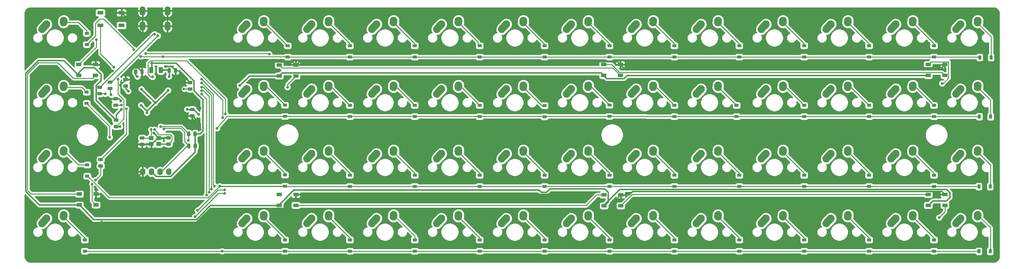
<source format=gbl>
%TF.GenerationSoftware,KiCad,Pcbnew,5.1.6*%
%TF.CreationDate,2020-06-24T16:04:00+02:00*%
%TF.ProjectId,cheap_boi,63686561-705f-4626-9f69-2e6b69636164,rev?*%
%TF.SameCoordinates,Original*%
%TF.FileFunction,Copper,L2,Bot*%
%TF.FilePolarity,Positive*%
%FSLAX46Y46*%
G04 Gerber Fmt 4.6, Leading zero omitted, Abs format (unit mm)*
G04 Created by KiCad (PCBNEW 5.1.6) date 2020-06-24 16:04:00*
%MOMM*%
%LPD*%
G01*
G04 APERTURE LIST*
%TA.AperFunction,ComponentPad*%
%ADD10C,2.250000*%
%TD*%
%TA.AperFunction,SMDPad,CuDef*%
%ADD11R,1.200000X0.900000*%
%TD*%
%TA.AperFunction,SMDPad,CuDef*%
%ADD12R,1.500000X1.000000*%
%TD*%
%TA.AperFunction,ComponentPad*%
%ADD13O,1.600000X2.000000*%
%TD*%
%TA.AperFunction,SMDPad,CuDef*%
%ADD14R,1.400000X1.200000*%
%TD*%
%TA.AperFunction,ComponentPad*%
%ADD15O,1.700000X2.700000*%
%TD*%
%TA.AperFunction,SMDPad,CuDef*%
%ADD16R,1.800000X1.100000*%
%TD*%
%TA.AperFunction,SMDPad,CuDef*%
%ADD17R,0.900000X1.200000*%
%TD*%
%TA.AperFunction,ViaPad*%
%ADD18C,0.800000*%
%TD*%
%TA.AperFunction,Conductor*%
%ADD19C,0.381000*%
%TD*%
%TA.AperFunction,Conductor*%
%ADD20C,0.250000*%
%TD*%
%TA.AperFunction,Conductor*%
%ADD21C,0.254000*%
%TD*%
G04 APERTURE END LIST*
D10*
%TO.P,MX0C1,1*%
%TO.N,COL12*%
X338018750Y-38862500D03*
%TA.AperFunction,ComponentPad*%
G36*
G01*
X335957433Y-41159845D02*
X335957433Y-41159845D01*
G75*
G02*
X335871405Y-39571183I751317J837345D01*
G01*
X337181407Y-38111183D01*
G75*
G02*
X338770069Y-38025155I837345J-751317D01*
G01*
X338770069Y-38025155D01*
G75*
G02*
X338856097Y-39613817I-751317J-837345D01*
G01*
X337546095Y-41073817D01*
G75*
G02*
X335957433Y-41159845I-837345J751317D01*
G01*
G37*
%TD.AperFunction*%
%TO.P,MX0C1,2*%
%TO.N,Net-(D49-Pad2)*%
X343058750Y-37782500D03*
%TA.AperFunction,ComponentPad*%
G36*
G01*
X342941347Y-39484834D02*
X342941347Y-39484834D01*
G75*
G02*
X341896416Y-38285097I77403J1122334D01*
G01*
X341936416Y-37705097D01*
G75*
G02*
X343136153Y-36660166I1122334J-77403D01*
G01*
X343136153Y-36660166D01*
G75*
G02*
X344181084Y-37859903I-77403J-1122334D01*
G01*
X344141084Y-38439903D01*
G75*
G02*
X342941347Y-39484834I-1122334J77403D01*
G01*
G37*
%TD.AperFunction*%
%TD*%
D11*
%TO.P,D1,2*%
%TO.N,Net-(D1-Pad2)*%
X81534000Y-41530000D03*
%TO.P,D1,1*%
%TO.N,ROW0*%
X81534000Y-44830000D03*
%TD*%
D12*
%TO.P,D54,1*%
%TO.N,+5V*%
X79211000Y-53924000D03*
%TO.P,D54,2*%
%TO.N,Net-(D54-Pad2)*%
X79211000Y-50724000D03*
%TO.P,D54,4*%
%TO.N,Net-(D53-Pad2)*%
X84111000Y-53924000D03*
%TO.P,D54,3*%
%TO.N,GND*%
X84111000Y-50724000D03*
%TD*%
%TO.P,R7,2*%
%TO.N,RGB1*%
%TA.AperFunction,SMDPad,CuDef*%
G36*
G01*
X86054250Y-79179000D02*
X85141750Y-79179000D01*
G75*
G02*
X84898000Y-78935250I0J243750D01*
G01*
X84898000Y-78447750D01*
G75*
G02*
X85141750Y-78204000I243750J0D01*
G01*
X86054250Y-78204000D01*
G75*
G02*
X86298000Y-78447750I0J-243750D01*
G01*
X86298000Y-78935250D01*
G75*
G02*
X86054250Y-79179000I-243750J0D01*
G01*
G37*
%TD.AperFunction*%
%TO.P,R7,1*%
%TO.N,Net-(D53-Pad4)*%
%TA.AperFunction,SMDPad,CuDef*%
G36*
G01*
X86054250Y-81054000D02*
X85141750Y-81054000D01*
G75*
G02*
X84898000Y-80810250I0J243750D01*
G01*
X84898000Y-80322750D01*
G75*
G02*
X85141750Y-80079000I243750J0D01*
G01*
X86054250Y-80079000D01*
G75*
G02*
X86298000Y-80322750I0J-243750D01*
G01*
X86298000Y-80810250D01*
G75*
G02*
X86054250Y-81054000I-243750J0D01*
G01*
G37*
%TD.AperFunction*%
%TD*%
%TO.P,D60,1*%
%TO.N,+5V*%
X138012000Y-92151000D03*
%TO.P,D60,2*%
%TO.N,Net-(D60-Pad2)*%
X138012000Y-88951000D03*
%TO.P,D60,4*%
%TO.N,Net-(D59-Pad2)*%
X142912000Y-92151000D03*
%TO.P,D60,3*%
%TO.N,GND*%
X142912000Y-88951000D03*
%TD*%
%TO.P,D59,1*%
%TO.N,+5V*%
X233389000Y-92278000D03*
%TO.P,D59,2*%
%TO.N,Net-(D59-Pad2)*%
X233389000Y-89078000D03*
%TO.P,D59,4*%
%TO.N,Net-(D58-Pad2)*%
X238289000Y-92278000D03*
%TO.P,D59,3*%
%TO.N,GND*%
X238289000Y-89078000D03*
%TD*%
%TO.P,D58,1*%
%TO.N,+5V*%
X328512000Y-92151000D03*
%TO.P,D58,2*%
%TO.N,Net-(D58-Pad2)*%
X328512000Y-88951000D03*
%TO.P,D58,4*%
%TO.N,Net-(D57-Pad2)*%
X333412000Y-92151000D03*
%TO.P,D58,3*%
%TO.N,GND*%
X333412000Y-88951000D03*
%TD*%
%TO.P,D57,1*%
%TO.N,+5V*%
X328512000Y-53924000D03*
%TO.P,D57,2*%
%TO.N,Net-(D57-Pad2)*%
X328512000Y-50724000D03*
%TO.P,D57,4*%
%TO.N,Net-(D56-Pad2)*%
X333412000Y-53924000D03*
%TO.P,D57,3*%
%TO.N,GND*%
X333412000Y-50724000D03*
%TD*%
%TO.P,D56,1*%
%TO.N,+5V*%
X233262000Y-53924000D03*
%TO.P,D56,2*%
%TO.N,Net-(D56-Pad2)*%
X233262000Y-50724000D03*
%TO.P,D56,4*%
%TO.N,Net-(D55-Pad2)*%
X238162000Y-53924000D03*
%TO.P,D56,3*%
%TO.N,GND*%
X238162000Y-50724000D03*
%TD*%
%TO.P,D55,1*%
%TO.N,+5V*%
X138012000Y-54051000D03*
%TO.P,D55,2*%
%TO.N,Net-(D55-Pad2)*%
X138012000Y-50851000D03*
%TO.P,D55,4*%
%TO.N,Net-(D54-Pad2)*%
X142912000Y-54051000D03*
%TO.P,D55,3*%
%TO.N,GND*%
X142912000Y-50851000D03*
%TD*%
%TO.P,D53,1*%
%TO.N,+5V*%
X79338000Y-92024000D03*
%TO.P,D53,2*%
%TO.N,Net-(D53-Pad2)*%
X79338000Y-88824000D03*
%TO.P,D53,4*%
%TO.N,Net-(D53-Pad4)*%
X84238000Y-92024000D03*
%TO.P,D53,3*%
%TO.N,GND*%
X84238000Y-88824000D03*
%TD*%
%TO.P,R6,2*%
%TO.N,VCC*%
%TA.AperFunction,SMDPad,CuDef*%
G36*
G01*
X112845000Y-71576250D02*
X112845000Y-70663750D01*
G75*
G02*
X113088750Y-70420000I243750J0D01*
G01*
X113576250Y-70420000D01*
G75*
G02*
X113820000Y-70663750I0J-243750D01*
G01*
X113820000Y-71576250D01*
G75*
G02*
X113576250Y-71820000I-243750J0D01*
G01*
X113088750Y-71820000D01*
G75*
G02*
X112845000Y-71576250I0J243750D01*
G01*
G37*
%TD.AperFunction*%
%TO.P,R6,1*%
%TO.N,SDA*%
%TA.AperFunction,SMDPad,CuDef*%
G36*
G01*
X110970000Y-71576250D02*
X110970000Y-70663750D01*
G75*
G02*
X111213750Y-70420000I243750J0D01*
G01*
X111701250Y-70420000D01*
G75*
G02*
X111945000Y-70663750I0J-243750D01*
G01*
X111945000Y-71576250D01*
G75*
G02*
X111701250Y-71820000I-243750J0D01*
G01*
X111213750Y-71820000D01*
G75*
G02*
X110970000Y-71576250I0J243750D01*
G01*
G37*
%TD.AperFunction*%
%TD*%
%TO.P,R3,2*%
%TO.N,+5V*%
%TA.AperFunction,SMDPad,CuDef*%
G36*
G01*
X90626250Y-67573500D02*
X89713750Y-67573500D01*
G75*
G02*
X89470000Y-67329750I0J243750D01*
G01*
X89470000Y-66842250D01*
G75*
G02*
X89713750Y-66598500I243750J0D01*
G01*
X90626250Y-66598500D01*
G75*
G02*
X90870000Y-66842250I0J-243750D01*
G01*
X90870000Y-67329750D01*
G75*
G02*
X90626250Y-67573500I-243750J0D01*
G01*
G37*
%TD.AperFunction*%
%TO.P,R3,1*%
%TO.N,Net-(R3-Pad1)*%
%TA.AperFunction,SMDPad,CuDef*%
G36*
G01*
X90626250Y-69448500D02*
X89713750Y-69448500D01*
G75*
G02*
X89470000Y-69204750I0J243750D01*
G01*
X89470000Y-68717250D01*
G75*
G02*
X89713750Y-68473500I243750J0D01*
G01*
X90626250Y-68473500D01*
G75*
G02*
X90870000Y-68717250I0J-243750D01*
G01*
X90870000Y-69204750D01*
G75*
G02*
X90626250Y-69448500I-243750J0D01*
G01*
G37*
%TD.AperFunction*%
%TD*%
%TO.P,F1,2*%
%TO.N,VCC*%
%TA.AperFunction,SMDPad,CuDef*%
G36*
G01*
X101079000Y-51699000D02*
X101079000Y-52949000D01*
G75*
G02*
X100829000Y-53199000I-250000J0D01*
G01*
X100079000Y-53199000D01*
G75*
G02*
X99829000Y-52949000I0J250000D01*
G01*
X99829000Y-51699000D01*
G75*
G02*
X100079000Y-51449000I250000J0D01*
G01*
X100829000Y-51449000D01*
G75*
G02*
X101079000Y-51699000I0J-250000D01*
G01*
G37*
%TD.AperFunction*%
%TO.P,F1,1*%
%TO.N,+5V*%
%TA.AperFunction,SMDPad,CuDef*%
G36*
G01*
X103879000Y-51699000D02*
X103879000Y-52949000D01*
G75*
G02*
X103629000Y-53199000I-250000J0D01*
G01*
X102879000Y-53199000D01*
G75*
G02*
X102629000Y-52949000I0J250000D01*
G01*
X102629000Y-51699000D01*
G75*
G02*
X102879000Y-51449000I250000J0D01*
G01*
X103629000Y-51449000D01*
G75*
G02*
X103879000Y-51699000I0J-250000D01*
G01*
G37*
%TD.AperFunction*%
%TD*%
%TO.P,R5,2*%
%TO.N,VCC*%
%TA.AperFunction,SMDPad,CuDef*%
G36*
G01*
X112893500Y-75132250D02*
X112893500Y-74219750D01*
G75*
G02*
X113137250Y-73976000I243750J0D01*
G01*
X113624750Y-73976000D01*
G75*
G02*
X113868500Y-74219750I0J-243750D01*
G01*
X113868500Y-75132250D01*
G75*
G02*
X113624750Y-75376000I-243750J0D01*
G01*
X113137250Y-75376000D01*
G75*
G02*
X112893500Y-75132250I0J243750D01*
G01*
G37*
%TD.AperFunction*%
%TO.P,R5,1*%
%TO.N,SCL*%
%TA.AperFunction,SMDPad,CuDef*%
G36*
G01*
X111018500Y-75132250D02*
X111018500Y-74219750D01*
G75*
G02*
X111262250Y-73976000I243750J0D01*
G01*
X111749750Y-73976000D01*
G75*
G02*
X111993500Y-74219750I0J-243750D01*
G01*
X111993500Y-75132250D01*
G75*
G02*
X111749750Y-75376000I-243750J0D01*
G01*
X111262250Y-75376000D01*
G75*
G02*
X111018500Y-75132250I0J243750D01*
G01*
G37*
%TD.AperFunction*%
%TD*%
D13*
%TO.P,Brd1,2*%
%TO.N,VCC*%
X100513600Y-82262900D03*
%TO.P,Brd1,1*%
%TO.N,GND*%
X97973600Y-82262900D03*
%TO.P,Brd1,3*%
%TO.N,SCL*%
X103053600Y-82262900D03*
%TO.P,Brd1,4*%
%TO.N,SDA*%
X105593600Y-82262900D03*
%TD*%
D10*
%TO.P,MX15,1*%
%TO.N,COL5*%
X204668750Y-57912500D03*
%TA.AperFunction,ComponentPad*%
G36*
G01*
X202607433Y-60209845D02*
X202607433Y-60209845D01*
G75*
G02*
X202521405Y-58621183I751317J837345D01*
G01*
X203831407Y-57161183D01*
G75*
G02*
X205420069Y-57075155I837345J-751317D01*
G01*
X205420069Y-57075155D01*
G75*
G02*
X205506097Y-58663817I-751317J-837345D01*
G01*
X204196095Y-60123817D01*
G75*
G02*
X202607433Y-60209845I-837345J751317D01*
G01*
G37*
%TD.AperFunction*%
%TO.P,MX15,2*%
%TO.N,Net-(D22-Pad2)*%
X209708750Y-56832500D03*
%TA.AperFunction,ComponentPad*%
G36*
G01*
X209591347Y-58534834D02*
X209591347Y-58534834D01*
G75*
G02*
X208546416Y-57335097I77403J1122334D01*
G01*
X208586416Y-56755097D01*
G75*
G02*
X209786153Y-55710166I1122334J-77403D01*
G01*
X209786153Y-55710166D01*
G75*
G02*
X210831084Y-56909903I-77403J-1122334D01*
G01*
X210791084Y-57489903D01*
G75*
G02*
X209591347Y-58534834I-1122334J77403D01*
G01*
G37*
%TD.AperFunction*%
%TD*%
D14*
%TO.P,Y1,4*%
%TO.N,GND*%
X102657000Y-72390000D03*
%TO.P,Y1,3*%
%TO.N,Net-(C4-Pad1)*%
X100457000Y-72390000D03*
%TO.P,Y1,2*%
%TO.N,GND*%
X100457000Y-74090000D03*
%TO.P,Y1,1*%
%TO.N,Net-(C3-Pad1)*%
X102657000Y-74090000D03*
%TD*%
D15*
%TO.P,USB1,6*%
%TO.N,GND*%
X105243600Y-34922800D03*
X97943600Y-34922800D03*
X97943600Y-39422800D03*
X105243600Y-39422800D03*
%TD*%
D16*
%TO.P,SW1,4*%
%TO.N,N/C*%
X85546000Y-35488000D03*
%TO.P,SW1,3*%
X91746000Y-39188000D03*
%TO.P,SW1,2*%
%TO.N,Net-(R3-Pad1)*%
X85546000Y-39188000D03*
%TO.P,SW1,1*%
%TO.N,GND*%
X91746000Y-35488000D03*
%TD*%
%TO.P,R4,2*%
%TO.N,Net-(R4-Pad2)*%
%TA.AperFunction,SMDPad,CuDef*%
G36*
G01*
X111430750Y-57424500D02*
X112343250Y-57424500D01*
G75*
G02*
X112587000Y-57668250I0J-243750D01*
G01*
X112587000Y-58155750D01*
G75*
G02*
X112343250Y-58399500I-243750J0D01*
G01*
X111430750Y-58399500D01*
G75*
G02*
X111187000Y-58155750I0J243750D01*
G01*
X111187000Y-57668250D01*
G75*
G02*
X111430750Y-57424500I243750J0D01*
G01*
G37*
%TD.AperFunction*%
%TO.P,R4,1*%
%TO.N,GND*%
%TA.AperFunction,SMDPad,CuDef*%
G36*
G01*
X111430750Y-55549500D02*
X112343250Y-55549500D01*
G75*
G02*
X112587000Y-55793250I0J-243750D01*
G01*
X112587000Y-56280750D01*
G75*
G02*
X112343250Y-56524500I-243750J0D01*
G01*
X111430750Y-56524500D01*
G75*
G02*
X111187000Y-56280750I0J243750D01*
G01*
X111187000Y-55793250D01*
G75*
G02*
X111430750Y-55549500I243750J0D01*
G01*
G37*
%TD.AperFunction*%
%TD*%
%TO.P,R2,2*%
%TO.N,Net-(R2-Pad2)*%
%TA.AperFunction,SMDPad,CuDef*%
G36*
G01*
X84887750Y-58791500D02*
X85800250Y-58791500D01*
G75*
G02*
X86044000Y-59035250I0J-243750D01*
G01*
X86044000Y-59522750D01*
G75*
G02*
X85800250Y-59766500I-243750J0D01*
G01*
X84887750Y-59766500D01*
G75*
G02*
X84644000Y-59522750I0J243750D01*
G01*
X84644000Y-59035250D01*
G75*
G02*
X84887750Y-58791500I243750J0D01*
G01*
G37*
%TD.AperFunction*%
%TO.P,R2,1*%
%TO.N,D+*%
%TA.AperFunction,SMDPad,CuDef*%
G36*
G01*
X84887750Y-56916500D02*
X85800250Y-56916500D01*
G75*
G02*
X86044000Y-57160250I0J-243750D01*
G01*
X86044000Y-57647750D01*
G75*
G02*
X85800250Y-57891500I-243750J0D01*
G01*
X84887750Y-57891500D01*
G75*
G02*
X84644000Y-57647750I0J243750D01*
G01*
X84644000Y-57160250D01*
G75*
G02*
X84887750Y-56916500I243750J0D01*
G01*
G37*
%TD.AperFunction*%
%TD*%
%TO.P,R1,2*%
%TO.N,Net-(R1-Pad2)*%
%TA.AperFunction,SMDPad,CuDef*%
G36*
G01*
X87935750Y-57267500D02*
X88848250Y-57267500D01*
G75*
G02*
X89092000Y-57511250I0J-243750D01*
G01*
X89092000Y-57998750D01*
G75*
G02*
X88848250Y-58242500I-243750J0D01*
G01*
X87935750Y-58242500D01*
G75*
G02*
X87692000Y-57998750I0J243750D01*
G01*
X87692000Y-57511250D01*
G75*
G02*
X87935750Y-57267500I243750J0D01*
G01*
G37*
%TD.AperFunction*%
%TO.P,R1,1*%
%TO.N,D-*%
%TA.AperFunction,SMDPad,CuDef*%
G36*
G01*
X87935750Y-55392500D02*
X88848250Y-55392500D01*
G75*
G02*
X89092000Y-55636250I0J-243750D01*
G01*
X89092000Y-56123750D01*
G75*
G02*
X88848250Y-56367500I-243750J0D01*
G01*
X87935750Y-56367500D01*
G75*
G02*
X87692000Y-56123750I0J243750D01*
G01*
X87692000Y-55636250D01*
G75*
G02*
X87935750Y-55392500I243750J0D01*
G01*
G37*
%TD.AperFunction*%
%TD*%
D10*
%TO.P,MX3C1,1*%
%TO.N,COL12*%
X338018750Y-96012500D03*
%TA.AperFunction,ComponentPad*%
G36*
G01*
X335957433Y-98309845D02*
X335957433Y-98309845D01*
G75*
G02*
X335871405Y-96721183I751317J837345D01*
G01*
X337181407Y-95261183D01*
G75*
G02*
X338770069Y-95175155I837345J-751317D01*
G01*
X338770069Y-95175155D01*
G75*
G02*
X338856097Y-96763817I-751317J-837345D01*
G01*
X337546095Y-98223817D01*
G75*
G02*
X335957433Y-98309845I-837345J751317D01*
G01*
G37*
%TD.AperFunction*%
%TO.P,MX3C1,2*%
%TO.N,Net-(D52-Pad2)*%
X343058750Y-94932500D03*
%TA.AperFunction,ComponentPad*%
G36*
G01*
X342941347Y-96634834D02*
X342941347Y-96634834D01*
G75*
G02*
X341896416Y-95435097I77403J1122334D01*
G01*
X341936416Y-94855097D01*
G75*
G02*
X343136153Y-93810166I1122334J-77403D01*
G01*
X343136153Y-93810166D01*
G75*
G02*
X344181084Y-95009903I-77403J-1122334D01*
G01*
X344141084Y-95589903D01*
G75*
G02*
X342941347Y-96634834I-1122334J77403D01*
G01*
G37*
%TD.AperFunction*%
%TD*%
%TO.P,MX3B1,1*%
%TO.N,COL11*%
X318968750Y-96012500D03*
%TA.AperFunction,ComponentPad*%
G36*
G01*
X316907433Y-98309845D02*
X316907433Y-98309845D01*
G75*
G02*
X316821405Y-96721183I751317J837345D01*
G01*
X318131407Y-95261183D01*
G75*
G02*
X319720069Y-95175155I837345J-751317D01*
G01*
X319720069Y-95175155D01*
G75*
G02*
X319806097Y-96763817I-751317J-837345D01*
G01*
X318496095Y-98223817D01*
G75*
G02*
X316907433Y-98309845I-837345J751317D01*
G01*
G37*
%TD.AperFunction*%
%TO.P,MX3B1,2*%
%TO.N,Net-(D48-Pad2)*%
X324008750Y-94932500D03*
%TA.AperFunction,ComponentPad*%
G36*
G01*
X323891347Y-96634834D02*
X323891347Y-96634834D01*
G75*
G02*
X322846416Y-95435097I77403J1122334D01*
G01*
X322886416Y-94855097D01*
G75*
G02*
X324086153Y-93810166I1122334J-77403D01*
G01*
X324086153Y-93810166D01*
G75*
G02*
X325131084Y-95009903I-77403J-1122334D01*
G01*
X325091084Y-95589903D01*
G75*
G02*
X323891347Y-96634834I-1122334J77403D01*
G01*
G37*
%TD.AperFunction*%
%TD*%
%TO.P,MX3A1,1*%
%TO.N,COL10*%
X299918750Y-96012500D03*
%TA.AperFunction,ComponentPad*%
G36*
G01*
X297857433Y-98309845D02*
X297857433Y-98309845D01*
G75*
G02*
X297771405Y-96721183I751317J837345D01*
G01*
X299081407Y-95261183D01*
G75*
G02*
X300670069Y-95175155I837345J-751317D01*
G01*
X300670069Y-95175155D01*
G75*
G02*
X300756097Y-96763817I-751317J-837345D01*
G01*
X299446095Y-98223817D01*
G75*
G02*
X297857433Y-98309845I-837345J751317D01*
G01*
G37*
%TD.AperFunction*%
%TO.P,MX3A1,2*%
%TO.N,Net-(D44-Pad2)*%
X304958750Y-94932500D03*
%TA.AperFunction,ComponentPad*%
G36*
G01*
X304841347Y-96634834D02*
X304841347Y-96634834D01*
G75*
G02*
X303796416Y-95435097I77403J1122334D01*
G01*
X303836416Y-94855097D01*
G75*
G02*
X305036153Y-93810166I1122334J-77403D01*
G01*
X305036153Y-93810166D01*
G75*
G02*
X306081084Y-95009903I-77403J-1122334D01*
G01*
X306041084Y-95589903D01*
G75*
G02*
X304841347Y-96634834I-1122334J77403D01*
G01*
G37*
%TD.AperFunction*%
%TD*%
%TO.P,MX2C1,1*%
%TO.N,COL12*%
X338018750Y-76962500D03*
%TA.AperFunction,ComponentPad*%
G36*
G01*
X335957433Y-79259845D02*
X335957433Y-79259845D01*
G75*
G02*
X335871405Y-77671183I751317J837345D01*
G01*
X337181407Y-76211183D01*
G75*
G02*
X338770069Y-76125155I837345J-751317D01*
G01*
X338770069Y-76125155D01*
G75*
G02*
X338856097Y-77713817I-751317J-837345D01*
G01*
X337546095Y-79173817D01*
G75*
G02*
X335957433Y-79259845I-837345J751317D01*
G01*
G37*
%TD.AperFunction*%
%TO.P,MX2C1,2*%
%TO.N,Net-(D51-Pad2)*%
X343058750Y-75882500D03*
%TA.AperFunction,ComponentPad*%
G36*
G01*
X342941347Y-77584834D02*
X342941347Y-77584834D01*
G75*
G02*
X341896416Y-76385097I77403J1122334D01*
G01*
X341936416Y-75805097D01*
G75*
G02*
X343136153Y-74760166I1122334J-77403D01*
G01*
X343136153Y-74760166D01*
G75*
G02*
X344181084Y-75959903I-77403J-1122334D01*
G01*
X344141084Y-76539903D01*
G75*
G02*
X342941347Y-77584834I-1122334J77403D01*
G01*
G37*
%TD.AperFunction*%
%TD*%
%TO.P,MX2B1,1*%
%TO.N,COL11*%
X318968750Y-76962500D03*
%TA.AperFunction,ComponentPad*%
G36*
G01*
X316907433Y-79259845D02*
X316907433Y-79259845D01*
G75*
G02*
X316821405Y-77671183I751317J837345D01*
G01*
X318131407Y-76211183D01*
G75*
G02*
X319720069Y-76125155I837345J-751317D01*
G01*
X319720069Y-76125155D01*
G75*
G02*
X319806097Y-77713817I-751317J-837345D01*
G01*
X318496095Y-79173817D01*
G75*
G02*
X316907433Y-79259845I-837345J751317D01*
G01*
G37*
%TD.AperFunction*%
%TO.P,MX2B1,2*%
%TO.N,Net-(D47-Pad2)*%
X324008750Y-75882500D03*
%TA.AperFunction,ComponentPad*%
G36*
G01*
X323891347Y-77584834D02*
X323891347Y-77584834D01*
G75*
G02*
X322846416Y-76385097I77403J1122334D01*
G01*
X322886416Y-75805097D01*
G75*
G02*
X324086153Y-74760166I1122334J-77403D01*
G01*
X324086153Y-74760166D01*
G75*
G02*
X325131084Y-75959903I-77403J-1122334D01*
G01*
X325091084Y-76539903D01*
G75*
G02*
X323891347Y-77584834I-1122334J77403D01*
G01*
G37*
%TD.AperFunction*%
%TD*%
%TO.P,MX2A1,1*%
%TO.N,COL10*%
X299918750Y-76962500D03*
%TA.AperFunction,ComponentPad*%
G36*
G01*
X297857433Y-79259845D02*
X297857433Y-79259845D01*
G75*
G02*
X297771405Y-77671183I751317J837345D01*
G01*
X299081407Y-76211183D01*
G75*
G02*
X300670069Y-76125155I837345J-751317D01*
G01*
X300670069Y-76125155D01*
G75*
G02*
X300756097Y-77713817I-751317J-837345D01*
G01*
X299446095Y-79173817D01*
G75*
G02*
X297857433Y-79259845I-837345J751317D01*
G01*
G37*
%TD.AperFunction*%
%TO.P,MX2A1,2*%
%TO.N,Net-(D43-Pad2)*%
X304958750Y-75882500D03*
%TA.AperFunction,ComponentPad*%
G36*
G01*
X304841347Y-77584834D02*
X304841347Y-77584834D01*
G75*
G02*
X303796416Y-76385097I77403J1122334D01*
G01*
X303836416Y-75805097D01*
G75*
G02*
X305036153Y-74760166I1122334J-77403D01*
G01*
X305036153Y-74760166D01*
G75*
G02*
X306081084Y-75959903I-77403J-1122334D01*
G01*
X306041084Y-76539903D01*
G75*
G02*
X304841347Y-77584834I-1122334J77403D01*
G01*
G37*
%TD.AperFunction*%
%TD*%
%TO.P,MX1C1,1*%
%TO.N,COL12*%
X338018750Y-57912500D03*
%TA.AperFunction,ComponentPad*%
G36*
G01*
X335957433Y-60209845D02*
X335957433Y-60209845D01*
G75*
G02*
X335871405Y-58621183I751317J837345D01*
G01*
X337181407Y-57161183D01*
G75*
G02*
X338770069Y-57075155I837345J-751317D01*
G01*
X338770069Y-57075155D01*
G75*
G02*
X338856097Y-58663817I-751317J-837345D01*
G01*
X337546095Y-60123817D01*
G75*
G02*
X335957433Y-60209845I-837345J751317D01*
G01*
G37*
%TD.AperFunction*%
%TO.P,MX1C1,2*%
%TO.N,Net-(D50-Pad2)*%
X343058750Y-56832500D03*
%TA.AperFunction,ComponentPad*%
G36*
G01*
X342941347Y-58534834D02*
X342941347Y-58534834D01*
G75*
G02*
X341896416Y-57335097I77403J1122334D01*
G01*
X341936416Y-56755097D01*
G75*
G02*
X343136153Y-55710166I1122334J-77403D01*
G01*
X343136153Y-55710166D01*
G75*
G02*
X344181084Y-56909903I-77403J-1122334D01*
G01*
X344141084Y-57489903D01*
G75*
G02*
X342941347Y-58534834I-1122334J77403D01*
G01*
G37*
%TD.AperFunction*%
%TD*%
%TO.P,MX1B1,1*%
%TO.N,COL11*%
X318968750Y-57912500D03*
%TA.AperFunction,ComponentPad*%
G36*
G01*
X316907433Y-60209845D02*
X316907433Y-60209845D01*
G75*
G02*
X316821405Y-58621183I751317J837345D01*
G01*
X318131407Y-57161183D01*
G75*
G02*
X319720069Y-57075155I837345J-751317D01*
G01*
X319720069Y-57075155D01*
G75*
G02*
X319806097Y-58663817I-751317J-837345D01*
G01*
X318496095Y-60123817D01*
G75*
G02*
X316907433Y-60209845I-837345J751317D01*
G01*
G37*
%TD.AperFunction*%
%TO.P,MX1B1,2*%
%TO.N,Net-(D46-Pad2)*%
X324008750Y-56832500D03*
%TA.AperFunction,ComponentPad*%
G36*
G01*
X323891347Y-58534834D02*
X323891347Y-58534834D01*
G75*
G02*
X322846416Y-57335097I77403J1122334D01*
G01*
X322886416Y-56755097D01*
G75*
G02*
X324086153Y-55710166I1122334J-77403D01*
G01*
X324086153Y-55710166D01*
G75*
G02*
X325131084Y-56909903I-77403J-1122334D01*
G01*
X325091084Y-57489903D01*
G75*
G02*
X323891347Y-58534834I-1122334J77403D01*
G01*
G37*
%TD.AperFunction*%
%TD*%
%TO.P,MX1A1,1*%
%TO.N,COL10*%
X299918750Y-57912500D03*
%TA.AperFunction,ComponentPad*%
G36*
G01*
X297857433Y-60209845D02*
X297857433Y-60209845D01*
G75*
G02*
X297771405Y-58621183I751317J837345D01*
G01*
X299081407Y-57161183D01*
G75*
G02*
X300670069Y-57075155I837345J-751317D01*
G01*
X300670069Y-57075155D01*
G75*
G02*
X300756097Y-58663817I-751317J-837345D01*
G01*
X299446095Y-60123817D01*
G75*
G02*
X297857433Y-60209845I-837345J751317D01*
G01*
G37*
%TD.AperFunction*%
%TO.P,MX1A1,2*%
%TO.N,Net-(D42-Pad2)*%
X304958750Y-56832500D03*
%TA.AperFunction,ComponentPad*%
G36*
G01*
X304841347Y-58534834D02*
X304841347Y-58534834D01*
G75*
G02*
X303796416Y-57335097I77403J1122334D01*
G01*
X303836416Y-56755097D01*
G75*
G02*
X305036153Y-55710166I1122334J-77403D01*
G01*
X305036153Y-55710166D01*
G75*
G02*
X306081084Y-56909903I-77403J-1122334D01*
G01*
X306041084Y-57489903D01*
G75*
G02*
X304841347Y-58534834I-1122334J77403D01*
G01*
G37*
%TD.AperFunction*%
%TD*%
%TO.P,MX0B1,1*%
%TO.N,COL11*%
X318968750Y-38862500D03*
%TA.AperFunction,ComponentPad*%
G36*
G01*
X316907433Y-41159845D02*
X316907433Y-41159845D01*
G75*
G02*
X316821405Y-39571183I751317J837345D01*
G01*
X318131407Y-38111183D01*
G75*
G02*
X319720069Y-38025155I837345J-751317D01*
G01*
X319720069Y-38025155D01*
G75*
G02*
X319806097Y-39613817I-751317J-837345D01*
G01*
X318496095Y-41073817D01*
G75*
G02*
X316907433Y-41159845I-837345J751317D01*
G01*
G37*
%TD.AperFunction*%
%TO.P,MX0B1,2*%
%TO.N,Net-(D45-Pad2)*%
X324008750Y-37782500D03*
%TA.AperFunction,ComponentPad*%
G36*
G01*
X323891347Y-39484834D02*
X323891347Y-39484834D01*
G75*
G02*
X322846416Y-38285097I77403J1122334D01*
G01*
X322886416Y-37705097D01*
G75*
G02*
X324086153Y-36660166I1122334J-77403D01*
G01*
X324086153Y-36660166D01*
G75*
G02*
X325131084Y-37859903I-77403J-1122334D01*
G01*
X325091084Y-38439903D01*
G75*
G02*
X323891347Y-39484834I-1122334J77403D01*
G01*
G37*
%TD.AperFunction*%
%TD*%
%TO.P,MX0A1,1*%
%TO.N,COL10*%
X299918750Y-38862500D03*
%TA.AperFunction,ComponentPad*%
G36*
G01*
X297857433Y-41159845D02*
X297857433Y-41159845D01*
G75*
G02*
X297771405Y-39571183I751317J837345D01*
G01*
X299081407Y-38111183D01*
G75*
G02*
X300670069Y-38025155I837345J-751317D01*
G01*
X300670069Y-38025155D01*
G75*
G02*
X300756097Y-39613817I-751317J-837345D01*
G01*
X299446095Y-41073817D01*
G75*
G02*
X297857433Y-41159845I-837345J751317D01*
G01*
G37*
%TD.AperFunction*%
%TO.P,MX0A1,2*%
%TO.N,Net-(D41-Pad2)*%
X304958750Y-37782500D03*
%TA.AperFunction,ComponentPad*%
G36*
G01*
X304841347Y-39484834D02*
X304841347Y-39484834D01*
G75*
G02*
X303796416Y-38285097I77403J1122334D01*
G01*
X303836416Y-37705097D01*
G75*
G02*
X305036153Y-36660166I1122334J-77403D01*
G01*
X305036153Y-36660166D01*
G75*
G02*
X306081084Y-37859903I-77403J-1122334D01*
G01*
X306041084Y-38439903D01*
G75*
G02*
X304841347Y-39484834I-1122334J77403D01*
G01*
G37*
%TD.AperFunction*%
%TD*%
%TO.P,MX39,1*%
%TO.N,COL9*%
X280868750Y-96012500D03*
%TA.AperFunction,ComponentPad*%
G36*
G01*
X278807433Y-98309845D02*
X278807433Y-98309845D01*
G75*
G02*
X278721405Y-96721183I751317J837345D01*
G01*
X280031407Y-95261183D01*
G75*
G02*
X281620069Y-95175155I837345J-751317D01*
G01*
X281620069Y-95175155D01*
G75*
G02*
X281706097Y-96763817I-751317J-837345D01*
G01*
X280396095Y-98223817D01*
G75*
G02*
X278807433Y-98309845I-837345J751317D01*
G01*
G37*
%TD.AperFunction*%
%TO.P,MX39,2*%
%TO.N,Net-(D40-Pad2)*%
X285908750Y-94932500D03*
%TA.AperFunction,ComponentPad*%
G36*
G01*
X285791347Y-96634834D02*
X285791347Y-96634834D01*
G75*
G02*
X284746416Y-95435097I77403J1122334D01*
G01*
X284786416Y-94855097D01*
G75*
G02*
X285986153Y-93810166I1122334J-77403D01*
G01*
X285986153Y-93810166D01*
G75*
G02*
X287031084Y-95009903I-77403J-1122334D01*
G01*
X286991084Y-95589903D01*
G75*
G02*
X285791347Y-96634834I-1122334J77403D01*
G01*
G37*
%TD.AperFunction*%
%TD*%
%TO.P,MX38,1*%
%TO.N,COL8*%
X261818750Y-96012500D03*
%TA.AperFunction,ComponentPad*%
G36*
G01*
X259757433Y-98309845D02*
X259757433Y-98309845D01*
G75*
G02*
X259671405Y-96721183I751317J837345D01*
G01*
X260981407Y-95261183D01*
G75*
G02*
X262570069Y-95175155I837345J-751317D01*
G01*
X262570069Y-95175155D01*
G75*
G02*
X262656097Y-96763817I-751317J-837345D01*
G01*
X261346095Y-98223817D01*
G75*
G02*
X259757433Y-98309845I-837345J751317D01*
G01*
G37*
%TD.AperFunction*%
%TO.P,MX38,2*%
%TO.N,Net-(D36-Pad2)*%
X266858750Y-94932500D03*
%TA.AperFunction,ComponentPad*%
G36*
G01*
X266741347Y-96634834D02*
X266741347Y-96634834D01*
G75*
G02*
X265696416Y-95435097I77403J1122334D01*
G01*
X265736416Y-94855097D01*
G75*
G02*
X266936153Y-93810166I1122334J-77403D01*
G01*
X266936153Y-93810166D01*
G75*
G02*
X267981084Y-95009903I-77403J-1122334D01*
G01*
X267941084Y-95589903D01*
G75*
G02*
X266741347Y-96634834I-1122334J77403D01*
G01*
G37*
%TD.AperFunction*%
%TD*%
%TO.P,MX37,1*%
%TO.N,COL7*%
X242768750Y-96012500D03*
%TA.AperFunction,ComponentPad*%
G36*
G01*
X240707433Y-98309845D02*
X240707433Y-98309845D01*
G75*
G02*
X240621405Y-96721183I751317J837345D01*
G01*
X241931407Y-95261183D01*
G75*
G02*
X243520069Y-95175155I837345J-751317D01*
G01*
X243520069Y-95175155D01*
G75*
G02*
X243606097Y-96763817I-751317J-837345D01*
G01*
X242296095Y-98223817D01*
G75*
G02*
X240707433Y-98309845I-837345J751317D01*
G01*
G37*
%TD.AperFunction*%
%TO.P,MX37,2*%
%TO.N,Net-(D32-Pad2)*%
X247808750Y-94932500D03*
%TA.AperFunction,ComponentPad*%
G36*
G01*
X247691347Y-96634834D02*
X247691347Y-96634834D01*
G75*
G02*
X246646416Y-95435097I77403J1122334D01*
G01*
X246686416Y-94855097D01*
G75*
G02*
X247886153Y-93810166I1122334J-77403D01*
G01*
X247886153Y-93810166D01*
G75*
G02*
X248931084Y-95009903I-77403J-1122334D01*
G01*
X248891084Y-95589903D01*
G75*
G02*
X247691347Y-96634834I-1122334J77403D01*
G01*
G37*
%TD.AperFunction*%
%TD*%
%TO.P,MX36,1*%
%TO.N,COL6*%
X223718750Y-96012500D03*
%TA.AperFunction,ComponentPad*%
G36*
G01*
X221657433Y-98309845D02*
X221657433Y-98309845D01*
G75*
G02*
X221571405Y-96721183I751317J837345D01*
G01*
X222881407Y-95261183D01*
G75*
G02*
X224470069Y-95175155I837345J-751317D01*
G01*
X224470069Y-95175155D01*
G75*
G02*
X224556097Y-96763817I-751317J-837345D01*
G01*
X223246095Y-98223817D01*
G75*
G02*
X221657433Y-98309845I-837345J751317D01*
G01*
G37*
%TD.AperFunction*%
%TO.P,MX36,2*%
%TO.N,Net-(D28-Pad2)*%
X228758750Y-94932500D03*
%TA.AperFunction,ComponentPad*%
G36*
G01*
X228641347Y-96634834D02*
X228641347Y-96634834D01*
G75*
G02*
X227596416Y-95435097I77403J1122334D01*
G01*
X227636416Y-94855097D01*
G75*
G02*
X228836153Y-93810166I1122334J-77403D01*
G01*
X228836153Y-93810166D01*
G75*
G02*
X229881084Y-95009903I-77403J-1122334D01*
G01*
X229841084Y-95589903D01*
G75*
G02*
X228641347Y-96634834I-1122334J77403D01*
G01*
G37*
%TD.AperFunction*%
%TD*%
%TO.P,MX35,1*%
%TO.N,COL5*%
X204668750Y-96012500D03*
%TA.AperFunction,ComponentPad*%
G36*
G01*
X202607433Y-98309845D02*
X202607433Y-98309845D01*
G75*
G02*
X202521405Y-96721183I751317J837345D01*
G01*
X203831407Y-95261183D01*
G75*
G02*
X205420069Y-95175155I837345J-751317D01*
G01*
X205420069Y-95175155D01*
G75*
G02*
X205506097Y-96763817I-751317J-837345D01*
G01*
X204196095Y-98223817D01*
G75*
G02*
X202607433Y-98309845I-837345J751317D01*
G01*
G37*
%TD.AperFunction*%
%TO.P,MX35,2*%
%TO.N,Net-(D24-Pad2)*%
X209708750Y-94932500D03*
%TA.AperFunction,ComponentPad*%
G36*
G01*
X209591347Y-96634834D02*
X209591347Y-96634834D01*
G75*
G02*
X208546416Y-95435097I77403J1122334D01*
G01*
X208586416Y-94855097D01*
G75*
G02*
X209786153Y-93810166I1122334J-77403D01*
G01*
X209786153Y-93810166D01*
G75*
G02*
X210831084Y-95009903I-77403J-1122334D01*
G01*
X210791084Y-95589903D01*
G75*
G02*
X209591347Y-96634834I-1122334J77403D01*
G01*
G37*
%TD.AperFunction*%
%TD*%
%TO.P,MX34,1*%
%TO.N,COL4*%
X185618750Y-96012500D03*
%TA.AperFunction,ComponentPad*%
G36*
G01*
X183557433Y-98309845D02*
X183557433Y-98309845D01*
G75*
G02*
X183471405Y-96721183I751317J837345D01*
G01*
X184781407Y-95261183D01*
G75*
G02*
X186370069Y-95175155I837345J-751317D01*
G01*
X186370069Y-95175155D01*
G75*
G02*
X186456097Y-96763817I-751317J-837345D01*
G01*
X185146095Y-98223817D01*
G75*
G02*
X183557433Y-98309845I-837345J751317D01*
G01*
G37*
%TD.AperFunction*%
%TO.P,MX34,2*%
%TO.N,Net-(D20-Pad2)*%
X190658750Y-94932500D03*
%TA.AperFunction,ComponentPad*%
G36*
G01*
X190541347Y-96634834D02*
X190541347Y-96634834D01*
G75*
G02*
X189496416Y-95435097I77403J1122334D01*
G01*
X189536416Y-94855097D01*
G75*
G02*
X190736153Y-93810166I1122334J-77403D01*
G01*
X190736153Y-93810166D01*
G75*
G02*
X191781084Y-95009903I-77403J-1122334D01*
G01*
X191741084Y-95589903D01*
G75*
G02*
X190541347Y-96634834I-1122334J77403D01*
G01*
G37*
%TD.AperFunction*%
%TD*%
%TO.P,MX33,1*%
%TO.N,COL3*%
X166568750Y-96012500D03*
%TA.AperFunction,ComponentPad*%
G36*
G01*
X164507433Y-98309845D02*
X164507433Y-98309845D01*
G75*
G02*
X164421405Y-96721183I751317J837345D01*
G01*
X165731407Y-95261183D01*
G75*
G02*
X167320069Y-95175155I837345J-751317D01*
G01*
X167320069Y-95175155D01*
G75*
G02*
X167406097Y-96763817I-751317J-837345D01*
G01*
X166096095Y-98223817D01*
G75*
G02*
X164507433Y-98309845I-837345J751317D01*
G01*
G37*
%TD.AperFunction*%
%TO.P,MX33,2*%
%TO.N,Net-(D16-Pad2)*%
X171608750Y-94932500D03*
%TA.AperFunction,ComponentPad*%
G36*
G01*
X171491347Y-96634834D02*
X171491347Y-96634834D01*
G75*
G02*
X170446416Y-95435097I77403J1122334D01*
G01*
X170486416Y-94855097D01*
G75*
G02*
X171686153Y-93810166I1122334J-77403D01*
G01*
X171686153Y-93810166D01*
G75*
G02*
X172731084Y-95009903I-77403J-1122334D01*
G01*
X172691084Y-95589903D01*
G75*
G02*
X171491347Y-96634834I-1122334J77403D01*
G01*
G37*
%TD.AperFunction*%
%TD*%
%TO.P,MX32,1*%
%TO.N,COL2*%
X147518750Y-96012500D03*
%TA.AperFunction,ComponentPad*%
G36*
G01*
X145457433Y-98309845D02*
X145457433Y-98309845D01*
G75*
G02*
X145371405Y-96721183I751317J837345D01*
G01*
X146681407Y-95261183D01*
G75*
G02*
X148270069Y-95175155I837345J-751317D01*
G01*
X148270069Y-95175155D01*
G75*
G02*
X148356097Y-96763817I-751317J-837345D01*
G01*
X147046095Y-98223817D01*
G75*
G02*
X145457433Y-98309845I-837345J751317D01*
G01*
G37*
%TD.AperFunction*%
%TO.P,MX32,2*%
%TO.N,Net-(D12-Pad2)*%
X152558750Y-94932500D03*
%TA.AperFunction,ComponentPad*%
G36*
G01*
X152441347Y-96634834D02*
X152441347Y-96634834D01*
G75*
G02*
X151396416Y-95435097I77403J1122334D01*
G01*
X151436416Y-94855097D01*
G75*
G02*
X152636153Y-93810166I1122334J-77403D01*
G01*
X152636153Y-93810166D01*
G75*
G02*
X153681084Y-95009903I-77403J-1122334D01*
G01*
X153641084Y-95589903D01*
G75*
G02*
X152441347Y-96634834I-1122334J77403D01*
G01*
G37*
%TD.AperFunction*%
%TD*%
%TO.P,MX31,1*%
%TO.N,COL1*%
X128468750Y-96012500D03*
%TA.AperFunction,ComponentPad*%
G36*
G01*
X126407433Y-98309845D02*
X126407433Y-98309845D01*
G75*
G02*
X126321405Y-96721183I751317J837345D01*
G01*
X127631407Y-95261183D01*
G75*
G02*
X129220069Y-95175155I837345J-751317D01*
G01*
X129220069Y-95175155D01*
G75*
G02*
X129306097Y-96763817I-751317J-837345D01*
G01*
X127996095Y-98223817D01*
G75*
G02*
X126407433Y-98309845I-837345J751317D01*
G01*
G37*
%TD.AperFunction*%
%TO.P,MX31,2*%
%TO.N,Net-(D8-Pad2)*%
X133508750Y-94932500D03*
%TA.AperFunction,ComponentPad*%
G36*
G01*
X133391347Y-96634834D02*
X133391347Y-96634834D01*
G75*
G02*
X132346416Y-95435097I77403J1122334D01*
G01*
X132386416Y-94855097D01*
G75*
G02*
X133586153Y-93810166I1122334J-77403D01*
G01*
X133586153Y-93810166D01*
G75*
G02*
X134631084Y-95009903I-77403J-1122334D01*
G01*
X134591084Y-95589903D01*
G75*
G02*
X133391347Y-96634834I-1122334J77403D01*
G01*
G37*
%TD.AperFunction*%
%TD*%
%TO.P,MX30,1*%
%TO.N,COL0*%
X69731250Y-96012500D03*
%TA.AperFunction,ComponentPad*%
G36*
G01*
X67669933Y-98309845D02*
X67669933Y-98309845D01*
G75*
G02*
X67583905Y-96721183I751317J837345D01*
G01*
X68893907Y-95261183D01*
G75*
G02*
X70482569Y-95175155I837345J-751317D01*
G01*
X70482569Y-95175155D01*
G75*
G02*
X70568597Y-96763817I-751317J-837345D01*
G01*
X69258595Y-98223817D01*
G75*
G02*
X67669933Y-98309845I-837345J751317D01*
G01*
G37*
%TD.AperFunction*%
%TO.P,MX30,2*%
%TO.N,Net-(D4-Pad2)*%
X74771250Y-94932500D03*
%TA.AperFunction,ComponentPad*%
G36*
G01*
X74653847Y-96634834D02*
X74653847Y-96634834D01*
G75*
G02*
X73608916Y-95435097I77403J1122334D01*
G01*
X73648916Y-94855097D01*
G75*
G02*
X74848653Y-93810166I1122334J-77403D01*
G01*
X74848653Y-93810166D01*
G75*
G02*
X75893584Y-95009903I-77403J-1122334D01*
G01*
X75853584Y-95589903D01*
G75*
G02*
X74653847Y-96634834I-1122334J77403D01*
G01*
G37*
%TD.AperFunction*%
%TD*%
%TO.P,MX29,1*%
%TO.N,COL9*%
X280868750Y-76962500D03*
%TA.AperFunction,ComponentPad*%
G36*
G01*
X278807433Y-79259845D02*
X278807433Y-79259845D01*
G75*
G02*
X278721405Y-77671183I751317J837345D01*
G01*
X280031407Y-76211183D01*
G75*
G02*
X281620069Y-76125155I837345J-751317D01*
G01*
X281620069Y-76125155D01*
G75*
G02*
X281706097Y-77713817I-751317J-837345D01*
G01*
X280396095Y-79173817D01*
G75*
G02*
X278807433Y-79259845I-837345J751317D01*
G01*
G37*
%TD.AperFunction*%
%TO.P,MX29,2*%
%TO.N,Net-(D39-Pad2)*%
X285908750Y-75882500D03*
%TA.AperFunction,ComponentPad*%
G36*
G01*
X285791347Y-77584834D02*
X285791347Y-77584834D01*
G75*
G02*
X284746416Y-76385097I77403J1122334D01*
G01*
X284786416Y-75805097D01*
G75*
G02*
X285986153Y-74760166I1122334J-77403D01*
G01*
X285986153Y-74760166D01*
G75*
G02*
X287031084Y-75959903I-77403J-1122334D01*
G01*
X286991084Y-76539903D01*
G75*
G02*
X285791347Y-77584834I-1122334J77403D01*
G01*
G37*
%TD.AperFunction*%
%TD*%
%TO.P,MX28,1*%
%TO.N,COL8*%
X261818750Y-76962500D03*
%TA.AperFunction,ComponentPad*%
G36*
G01*
X259757433Y-79259845D02*
X259757433Y-79259845D01*
G75*
G02*
X259671405Y-77671183I751317J837345D01*
G01*
X260981407Y-76211183D01*
G75*
G02*
X262570069Y-76125155I837345J-751317D01*
G01*
X262570069Y-76125155D01*
G75*
G02*
X262656097Y-77713817I-751317J-837345D01*
G01*
X261346095Y-79173817D01*
G75*
G02*
X259757433Y-79259845I-837345J751317D01*
G01*
G37*
%TD.AperFunction*%
%TO.P,MX28,2*%
%TO.N,Net-(D35-Pad2)*%
X266858750Y-75882500D03*
%TA.AperFunction,ComponentPad*%
G36*
G01*
X266741347Y-77584834D02*
X266741347Y-77584834D01*
G75*
G02*
X265696416Y-76385097I77403J1122334D01*
G01*
X265736416Y-75805097D01*
G75*
G02*
X266936153Y-74760166I1122334J-77403D01*
G01*
X266936153Y-74760166D01*
G75*
G02*
X267981084Y-75959903I-77403J-1122334D01*
G01*
X267941084Y-76539903D01*
G75*
G02*
X266741347Y-77584834I-1122334J77403D01*
G01*
G37*
%TD.AperFunction*%
%TD*%
%TO.P,MX27,1*%
%TO.N,COL7*%
X242768750Y-76962500D03*
%TA.AperFunction,ComponentPad*%
G36*
G01*
X240707433Y-79259845D02*
X240707433Y-79259845D01*
G75*
G02*
X240621405Y-77671183I751317J837345D01*
G01*
X241931407Y-76211183D01*
G75*
G02*
X243520069Y-76125155I837345J-751317D01*
G01*
X243520069Y-76125155D01*
G75*
G02*
X243606097Y-77713817I-751317J-837345D01*
G01*
X242296095Y-79173817D01*
G75*
G02*
X240707433Y-79259845I-837345J751317D01*
G01*
G37*
%TD.AperFunction*%
%TO.P,MX27,2*%
%TO.N,Net-(D31-Pad2)*%
X247808750Y-75882500D03*
%TA.AperFunction,ComponentPad*%
G36*
G01*
X247691347Y-77584834D02*
X247691347Y-77584834D01*
G75*
G02*
X246646416Y-76385097I77403J1122334D01*
G01*
X246686416Y-75805097D01*
G75*
G02*
X247886153Y-74760166I1122334J-77403D01*
G01*
X247886153Y-74760166D01*
G75*
G02*
X248931084Y-75959903I-77403J-1122334D01*
G01*
X248891084Y-76539903D01*
G75*
G02*
X247691347Y-77584834I-1122334J77403D01*
G01*
G37*
%TD.AperFunction*%
%TD*%
%TO.P,MX26,1*%
%TO.N,COL6*%
X223718750Y-76962500D03*
%TA.AperFunction,ComponentPad*%
G36*
G01*
X221657433Y-79259845D02*
X221657433Y-79259845D01*
G75*
G02*
X221571405Y-77671183I751317J837345D01*
G01*
X222881407Y-76211183D01*
G75*
G02*
X224470069Y-76125155I837345J-751317D01*
G01*
X224470069Y-76125155D01*
G75*
G02*
X224556097Y-77713817I-751317J-837345D01*
G01*
X223246095Y-79173817D01*
G75*
G02*
X221657433Y-79259845I-837345J751317D01*
G01*
G37*
%TD.AperFunction*%
%TO.P,MX26,2*%
%TO.N,Net-(D27-Pad2)*%
X228758750Y-75882500D03*
%TA.AperFunction,ComponentPad*%
G36*
G01*
X228641347Y-77584834D02*
X228641347Y-77584834D01*
G75*
G02*
X227596416Y-76385097I77403J1122334D01*
G01*
X227636416Y-75805097D01*
G75*
G02*
X228836153Y-74760166I1122334J-77403D01*
G01*
X228836153Y-74760166D01*
G75*
G02*
X229881084Y-75959903I-77403J-1122334D01*
G01*
X229841084Y-76539903D01*
G75*
G02*
X228641347Y-77584834I-1122334J77403D01*
G01*
G37*
%TD.AperFunction*%
%TD*%
%TO.P,MX25,1*%
%TO.N,COL5*%
X204668750Y-76962500D03*
%TA.AperFunction,ComponentPad*%
G36*
G01*
X202607433Y-79259845D02*
X202607433Y-79259845D01*
G75*
G02*
X202521405Y-77671183I751317J837345D01*
G01*
X203831407Y-76211183D01*
G75*
G02*
X205420069Y-76125155I837345J-751317D01*
G01*
X205420069Y-76125155D01*
G75*
G02*
X205506097Y-77713817I-751317J-837345D01*
G01*
X204196095Y-79173817D01*
G75*
G02*
X202607433Y-79259845I-837345J751317D01*
G01*
G37*
%TD.AperFunction*%
%TO.P,MX25,2*%
%TO.N,Net-(D23-Pad2)*%
X209708750Y-75882500D03*
%TA.AperFunction,ComponentPad*%
G36*
G01*
X209591347Y-77584834D02*
X209591347Y-77584834D01*
G75*
G02*
X208546416Y-76385097I77403J1122334D01*
G01*
X208586416Y-75805097D01*
G75*
G02*
X209786153Y-74760166I1122334J-77403D01*
G01*
X209786153Y-74760166D01*
G75*
G02*
X210831084Y-75959903I-77403J-1122334D01*
G01*
X210791084Y-76539903D01*
G75*
G02*
X209591347Y-77584834I-1122334J77403D01*
G01*
G37*
%TD.AperFunction*%
%TD*%
%TO.P,MX24,1*%
%TO.N,COL4*%
X185618750Y-76962500D03*
%TA.AperFunction,ComponentPad*%
G36*
G01*
X183557433Y-79259845D02*
X183557433Y-79259845D01*
G75*
G02*
X183471405Y-77671183I751317J837345D01*
G01*
X184781407Y-76211183D01*
G75*
G02*
X186370069Y-76125155I837345J-751317D01*
G01*
X186370069Y-76125155D01*
G75*
G02*
X186456097Y-77713817I-751317J-837345D01*
G01*
X185146095Y-79173817D01*
G75*
G02*
X183557433Y-79259845I-837345J751317D01*
G01*
G37*
%TD.AperFunction*%
%TO.P,MX24,2*%
%TO.N,Net-(D19-Pad2)*%
X190658750Y-75882500D03*
%TA.AperFunction,ComponentPad*%
G36*
G01*
X190541347Y-77584834D02*
X190541347Y-77584834D01*
G75*
G02*
X189496416Y-76385097I77403J1122334D01*
G01*
X189536416Y-75805097D01*
G75*
G02*
X190736153Y-74760166I1122334J-77403D01*
G01*
X190736153Y-74760166D01*
G75*
G02*
X191781084Y-75959903I-77403J-1122334D01*
G01*
X191741084Y-76539903D01*
G75*
G02*
X190541347Y-77584834I-1122334J77403D01*
G01*
G37*
%TD.AperFunction*%
%TD*%
%TO.P,MX23,1*%
%TO.N,COL3*%
X166568750Y-76962500D03*
%TA.AperFunction,ComponentPad*%
G36*
G01*
X164507433Y-79259845D02*
X164507433Y-79259845D01*
G75*
G02*
X164421405Y-77671183I751317J837345D01*
G01*
X165731407Y-76211183D01*
G75*
G02*
X167320069Y-76125155I837345J-751317D01*
G01*
X167320069Y-76125155D01*
G75*
G02*
X167406097Y-77713817I-751317J-837345D01*
G01*
X166096095Y-79173817D01*
G75*
G02*
X164507433Y-79259845I-837345J751317D01*
G01*
G37*
%TD.AperFunction*%
%TO.P,MX23,2*%
%TO.N,Net-(D15-Pad2)*%
X171608750Y-75882500D03*
%TA.AperFunction,ComponentPad*%
G36*
G01*
X171491347Y-77584834D02*
X171491347Y-77584834D01*
G75*
G02*
X170446416Y-76385097I77403J1122334D01*
G01*
X170486416Y-75805097D01*
G75*
G02*
X171686153Y-74760166I1122334J-77403D01*
G01*
X171686153Y-74760166D01*
G75*
G02*
X172731084Y-75959903I-77403J-1122334D01*
G01*
X172691084Y-76539903D01*
G75*
G02*
X171491347Y-77584834I-1122334J77403D01*
G01*
G37*
%TD.AperFunction*%
%TD*%
%TO.P,MX22,1*%
%TO.N,COL2*%
X147518750Y-76962500D03*
%TA.AperFunction,ComponentPad*%
G36*
G01*
X145457433Y-79259845D02*
X145457433Y-79259845D01*
G75*
G02*
X145371405Y-77671183I751317J837345D01*
G01*
X146681407Y-76211183D01*
G75*
G02*
X148270069Y-76125155I837345J-751317D01*
G01*
X148270069Y-76125155D01*
G75*
G02*
X148356097Y-77713817I-751317J-837345D01*
G01*
X147046095Y-79173817D01*
G75*
G02*
X145457433Y-79259845I-837345J751317D01*
G01*
G37*
%TD.AperFunction*%
%TO.P,MX22,2*%
%TO.N,Net-(D11-Pad2)*%
X152558750Y-75882500D03*
%TA.AperFunction,ComponentPad*%
G36*
G01*
X152441347Y-77584834D02*
X152441347Y-77584834D01*
G75*
G02*
X151396416Y-76385097I77403J1122334D01*
G01*
X151436416Y-75805097D01*
G75*
G02*
X152636153Y-74760166I1122334J-77403D01*
G01*
X152636153Y-74760166D01*
G75*
G02*
X153681084Y-75959903I-77403J-1122334D01*
G01*
X153641084Y-76539903D01*
G75*
G02*
X152441347Y-77584834I-1122334J77403D01*
G01*
G37*
%TD.AperFunction*%
%TD*%
%TO.P,MX21,1*%
%TO.N,COL1*%
X128468750Y-76962500D03*
%TA.AperFunction,ComponentPad*%
G36*
G01*
X126407433Y-79259845D02*
X126407433Y-79259845D01*
G75*
G02*
X126321405Y-77671183I751317J837345D01*
G01*
X127631407Y-76211183D01*
G75*
G02*
X129220069Y-76125155I837345J-751317D01*
G01*
X129220069Y-76125155D01*
G75*
G02*
X129306097Y-77713817I-751317J-837345D01*
G01*
X127996095Y-79173817D01*
G75*
G02*
X126407433Y-79259845I-837345J751317D01*
G01*
G37*
%TD.AperFunction*%
%TO.P,MX21,2*%
%TO.N,Net-(D7-Pad2)*%
X133508750Y-75882500D03*
%TA.AperFunction,ComponentPad*%
G36*
G01*
X133391347Y-77584834D02*
X133391347Y-77584834D01*
G75*
G02*
X132346416Y-76385097I77403J1122334D01*
G01*
X132386416Y-75805097D01*
G75*
G02*
X133586153Y-74760166I1122334J-77403D01*
G01*
X133586153Y-74760166D01*
G75*
G02*
X134631084Y-75959903I-77403J-1122334D01*
G01*
X134591084Y-76539903D01*
G75*
G02*
X133391347Y-77584834I-1122334J77403D01*
G01*
G37*
%TD.AperFunction*%
%TD*%
%TO.P,MX20,1*%
%TO.N,COL0*%
X69731250Y-76962500D03*
%TA.AperFunction,ComponentPad*%
G36*
G01*
X67669933Y-79259845D02*
X67669933Y-79259845D01*
G75*
G02*
X67583905Y-77671183I751317J837345D01*
G01*
X68893907Y-76211183D01*
G75*
G02*
X70482569Y-76125155I837345J-751317D01*
G01*
X70482569Y-76125155D01*
G75*
G02*
X70568597Y-77713817I-751317J-837345D01*
G01*
X69258595Y-79173817D01*
G75*
G02*
X67669933Y-79259845I-837345J751317D01*
G01*
G37*
%TD.AperFunction*%
%TO.P,MX20,2*%
%TO.N,Net-(D3-Pad2)*%
X74771250Y-75882500D03*
%TA.AperFunction,ComponentPad*%
G36*
G01*
X74653847Y-77584834D02*
X74653847Y-77584834D01*
G75*
G02*
X73608916Y-76385097I77403J1122334D01*
G01*
X73648916Y-75805097D01*
G75*
G02*
X74848653Y-74760166I1122334J-77403D01*
G01*
X74848653Y-74760166D01*
G75*
G02*
X75893584Y-75959903I-77403J-1122334D01*
G01*
X75853584Y-76539903D01*
G75*
G02*
X74653847Y-77584834I-1122334J77403D01*
G01*
G37*
%TD.AperFunction*%
%TD*%
%TO.P,MX19,1*%
%TO.N,COL9*%
X280868750Y-57912500D03*
%TA.AperFunction,ComponentPad*%
G36*
G01*
X278807433Y-60209845D02*
X278807433Y-60209845D01*
G75*
G02*
X278721405Y-58621183I751317J837345D01*
G01*
X280031407Y-57161183D01*
G75*
G02*
X281620069Y-57075155I837345J-751317D01*
G01*
X281620069Y-57075155D01*
G75*
G02*
X281706097Y-58663817I-751317J-837345D01*
G01*
X280396095Y-60123817D01*
G75*
G02*
X278807433Y-60209845I-837345J751317D01*
G01*
G37*
%TD.AperFunction*%
%TO.P,MX19,2*%
%TO.N,Net-(D38-Pad2)*%
X285908750Y-56832500D03*
%TA.AperFunction,ComponentPad*%
G36*
G01*
X285791347Y-58534834D02*
X285791347Y-58534834D01*
G75*
G02*
X284746416Y-57335097I77403J1122334D01*
G01*
X284786416Y-56755097D01*
G75*
G02*
X285986153Y-55710166I1122334J-77403D01*
G01*
X285986153Y-55710166D01*
G75*
G02*
X287031084Y-56909903I-77403J-1122334D01*
G01*
X286991084Y-57489903D01*
G75*
G02*
X285791347Y-58534834I-1122334J77403D01*
G01*
G37*
%TD.AperFunction*%
%TD*%
%TO.P,MX18,1*%
%TO.N,COL8*%
X261818750Y-57912500D03*
%TA.AperFunction,ComponentPad*%
G36*
G01*
X259757433Y-60209845D02*
X259757433Y-60209845D01*
G75*
G02*
X259671405Y-58621183I751317J837345D01*
G01*
X260981407Y-57161183D01*
G75*
G02*
X262570069Y-57075155I837345J-751317D01*
G01*
X262570069Y-57075155D01*
G75*
G02*
X262656097Y-58663817I-751317J-837345D01*
G01*
X261346095Y-60123817D01*
G75*
G02*
X259757433Y-60209845I-837345J751317D01*
G01*
G37*
%TD.AperFunction*%
%TO.P,MX18,2*%
%TO.N,Net-(D34-Pad2)*%
X266858750Y-56832500D03*
%TA.AperFunction,ComponentPad*%
G36*
G01*
X266741347Y-58534834D02*
X266741347Y-58534834D01*
G75*
G02*
X265696416Y-57335097I77403J1122334D01*
G01*
X265736416Y-56755097D01*
G75*
G02*
X266936153Y-55710166I1122334J-77403D01*
G01*
X266936153Y-55710166D01*
G75*
G02*
X267981084Y-56909903I-77403J-1122334D01*
G01*
X267941084Y-57489903D01*
G75*
G02*
X266741347Y-58534834I-1122334J77403D01*
G01*
G37*
%TD.AperFunction*%
%TD*%
%TO.P,MX17,1*%
%TO.N,COL7*%
X242768750Y-57912500D03*
%TA.AperFunction,ComponentPad*%
G36*
G01*
X240707433Y-60209845D02*
X240707433Y-60209845D01*
G75*
G02*
X240621405Y-58621183I751317J837345D01*
G01*
X241931407Y-57161183D01*
G75*
G02*
X243520069Y-57075155I837345J-751317D01*
G01*
X243520069Y-57075155D01*
G75*
G02*
X243606097Y-58663817I-751317J-837345D01*
G01*
X242296095Y-60123817D01*
G75*
G02*
X240707433Y-60209845I-837345J751317D01*
G01*
G37*
%TD.AperFunction*%
%TO.P,MX17,2*%
%TO.N,Net-(D30-Pad2)*%
X247808750Y-56832500D03*
%TA.AperFunction,ComponentPad*%
G36*
G01*
X247691347Y-58534834D02*
X247691347Y-58534834D01*
G75*
G02*
X246646416Y-57335097I77403J1122334D01*
G01*
X246686416Y-56755097D01*
G75*
G02*
X247886153Y-55710166I1122334J-77403D01*
G01*
X247886153Y-55710166D01*
G75*
G02*
X248931084Y-56909903I-77403J-1122334D01*
G01*
X248891084Y-57489903D01*
G75*
G02*
X247691347Y-58534834I-1122334J77403D01*
G01*
G37*
%TD.AperFunction*%
%TD*%
%TO.P,MX16,1*%
%TO.N,COL6*%
X223718750Y-57912500D03*
%TA.AperFunction,ComponentPad*%
G36*
G01*
X221657433Y-60209845D02*
X221657433Y-60209845D01*
G75*
G02*
X221571405Y-58621183I751317J837345D01*
G01*
X222881407Y-57161183D01*
G75*
G02*
X224470069Y-57075155I837345J-751317D01*
G01*
X224470069Y-57075155D01*
G75*
G02*
X224556097Y-58663817I-751317J-837345D01*
G01*
X223246095Y-60123817D01*
G75*
G02*
X221657433Y-60209845I-837345J751317D01*
G01*
G37*
%TD.AperFunction*%
%TO.P,MX16,2*%
%TO.N,Net-(D26-Pad2)*%
X228758750Y-56832500D03*
%TA.AperFunction,ComponentPad*%
G36*
G01*
X228641347Y-58534834D02*
X228641347Y-58534834D01*
G75*
G02*
X227596416Y-57335097I77403J1122334D01*
G01*
X227636416Y-56755097D01*
G75*
G02*
X228836153Y-55710166I1122334J-77403D01*
G01*
X228836153Y-55710166D01*
G75*
G02*
X229881084Y-56909903I-77403J-1122334D01*
G01*
X229841084Y-57489903D01*
G75*
G02*
X228641347Y-58534834I-1122334J77403D01*
G01*
G37*
%TD.AperFunction*%
%TD*%
%TO.P,MX14,1*%
%TO.N,COL4*%
X185618750Y-57912500D03*
%TA.AperFunction,ComponentPad*%
G36*
G01*
X183557433Y-60209845D02*
X183557433Y-60209845D01*
G75*
G02*
X183471405Y-58621183I751317J837345D01*
G01*
X184781407Y-57161183D01*
G75*
G02*
X186370069Y-57075155I837345J-751317D01*
G01*
X186370069Y-57075155D01*
G75*
G02*
X186456097Y-58663817I-751317J-837345D01*
G01*
X185146095Y-60123817D01*
G75*
G02*
X183557433Y-60209845I-837345J751317D01*
G01*
G37*
%TD.AperFunction*%
%TO.P,MX14,2*%
%TO.N,Net-(D18-Pad2)*%
X190658750Y-56832500D03*
%TA.AperFunction,ComponentPad*%
G36*
G01*
X190541347Y-58534834D02*
X190541347Y-58534834D01*
G75*
G02*
X189496416Y-57335097I77403J1122334D01*
G01*
X189536416Y-56755097D01*
G75*
G02*
X190736153Y-55710166I1122334J-77403D01*
G01*
X190736153Y-55710166D01*
G75*
G02*
X191781084Y-56909903I-77403J-1122334D01*
G01*
X191741084Y-57489903D01*
G75*
G02*
X190541347Y-58534834I-1122334J77403D01*
G01*
G37*
%TD.AperFunction*%
%TD*%
%TO.P,MX13,1*%
%TO.N,COL3*%
X166568750Y-57912500D03*
%TA.AperFunction,ComponentPad*%
G36*
G01*
X164507433Y-60209845D02*
X164507433Y-60209845D01*
G75*
G02*
X164421405Y-58621183I751317J837345D01*
G01*
X165731407Y-57161183D01*
G75*
G02*
X167320069Y-57075155I837345J-751317D01*
G01*
X167320069Y-57075155D01*
G75*
G02*
X167406097Y-58663817I-751317J-837345D01*
G01*
X166096095Y-60123817D01*
G75*
G02*
X164507433Y-60209845I-837345J751317D01*
G01*
G37*
%TD.AperFunction*%
%TO.P,MX13,2*%
%TO.N,Net-(D14-Pad2)*%
X171608750Y-56832500D03*
%TA.AperFunction,ComponentPad*%
G36*
G01*
X171491347Y-58534834D02*
X171491347Y-58534834D01*
G75*
G02*
X170446416Y-57335097I77403J1122334D01*
G01*
X170486416Y-56755097D01*
G75*
G02*
X171686153Y-55710166I1122334J-77403D01*
G01*
X171686153Y-55710166D01*
G75*
G02*
X172731084Y-56909903I-77403J-1122334D01*
G01*
X172691084Y-57489903D01*
G75*
G02*
X171491347Y-58534834I-1122334J77403D01*
G01*
G37*
%TD.AperFunction*%
%TD*%
%TO.P,MX12,1*%
%TO.N,COL2*%
X147518750Y-57912500D03*
%TA.AperFunction,ComponentPad*%
G36*
G01*
X145457433Y-60209845D02*
X145457433Y-60209845D01*
G75*
G02*
X145371405Y-58621183I751317J837345D01*
G01*
X146681407Y-57161183D01*
G75*
G02*
X148270069Y-57075155I837345J-751317D01*
G01*
X148270069Y-57075155D01*
G75*
G02*
X148356097Y-58663817I-751317J-837345D01*
G01*
X147046095Y-60123817D01*
G75*
G02*
X145457433Y-60209845I-837345J751317D01*
G01*
G37*
%TD.AperFunction*%
%TO.P,MX12,2*%
%TO.N,Net-(D10-Pad2)*%
X152558750Y-56832500D03*
%TA.AperFunction,ComponentPad*%
G36*
G01*
X152441347Y-58534834D02*
X152441347Y-58534834D01*
G75*
G02*
X151396416Y-57335097I77403J1122334D01*
G01*
X151436416Y-56755097D01*
G75*
G02*
X152636153Y-55710166I1122334J-77403D01*
G01*
X152636153Y-55710166D01*
G75*
G02*
X153681084Y-56909903I-77403J-1122334D01*
G01*
X153641084Y-57489903D01*
G75*
G02*
X152441347Y-58534834I-1122334J77403D01*
G01*
G37*
%TD.AperFunction*%
%TD*%
%TO.P,MX11,1*%
%TO.N,COL1*%
X128468750Y-57912500D03*
%TA.AperFunction,ComponentPad*%
G36*
G01*
X126407433Y-60209845D02*
X126407433Y-60209845D01*
G75*
G02*
X126321405Y-58621183I751317J837345D01*
G01*
X127631407Y-57161183D01*
G75*
G02*
X129220069Y-57075155I837345J-751317D01*
G01*
X129220069Y-57075155D01*
G75*
G02*
X129306097Y-58663817I-751317J-837345D01*
G01*
X127996095Y-60123817D01*
G75*
G02*
X126407433Y-60209845I-837345J751317D01*
G01*
G37*
%TD.AperFunction*%
%TO.P,MX11,2*%
%TO.N,Net-(D6-Pad2)*%
X133508750Y-56832500D03*
%TA.AperFunction,ComponentPad*%
G36*
G01*
X133391347Y-58534834D02*
X133391347Y-58534834D01*
G75*
G02*
X132346416Y-57335097I77403J1122334D01*
G01*
X132386416Y-56755097D01*
G75*
G02*
X133586153Y-55710166I1122334J-77403D01*
G01*
X133586153Y-55710166D01*
G75*
G02*
X134631084Y-56909903I-77403J-1122334D01*
G01*
X134591084Y-57489903D01*
G75*
G02*
X133391347Y-58534834I-1122334J77403D01*
G01*
G37*
%TD.AperFunction*%
%TD*%
%TO.P,MX10,1*%
%TO.N,COL0*%
X69731250Y-57912500D03*
%TA.AperFunction,ComponentPad*%
G36*
G01*
X67669933Y-60209845D02*
X67669933Y-60209845D01*
G75*
G02*
X67583905Y-58621183I751317J837345D01*
G01*
X68893907Y-57161183D01*
G75*
G02*
X70482569Y-57075155I837345J-751317D01*
G01*
X70482569Y-57075155D01*
G75*
G02*
X70568597Y-58663817I-751317J-837345D01*
G01*
X69258595Y-60123817D01*
G75*
G02*
X67669933Y-60209845I-837345J751317D01*
G01*
G37*
%TD.AperFunction*%
%TO.P,MX10,2*%
%TO.N,Net-(D2-Pad2)*%
X74771250Y-56832500D03*
%TA.AperFunction,ComponentPad*%
G36*
G01*
X74653847Y-58534834D02*
X74653847Y-58534834D01*
G75*
G02*
X73608916Y-57335097I77403J1122334D01*
G01*
X73648916Y-56755097D01*
G75*
G02*
X74848653Y-55710166I1122334J-77403D01*
G01*
X74848653Y-55710166D01*
G75*
G02*
X75893584Y-56909903I-77403J-1122334D01*
G01*
X75853584Y-57489903D01*
G75*
G02*
X74653847Y-58534834I-1122334J77403D01*
G01*
G37*
%TD.AperFunction*%
%TD*%
%TO.P,MX9,1*%
%TO.N,COL9*%
X280868750Y-38862500D03*
%TA.AperFunction,ComponentPad*%
G36*
G01*
X278807433Y-41159845D02*
X278807433Y-41159845D01*
G75*
G02*
X278721405Y-39571183I751317J837345D01*
G01*
X280031407Y-38111183D01*
G75*
G02*
X281620069Y-38025155I837345J-751317D01*
G01*
X281620069Y-38025155D01*
G75*
G02*
X281706097Y-39613817I-751317J-837345D01*
G01*
X280396095Y-41073817D01*
G75*
G02*
X278807433Y-41159845I-837345J751317D01*
G01*
G37*
%TD.AperFunction*%
%TO.P,MX9,2*%
%TO.N,Net-(D37-Pad2)*%
X285908750Y-37782500D03*
%TA.AperFunction,ComponentPad*%
G36*
G01*
X285791347Y-39484834D02*
X285791347Y-39484834D01*
G75*
G02*
X284746416Y-38285097I77403J1122334D01*
G01*
X284786416Y-37705097D01*
G75*
G02*
X285986153Y-36660166I1122334J-77403D01*
G01*
X285986153Y-36660166D01*
G75*
G02*
X287031084Y-37859903I-77403J-1122334D01*
G01*
X286991084Y-38439903D01*
G75*
G02*
X285791347Y-39484834I-1122334J77403D01*
G01*
G37*
%TD.AperFunction*%
%TD*%
%TO.P,MX8,1*%
%TO.N,COL8*%
X261818750Y-38862500D03*
%TA.AperFunction,ComponentPad*%
G36*
G01*
X259757433Y-41159845D02*
X259757433Y-41159845D01*
G75*
G02*
X259671405Y-39571183I751317J837345D01*
G01*
X260981407Y-38111183D01*
G75*
G02*
X262570069Y-38025155I837345J-751317D01*
G01*
X262570069Y-38025155D01*
G75*
G02*
X262656097Y-39613817I-751317J-837345D01*
G01*
X261346095Y-41073817D01*
G75*
G02*
X259757433Y-41159845I-837345J751317D01*
G01*
G37*
%TD.AperFunction*%
%TO.P,MX8,2*%
%TO.N,Net-(D33-Pad2)*%
X266858750Y-37782500D03*
%TA.AperFunction,ComponentPad*%
G36*
G01*
X266741347Y-39484834D02*
X266741347Y-39484834D01*
G75*
G02*
X265696416Y-38285097I77403J1122334D01*
G01*
X265736416Y-37705097D01*
G75*
G02*
X266936153Y-36660166I1122334J-77403D01*
G01*
X266936153Y-36660166D01*
G75*
G02*
X267981084Y-37859903I-77403J-1122334D01*
G01*
X267941084Y-38439903D01*
G75*
G02*
X266741347Y-39484834I-1122334J77403D01*
G01*
G37*
%TD.AperFunction*%
%TD*%
%TO.P,MX7,1*%
%TO.N,COL7*%
X242768750Y-38862500D03*
%TA.AperFunction,ComponentPad*%
G36*
G01*
X240707433Y-41159845D02*
X240707433Y-41159845D01*
G75*
G02*
X240621405Y-39571183I751317J837345D01*
G01*
X241931407Y-38111183D01*
G75*
G02*
X243520069Y-38025155I837345J-751317D01*
G01*
X243520069Y-38025155D01*
G75*
G02*
X243606097Y-39613817I-751317J-837345D01*
G01*
X242296095Y-41073817D01*
G75*
G02*
X240707433Y-41159845I-837345J751317D01*
G01*
G37*
%TD.AperFunction*%
%TO.P,MX7,2*%
%TO.N,Net-(D29-Pad2)*%
X247808750Y-37782500D03*
%TA.AperFunction,ComponentPad*%
G36*
G01*
X247691347Y-39484834D02*
X247691347Y-39484834D01*
G75*
G02*
X246646416Y-38285097I77403J1122334D01*
G01*
X246686416Y-37705097D01*
G75*
G02*
X247886153Y-36660166I1122334J-77403D01*
G01*
X247886153Y-36660166D01*
G75*
G02*
X248931084Y-37859903I-77403J-1122334D01*
G01*
X248891084Y-38439903D01*
G75*
G02*
X247691347Y-39484834I-1122334J77403D01*
G01*
G37*
%TD.AperFunction*%
%TD*%
%TO.P,MX6,1*%
%TO.N,COL6*%
X223718750Y-38862500D03*
%TA.AperFunction,ComponentPad*%
G36*
G01*
X221657433Y-41159845D02*
X221657433Y-41159845D01*
G75*
G02*
X221571405Y-39571183I751317J837345D01*
G01*
X222881407Y-38111183D01*
G75*
G02*
X224470069Y-38025155I837345J-751317D01*
G01*
X224470069Y-38025155D01*
G75*
G02*
X224556097Y-39613817I-751317J-837345D01*
G01*
X223246095Y-41073817D01*
G75*
G02*
X221657433Y-41159845I-837345J751317D01*
G01*
G37*
%TD.AperFunction*%
%TO.P,MX6,2*%
%TO.N,Net-(D25-Pad2)*%
X228758750Y-37782500D03*
%TA.AperFunction,ComponentPad*%
G36*
G01*
X228641347Y-39484834D02*
X228641347Y-39484834D01*
G75*
G02*
X227596416Y-38285097I77403J1122334D01*
G01*
X227636416Y-37705097D01*
G75*
G02*
X228836153Y-36660166I1122334J-77403D01*
G01*
X228836153Y-36660166D01*
G75*
G02*
X229881084Y-37859903I-77403J-1122334D01*
G01*
X229841084Y-38439903D01*
G75*
G02*
X228641347Y-39484834I-1122334J77403D01*
G01*
G37*
%TD.AperFunction*%
%TD*%
%TO.P,MX5,1*%
%TO.N,COL5*%
X204668750Y-38862500D03*
%TA.AperFunction,ComponentPad*%
G36*
G01*
X202607433Y-41159845D02*
X202607433Y-41159845D01*
G75*
G02*
X202521405Y-39571183I751317J837345D01*
G01*
X203831407Y-38111183D01*
G75*
G02*
X205420069Y-38025155I837345J-751317D01*
G01*
X205420069Y-38025155D01*
G75*
G02*
X205506097Y-39613817I-751317J-837345D01*
G01*
X204196095Y-41073817D01*
G75*
G02*
X202607433Y-41159845I-837345J751317D01*
G01*
G37*
%TD.AperFunction*%
%TO.P,MX5,2*%
%TO.N,Net-(D21-Pad2)*%
X209708750Y-37782500D03*
%TA.AperFunction,ComponentPad*%
G36*
G01*
X209591347Y-39484834D02*
X209591347Y-39484834D01*
G75*
G02*
X208546416Y-38285097I77403J1122334D01*
G01*
X208586416Y-37705097D01*
G75*
G02*
X209786153Y-36660166I1122334J-77403D01*
G01*
X209786153Y-36660166D01*
G75*
G02*
X210831084Y-37859903I-77403J-1122334D01*
G01*
X210791084Y-38439903D01*
G75*
G02*
X209591347Y-39484834I-1122334J77403D01*
G01*
G37*
%TD.AperFunction*%
%TD*%
%TO.P,MX4,1*%
%TO.N,COL4*%
X185618750Y-38862500D03*
%TA.AperFunction,ComponentPad*%
G36*
G01*
X183557433Y-41159845D02*
X183557433Y-41159845D01*
G75*
G02*
X183471405Y-39571183I751317J837345D01*
G01*
X184781407Y-38111183D01*
G75*
G02*
X186370069Y-38025155I837345J-751317D01*
G01*
X186370069Y-38025155D01*
G75*
G02*
X186456097Y-39613817I-751317J-837345D01*
G01*
X185146095Y-41073817D01*
G75*
G02*
X183557433Y-41159845I-837345J751317D01*
G01*
G37*
%TD.AperFunction*%
%TO.P,MX4,2*%
%TO.N,Net-(D17-Pad2)*%
X190658750Y-37782500D03*
%TA.AperFunction,ComponentPad*%
G36*
G01*
X190541347Y-39484834D02*
X190541347Y-39484834D01*
G75*
G02*
X189496416Y-38285097I77403J1122334D01*
G01*
X189536416Y-37705097D01*
G75*
G02*
X190736153Y-36660166I1122334J-77403D01*
G01*
X190736153Y-36660166D01*
G75*
G02*
X191781084Y-37859903I-77403J-1122334D01*
G01*
X191741084Y-38439903D01*
G75*
G02*
X190541347Y-39484834I-1122334J77403D01*
G01*
G37*
%TD.AperFunction*%
%TD*%
%TO.P,MX3,1*%
%TO.N,COL3*%
X166568750Y-38862500D03*
%TA.AperFunction,ComponentPad*%
G36*
G01*
X164507433Y-41159845D02*
X164507433Y-41159845D01*
G75*
G02*
X164421405Y-39571183I751317J837345D01*
G01*
X165731407Y-38111183D01*
G75*
G02*
X167320069Y-38025155I837345J-751317D01*
G01*
X167320069Y-38025155D01*
G75*
G02*
X167406097Y-39613817I-751317J-837345D01*
G01*
X166096095Y-41073817D01*
G75*
G02*
X164507433Y-41159845I-837345J751317D01*
G01*
G37*
%TD.AperFunction*%
%TO.P,MX3,2*%
%TO.N,Net-(D13-Pad2)*%
X171608750Y-37782500D03*
%TA.AperFunction,ComponentPad*%
G36*
G01*
X171491347Y-39484834D02*
X171491347Y-39484834D01*
G75*
G02*
X170446416Y-38285097I77403J1122334D01*
G01*
X170486416Y-37705097D01*
G75*
G02*
X171686153Y-36660166I1122334J-77403D01*
G01*
X171686153Y-36660166D01*
G75*
G02*
X172731084Y-37859903I-77403J-1122334D01*
G01*
X172691084Y-38439903D01*
G75*
G02*
X171491347Y-39484834I-1122334J77403D01*
G01*
G37*
%TD.AperFunction*%
%TD*%
%TO.P,MX2,1*%
%TO.N,COL2*%
X147518750Y-38862500D03*
%TA.AperFunction,ComponentPad*%
G36*
G01*
X145457433Y-41159845D02*
X145457433Y-41159845D01*
G75*
G02*
X145371405Y-39571183I751317J837345D01*
G01*
X146681407Y-38111183D01*
G75*
G02*
X148270069Y-38025155I837345J-751317D01*
G01*
X148270069Y-38025155D01*
G75*
G02*
X148356097Y-39613817I-751317J-837345D01*
G01*
X147046095Y-41073817D01*
G75*
G02*
X145457433Y-41159845I-837345J751317D01*
G01*
G37*
%TD.AperFunction*%
%TO.P,MX2,2*%
%TO.N,Net-(D9-Pad2)*%
X152558750Y-37782500D03*
%TA.AperFunction,ComponentPad*%
G36*
G01*
X152441347Y-39484834D02*
X152441347Y-39484834D01*
G75*
G02*
X151396416Y-38285097I77403J1122334D01*
G01*
X151436416Y-37705097D01*
G75*
G02*
X152636153Y-36660166I1122334J-77403D01*
G01*
X152636153Y-36660166D01*
G75*
G02*
X153681084Y-37859903I-77403J-1122334D01*
G01*
X153641084Y-38439903D01*
G75*
G02*
X152441347Y-39484834I-1122334J77403D01*
G01*
G37*
%TD.AperFunction*%
%TD*%
%TO.P,MX1,1*%
%TO.N,COL1*%
X128468750Y-38862500D03*
%TA.AperFunction,ComponentPad*%
G36*
G01*
X126407433Y-41159845D02*
X126407433Y-41159845D01*
G75*
G02*
X126321405Y-39571183I751317J837345D01*
G01*
X127631407Y-38111183D01*
G75*
G02*
X129220069Y-38025155I837345J-751317D01*
G01*
X129220069Y-38025155D01*
G75*
G02*
X129306097Y-39613817I-751317J-837345D01*
G01*
X127996095Y-41073817D01*
G75*
G02*
X126407433Y-41159845I-837345J751317D01*
G01*
G37*
%TD.AperFunction*%
%TO.P,MX1,2*%
%TO.N,Net-(D5-Pad2)*%
X133508750Y-37782500D03*
%TA.AperFunction,ComponentPad*%
G36*
G01*
X133391347Y-39484834D02*
X133391347Y-39484834D01*
G75*
G02*
X132346416Y-38285097I77403J1122334D01*
G01*
X132386416Y-37705097D01*
G75*
G02*
X133586153Y-36660166I1122334J-77403D01*
G01*
X133586153Y-36660166D01*
G75*
G02*
X134631084Y-37859903I-77403J-1122334D01*
G01*
X134591084Y-38439903D01*
G75*
G02*
X133391347Y-39484834I-1122334J77403D01*
G01*
G37*
%TD.AperFunction*%
%TD*%
%TO.P,MX0,1*%
%TO.N,COL0*%
X69731250Y-38862500D03*
%TA.AperFunction,ComponentPad*%
G36*
G01*
X67669933Y-41159845D02*
X67669933Y-41159845D01*
G75*
G02*
X67583905Y-39571183I751317J837345D01*
G01*
X68893907Y-38111183D01*
G75*
G02*
X70482569Y-38025155I837345J-751317D01*
G01*
X70482569Y-38025155D01*
G75*
G02*
X70568597Y-39613817I-751317J-837345D01*
G01*
X69258595Y-41073817D01*
G75*
G02*
X67669933Y-41159845I-837345J751317D01*
G01*
G37*
%TD.AperFunction*%
%TO.P,MX0,2*%
%TO.N,Net-(D1-Pad2)*%
X74771250Y-37782500D03*
%TA.AperFunction,ComponentPad*%
G36*
G01*
X74653847Y-39484834D02*
X74653847Y-39484834D01*
G75*
G02*
X73608916Y-38285097I77403J1122334D01*
G01*
X73648916Y-37705097D01*
G75*
G02*
X74848653Y-36660166I1122334J-77403D01*
G01*
X74848653Y-36660166D01*
G75*
G02*
X75893584Y-37859903I-77403J-1122334D01*
G01*
X75853584Y-38439903D01*
G75*
G02*
X74653847Y-39484834I-1122334J77403D01*
G01*
G37*
%TD.AperFunction*%
%TD*%
D17*
%TO.P,D52,2*%
%TO.N,Net-(D52-Pad2)*%
X346709000Y-105664000D03*
%TO.P,D52,1*%
%TO.N,ROW3*%
X343409000Y-105664000D03*
%TD*%
%TO.P,D51,2*%
%TO.N,Net-(D51-Pad2)*%
X346708000Y-86614000D03*
%TO.P,D51,1*%
%TO.N,ROW2*%
X343408000Y-86614000D03*
%TD*%
%TO.P,D50,2*%
%TO.N,Net-(D50-Pad2)*%
X346835000Y-66040000D03*
%TO.P,D50,1*%
%TO.N,ROW1*%
X343535000Y-66040000D03*
%TD*%
%TO.P,D49,2*%
%TO.N,Net-(D49-Pad2)*%
X346963000Y-48641000D03*
%TO.P,D49,1*%
%TO.N,ROW0*%
X343663000Y-48641000D03*
%TD*%
D11*
%TO.P,D48,2*%
%TO.N,Net-(D48-Pad2)*%
X330200000Y-102331250D03*
%TO.P,D48,1*%
%TO.N,ROW3*%
X330200000Y-105631250D03*
%TD*%
%TO.P,D47,2*%
%TO.N,Net-(D47-Pad2)*%
X330200000Y-83281250D03*
%TO.P,D47,1*%
%TO.N,ROW2*%
X330200000Y-86581250D03*
%TD*%
%TO.P,D46,2*%
%TO.N,Net-(D46-Pad2)*%
X330200000Y-62731250D03*
%TO.P,D46,1*%
%TO.N,ROW1*%
X330200000Y-66031250D03*
%TD*%
%TO.P,D45,2*%
%TO.N,Net-(D45-Pad2)*%
X330200000Y-45181250D03*
%TO.P,D45,1*%
%TO.N,ROW0*%
X330200000Y-48481250D03*
%TD*%
%TO.P,D44,2*%
%TO.N,Net-(D44-Pad2)*%
X311150000Y-102331250D03*
%TO.P,D44,1*%
%TO.N,ROW3*%
X311150000Y-105631250D03*
%TD*%
%TO.P,D43,2*%
%TO.N,Net-(D43-Pad2)*%
X311150000Y-83281250D03*
%TO.P,D43,1*%
%TO.N,ROW2*%
X311150000Y-86581250D03*
%TD*%
%TO.P,D42,2*%
%TO.N,Net-(D42-Pad2)*%
X311150000Y-62731250D03*
%TO.P,D42,1*%
%TO.N,ROW1*%
X311150000Y-66031250D03*
%TD*%
%TO.P,D41,2*%
%TO.N,Net-(D41-Pad2)*%
X311150000Y-45181250D03*
%TO.P,D41,1*%
%TO.N,ROW0*%
X311150000Y-48481250D03*
%TD*%
%TO.P,D40,2*%
%TO.N,Net-(D40-Pad2)*%
X292100000Y-102331250D03*
%TO.P,D40,1*%
%TO.N,ROW3*%
X292100000Y-105631250D03*
%TD*%
%TO.P,D39,2*%
%TO.N,Net-(D39-Pad2)*%
X292100000Y-83281250D03*
%TO.P,D39,1*%
%TO.N,ROW2*%
X292100000Y-86581250D03*
%TD*%
%TO.P,D38,2*%
%TO.N,Net-(D38-Pad2)*%
X292100000Y-62731250D03*
%TO.P,D38,1*%
%TO.N,ROW1*%
X292100000Y-66031250D03*
%TD*%
%TO.P,D37,2*%
%TO.N,Net-(D37-Pad2)*%
X292100000Y-45181250D03*
%TO.P,D37,1*%
%TO.N,ROW0*%
X292100000Y-48481250D03*
%TD*%
%TO.P,D36,2*%
%TO.N,Net-(D36-Pad2)*%
X273050000Y-102331250D03*
%TO.P,D36,1*%
%TO.N,ROW3*%
X273050000Y-105631250D03*
%TD*%
%TO.P,D35,2*%
%TO.N,Net-(D35-Pad2)*%
X273050000Y-83281250D03*
%TO.P,D35,1*%
%TO.N,ROW2*%
X273050000Y-86581250D03*
%TD*%
%TO.P,D34,2*%
%TO.N,Net-(D34-Pad2)*%
X272256250Y-62731250D03*
%TO.P,D34,1*%
%TO.N,ROW1*%
X272256250Y-66031250D03*
%TD*%
%TO.P,D33,2*%
%TO.N,Net-(D33-Pad2)*%
X273050000Y-45181250D03*
%TO.P,D33,1*%
%TO.N,ROW0*%
X273050000Y-48481250D03*
%TD*%
%TO.P,D32,2*%
%TO.N,Net-(D32-Pad2)*%
X254000000Y-102331250D03*
%TO.P,D32,1*%
%TO.N,ROW3*%
X254000000Y-105631250D03*
%TD*%
%TO.P,D31,2*%
%TO.N,Net-(D31-Pad2)*%
X254000000Y-83281250D03*
%TO.P,D31,1*%
%TO.N,ROW2*%
X254000000Y-86581250D03*
%TD*%
%TO.P,D30,2*%
%TO.N,Net-(D30-Pad2)*%
X254000000Y-62731250D03*
%TO.P,D30,1*%
%TO.N,ROW1*%
X254000000Y-66031250D03*
%TD*%
%TO.P,D29,2*%
%TO.N,Net-(D29-Pad2)*%
X254000000Y-45181250D03*
%TO.P,D29,1*%
%TO.N,ROW0*%
X254000000Y-48481250D03*
%TD*%
%TO.P,D28,2*%
%TO.N,Net-(D28-Pad2)*%
X234950000Y-102331250D03*
%TO.P,D28,1*%
%TO.N,ROW3*%
X234950000Y-105631250D03*
%TD*%
%TO.P,D27,2*%
%TO.N,Net-(D27-Pad2)*%
X234950000Y-83281250D03*
%TO.P,D27,1*%
%TO.N,ROW2*%
X234950000Y-86581250D03*
%TD*%
%TO.P,D26,2*%
%TO.N,Net-(D26-Pad2)*%
X234950000Y-62668750D03*
%TO.P,D26,1*%
%TO.N,ROW1*%
X234950000Y-65968750D03*
%TD*%
%TO.P,D25,2*%
%TO.N,Net-(D25-Pad2)*%
X234950000Y-45181250D03*
%TO.P,D25,1*%
%TO.N,ROW0*%
X234950000Y-48481250D03*
%TD*%
%TO.P,D24,2*%
%TO.N,Net-(D24-Pad2)*%
X215900000Y-102331250D03*
%TO.P,D24,1*%
%TO.N,ROW3*%
X215900000Y-105631250D03*
%TD*%
%TO.P,D23,2*%
%TO.N,Net-(D23-Pad2)*%
X215900000Y-83281250D03*
%TO.P,D23,1*%
%TO.N,ROW2*%
X215900000Y-86581250D03*
%TD*%
%TO.P,D22,2*%
%TO.N,Net-(D22-Pad2)*%
X215900000Y-62793750D03*
%TO.P,D22,1*%
%TO.N,ROW1*%
X215900000Y-66093750D03*
%TD*%
%TO.P,D21,2*%
%TO.N,Net-(D21-Pad2)*%
X215900000Y-45181250D03*
%TO.P,D21,1*%
%TO.N,ROW0*%
X215900000Y-48481250D03*
%TD*%
%TO.P,D20,2*%
%TO.N,Net-(D20-Pad2)*%
X196850000Y-102331250D03*
%TO.P,D20,1*%
%TO.N,ROW3*%
X196850000Y-105631250D03*
%TD*%
%TO.P,D19,2*%
%TO.N,Net-(D19-Pad2)*%
X196850000Y-83281250D03*
%TO.P,D19,1*%
%TO.N,ROW2*%
X196850000Y-86581250D03*
%TD*%
%TO.P,D18,2*%
%TO.N,Net-(D18-Pad2)*%
X196850000Y-62731250D03*
%TO.P,D18,1*%
%TO.N,ROW1*%
X196850000Y-66031250D03*
%TD*%
%TO.P,D17,2*%
%TO.N,Net-(D17-Pad2)*%
X196850000Y-45181250D03*
%TO.P,D17,1*%
%TO.N,ROW0*%
X196850000Y-48481250D03*
%TD*%
%TO.P,D16,2*%
%TO.N,Net-(D16-Pad2)*%
X177800000Y-102331250D03*
%TO.P,D16,1*%
%TO.N,ROW3*%
X177800000Y-105631250D03*
%TD*%
%TO.P,D15,2*%
%TO.N,Net-(D15-Pad2)*%
X177800000Y-83281250D03*
%TO.P,D15,1*%
%TO.N,ROW2*%
X177800000Y-86581250D03*
%TD*%
%TO.P,D14,2*%
%TO.N,Net-(D14-Pad2)*%
X177800000Y-62731250D03*
%TO.P,D14,1*%
%TO.N,ROW1*%
X177800000Y-66031250D03*
%TD*%
%TO.P,D13,2*%
%TO.N,Net-(D13-Pad2)*%
X177800000Y-45181250D03*
%TO.P,D13,1*%
%TO.N,ROW0*%
X177800000Y-48481250D03*
%TD*%
%TO.P,D12,2*%
%TO.N,Net-(D12-Pad2)*%
X158750000Y-102331250D03*
%TO.P,D12,1*%
%TO.N,ROW3*%
X158750000Y-105631250D03*
%TD*%
%TO.P,D11,2*%
%TO.N,Net-(D11-Pad2)*%
X158750000Y-83281250D03*
%TO.P,D11,1*%
%TO.N,ROW2*%
X158750000Y-86581250D03*
%TD*%
%TO.P,D10,2*%
%TO.N,Net-(D10-Pad2)*%
X158750000Y-62731250D03*
%TO.P,D10,1*%
%TO.N,ROW1*%
X158750000Y-66031250D03*
%TD*%
%TO.P,D9,2*%
%TO.N,Net-(D9-Pad2)*%
X158750000Y-45181250D03*
%TO.P,D9,1*%
%TO.N,ROW0*%
X158750000Y-48481250D03*
%TD*%
%TO.P,D8,2*%
%TO.N,Net-(D8-Pad2)*%
X139700000Y-102331250D03*
%TO.P,D8,1*%
%TO.N,ROW3*%
X139700000Y-105631250D03*
%TD*%
%TO.P,D7,2*%
%TO.N,Net-(D7-Pad2)*%
X139700000Y-83218750D03*
%TO.P,D7,1*%
%TO.N,ROW2*%
X139700000Y-86518750D03*
%TD*%
%TO.P,D6,2*%
%TO.N,Net-(D6-Pad2)*%
X139700000Y-62668750D03*
%TO.P,D6,1*%
%TO.N,ROW1*%
X139700000Y-65968750D03*
%TD*%
%TO.P,D5,2*%
%TO.N,Net-(D5-Pad2)*%
X140493750Y-45181250D03*
%TO.P,D5,1*%
%TO.N,ROW0*%
X140493750Y-48481250D03*
%TD*%
%TO.P,D4,2*%
%TO.N,Net-(D4-Pad2)*%
X80962500Y-102331250D03*
%TO.P,D4,1*%
%TO.N,ROW3*%
X80962500Y-105631250D03*
%TD*%
%TO.P,D3,2*%
%TO.N,Net-(D3-Pad2)*%
X81661000Y-80264000D03*
%TO.P,D3,1*%
%TO.N,ROW2*%
X81661000Y-83564000D03*
%TD*%
%TO.P,D2,2*%
%TO.N,Net-(D2-Pad2)*%
X81500000Y-58850000D03*
%TO.P,D2,1*%
%TO.N,ROW1*%
X81500000Y-62150000D03*
%TD*%
%TO.P,C7,2*%
%TO.N,GND*%
%TA.AperFunction,SMDPad,CuDef*%
G36*
G01*
X107130000Y-52907250D02*
X107130000Y-51994750D01*
G75*
G02*
X107373750Y-51751000I243750J0D01*
G01*
X107861250Y-51751000D01*
G75*
G02*
X108105000Y-51994750I0J-243750D01*
G01*
X108105000Y-52907250D01*
G75*
G02*
X107861250Y-53151000I-243750J0D01*
G01*
X107373750Y-53151000D01*
G75*
G02*
X107130000Y-52907250I0J243750D01*
G01*
G37*
%TD.AperFunction*%
%TO.P,C7,1*%
%TO.N,+5V*%
%TA.AperFunction,SMDPad,CuDef*%
G36*
G01*
X105255000Y-52907250D02*
X105255000Y-51994750D01*
G75*
G02*
X105498750Y-51751000I243750J0D01*
G01*
X105986250Y-51751000D01*
G75*
G02*
X106230000Y-51994750I0J-243750D01*
G01*
X106230000Y-52907250D01*
G75*
G02*
X105986250Y-53151000I-243750J0D01*
G01*
X105498750Y-53151000D01*
G75*
G02*
X105255000Y-52907250I0J243750D01*
G01*
G37*
%TD.AperFunction*%
%TD*%
%TO.P,C6,2*%
%TO.N,GND*%
%TA.AperFunction,SMDPad,CuDef*%
G36*
G01*
X90499250Y-61272000D02*
X89586750Y-61272000D01*
G75*
G02*
X89343000Y-61028250I0J243750D01*
G01*
X89343000Y-60540750D01*
G75*
G02*
X89586750Y-60297000I243750J0D01*
G01*
X90499250Y-60297000D01*
G75*
G02*
X90743000Y-60540750I0J-243750D01*
G01*
X90743000Y-61028250D01*
G75*
G02*
X90499250Y-61272000I-243750J0D01*
G01*
G37*
%TD.AperFunction*%
%TO.P,C6,1*%
%TO.N,Net-(C6-Pad1)*%
%TA.AperFunction,SMDPad,CuDef*%
G36*
G01*
X90499250Y-63147000D02*
X89586750Y-63147000D01*
G75*
G02*
X89343000Y-62903250I0J243750D01*
G01*
X89343000Y-62415750D01*
G75*
G02*
X89586750Y-62172000I243750J0D01*
G01*
X90499250Y-62172000D01*
G75*
G02*
X90743000Y-62415750I0J-243750D01*
G01*
X90743000Y-62903250D01*
G75*
G02*
X90499250Y-63147000I-243750J0D01*
G01*
G37*
%TD.AperFunction*%
%TD*%
%TO.P,C5,2*%
%TO.N,GND*%
%TA.AperFunction,SMDPad,CuDef*%
G36*
G01*
X112065750Y-65347000D02*
X112978250Y-65347000D01*
G75*
G02*
X113222000Y-65590750I0J-243750D01*
G01*
X113222000Y-66078250D01*
G75*
G02*
X112978250Y-66322000I-243750J0D01*
G01*
X112065750Y-66322000D01*
G75*
G02*
X111822000Y-66078250I0J243750D01*
G01*
X111822000Y-65590750D01*
G75*
G02*
X112065750Y-65347000I243750J0D01*
G01*
G37*
%TD.AperFunction*%
%TO.P,C5,1*%
%TO.N,+5V*%
%TA.AperFunction,SMDPad,CuDef*%
G36*
G01*
X112065750Y-63472000D02*
X112978250Y-63472000D01*
G75*
G02*
X113222000Y-63715750I0J-243750D01*
G01*
X113222000Y-64203250D01*
G75*
G02*
X112978250Y-64447000I-243750J0D01*
G01*
X112065750Y-64447000D01*
G75*
G02*
X111822000Y-64203250I0J243750D01*
G01*
X111822000Y-63715750D01*
G75*
G02*
X112065750Y-63472000I243750J0D01*
G01*
G37*
%TD.AperFunction*%
%TD*%
%TO.P,C4,2*%
%TO.N,GND*%
%TA.AperFunction,SMDPad,CuDef*%
G36*
G01*
X97333750Y-73729000D02*
X98246250Y-73729000D01*
G75*
G02*
X98490000Y-73972750I0J-243750D01*
G01*
X98490000Y-74460250D01*
G75*
G02*
X98246250Y-74704000I-243750J0D01*
G01*
X97333750Y-74704000D01*
G75*
G02*
X97090000Y-74460250I0J243750D01*
G01*
X97090000Y-73972750D01*
G75*
G02*
X97333750Y-73729000I243750J0D01*
G01*
G37*
%TD.AperFunction*%
%TO.P,C4,1*%
%TO.N,Net-(C4-Pad1)*%
%TA.AperFunction,SMDPad,CuDef*%
G36*
G01*
X97333750Y-71854000D02*
X98246250Y-71854000D01*
G75*
G02*
X98490000Y-72097750I0J-243750D01*
G01*
X98490000Y-72585250D01*
G75*
G02*
X98246250Y-72829000I-243750J0D01*
G01*
X97333750Y-72829000D01*
G75*
G02*
X97090000Y-72585250I0J243750D01*
G01*
X97090000Y-72097750D01*
G75*
G02*
X97333750Y-71854000I243750J0D01*
G01*
G37*
%TD.AperFunction*%
%TD*%
%TO.P,C3,2*%
%TO.N,GND*%
%TA.AperFunction,SMDPad,CuDef*%
G36*
G01*
X105993250Y-72750500D02*
X105080750Y-72750500D01*
G75*
G02*
X104837000Y-72506750I0J243750D01*
G01*
X104837000Y-72019250D01*
G75*
G02*
X105080750Y-71775500I243750J0D01*
G01*
X105993250Y-71775500D01*
G75*
G02*
X106237000Y-72019250I0J-243750D01*
G01*
X106237000Y-72506750D01*
G75*
G02*
X105993250Y-72750500I-243750J0D01*
G01*
G37*
%TD.AperFunction*%
%TO.P,C3,1*%
%TO.N,Net-(C3-Pad1)*%
%TA.AperFunction,SMDPad,CuDef*%
G36*
G01*
X105993250Y-74625500D02*
X105080750Y-74625500D01*
G75*
G02*
X104837000Y-74381750I0J243750D01*
G01*
X104837000Y-73894250D01*
G75*
G02*
X105080750Y-73650500I243750J0D01*
G01*
X105993250Y-73650500D01*
G75*
G02*
X106237000Y-73894250I0J-243750D01*
G01*
X106237000Y-74381750D01*
G75*
G02*
X105993250Y-74625500I-243750J0D01*
G01*
G37*
%TD.AperFunction*%
%TD*%
%TO.P,C2,2*%
%TO.N,GND*%
%TA.AperFunction,SMDPad,CuDef*%
G36*
G01*
X97272500Y-53288250D02*
X97272500Y-52375750D01*
G75*
G02*
X97516250Y-52132000I243750J0D01*
G01*
X98003750Y-52132000D01*
G75*
G02*
X98247500Y-52375750I0J-243750D01*
G01*
X98247500Y-53288250D01*
G75*
G02*
X98003750Y-53532000I-243750J0D01*
G01*
X97516250Y-53532000D01*
G75*
G02*
X97272500Y-53288250I0J243750D01*
G01*
G37*
%TD.AperFunction*%
%TO.P,C2,1*%
%TO.N,+5V*%
%TA.AperFunction,SMDPad,CuDef*%
G36*
G01*
X95397500Y-53288250D02*
X95397500Y-52375750D01*
G75*
G02*
X95641250Y-52132000I243750J0D01*
G01*
X96128750Y-52132000D01*
G75*
G02*
X96372500Y-52375750I0J-243750D01*
G01*
X96372500Y-53288250D01*
G75*
G02*
X96128750Y-53532000I-243750J0D01*
G01*
X95641250Y-53532000D01*
G75*
G02*
X95397500Y-53288250I0J243750D01*
G01*
G37*
%TD.AperFunction*%
%TD*%
%TO.P,C1,2*%
%TO.N,GND*%
%TA.AperFunction,SMDPad,CuDef*%
G36*
G01*
X93420250Y-55635500D02*
X92507750Y-55635500D01*
G75*
G02*
X92264000Y-55391750I0J243750D01*
G01*
X92264000Y-54904250D01*
G75*
G02*
X92507750Y-54660500I243750J0D01*
G01*
X93420250Y-54660500D01*
G75*
G02*
X93664000Y-54904250I0J-243750D01*
G01*
X93664000Y-55391750D01*
G75*
G02*
X93420250Y-55635500I-243750J0D01*
G01*
G37*
%TD.AperFunction*%
%TO.P,C1,1*%
%TO.N,+5V*%
%TA.AperFunction,SMDPad,CuDef*%
G36*
G01*
X93420250Y-57510500D02*
X92507750Y-57510500D01*
G75*
G02*
X92264000Y-57266750I0J243750D01*
G01*
X92264000Y-56779250D01*
G75*
G02*
X92507750Y-56535500I243750J0D01*
G01*
X93420250Y-56535500D01*
G75*
G02*
X93664000Y-56779250I0J-243750D01*
G01*
X93664000Y-57266750D01*
G75*
G02*
X93420250Y-57510500I-243750J0D01*
G01*
G37*
%TD.AperFunction*%
%TD*%
D18*
%TO.N,GND*%
X101182000Y-70866000D03*
X111125000Y-65659000D03*
X97790000Y-54229000D03*
X91567000Y-61341000D03*
X104648000Y-51308000D03*
X114808000Y-69858611D03*
X99725346Y-41997348D03*
X89085847Y-52636847D03*
X91402438Y-56769000D03*
X83954847Y-86733153D03*
X85090000Y-85598000D03*
X114808001Y-63590000D03*
X126433750Y-52832000D03*
X85852000Y-97085001D03*
X235458000Y-95123000D03*
X227711000Y-88850999D03*
%TO.N,+5V*%
X105664000Y-54229000D03*
X110998000Y-63881000D03*
X96393000Y-54229000D03*
X93726000Y-58547000D03*
X91694000Y-63881000D03*
X101600000Y-61976000D03*
X99193600Y-64877600D03*
X97593600Y-57936502D03*
X97472532Y-62674468D03*
X105410000Y-58293000D03*
X114427000Y-65405000D03*
X126433750Y-56896000D03*
%TO.N,Net-(C3-Pad1)*%
X101457003Y-69850000D03*
%TO.N,Net-(C4-Pad1)*%
X100457000Y-69850000D03*
%TO.N,Net-(C6-Pad1)*%
X91694000Y-62611000D03*
%TO.N,ROW0*%
X103886000Y-48387000D03*
X97344938Y-48322938D03*
X95372347Y-46350347D03*
%TO.N,ROW1*%
X88288990Y-72136000D03*
X119761000Y-69469000D03*
%TO.N,ROW2*%
X120560000Y-86487000D03*
%TO.N,ROW3*%
X121285000Y-105664000D03*
%TO.N,VCC*%
X100584000Y-50292000D03*
%TO.N,COL7*%
X115231381Y-59436000D03*
X116713000Y-89154000D03*
%TO.N,COL8*%
X115231381Y-58420000D03*
X117438000Y-88296505D03*
%TO.N,COL9*%
X115231381Y-57419997D03*
X118163000Y-87343014D03*
%TO.N,COL10*%
X115231381Y-56134000D03*
X118999000Y-86487000D03*
%TO.N,COL11*%
X115231381Y-54991000D03*
X121466101Y-66358681D03*
X122047000Y-87630000D03*
X114046000Y-93645001D03*
%TO.N,COL12*%
X100868600Y-54356000D03*
X122191101Y-65278000D03*
X122047000Y-88630003D03*
X113321000Y-95504000D03*
%TO.N,Net-(R1-Pad2)*%
X88646000Y-59563000D03*
%TO.N,D-*%
X102397100Y-42245471D03*
%TO.N,Net-(R2-Pad2)*%
X86995000Y-59309000D03*
%TO.N,D+*%
X101473000Y-41783000D03*
%TO.N,Net-(R3-Pad1)*%
X91313000Y-68961000D03*
X90677438Y-54990438D03*
X89535000Y-51562000D03*
%TO.N,Net-(R4-Pad2)*%
X109982000Y-57912000D03*
%TO.N,SCL*%
X104199685Y-69686000D03*
%TO.N,SDA*%
X103251000Y-68961000D03*
X111379000Y-73025000D03*
%TO.N,Net-(D53-Pad4)*%
X83129347Y-85907653D03*
X84074000Y-84709000D03*
%TO.N,Net-(D54-Pad2)*%
X84328000Y-43434000D03*
X98806000Y-47498000D03*
X135128000Y-47662000D03*
X140462000Y-57404000D03*
%TO.N,Net-(D57-Pad2)*%
X332613000Y-56261000D03*
X331724000Y-95758000D03*
%TO.N,RGB1*%
X93144001Y-63754000D03*
%TD*%
D19*
%TO.N,GND*%
X100330500Y-74216500D02*
X100457000Y-74090000D01*
X97790000Y-74216500D02*
X100330500Y-74216500D01*
X100654098Y-74090000D02*
X100457000Y-74090000D01*
X102354098Y-72390000D02*
X100654098Y-74090000D01*
X102657000Y-72390000D02*
X102354098Y-72390000D01*
X102784000Y-72263000D02*
X102657000Y-72390000D01*
X105537000Y-72263000D02*
X102784000Y-72263000D01*
X102657000Y-72341000D02*
X101182000Y-70866000D01*
X102657000Y-72390000D02*
X102657000Y-72341000D01*
X111300500Y-65834500D02*
X111125000Y-65659000D01*
X112522000Y-65834500D02*
X111300500Y-65834500D01*
X97760000Y-54199000D02*
X97790000Y-54229000D01*
X97760000Y-52832000D02*
X97760000Y-54199000D01*
X95378530Y-51741490D02*
X96669490Y-51741490D01*
X96669490Y-51741490D02*
X97760000Y-52832000D01*
X92964000Y-54156020D02*
X95378530Y-51741490D01*
X92964000Y-55148000D02*
X92964000Y-54156020D01*
X91010500Y-60784500D02*
X91567000Y-61341000D01*
X90043000Y-60784500D02*
X91010500Y-60784500D01*
X106474500Y-51308000D02*
X104648000Y-51308000D01*
X107617500Y-52451000D02*
X106474500Y-51308000D01*
X108301000Y-52451000D02*
X107617500Y-52451000D01*
X111887000Y-56037000D02*
X108301000Y-52451000D01*
X114808000Y-68120500D02*
X112522000Y-65834500D01*
X114808000Y-69858611D02*
X114808000Y-68120500D01*
X98255348Y-41997348D02*
X99725346Y-41997348D01*
X91746000Y-35488000D02*
X98255348Y-41997348D01*
X87173000Y-50724000D02*
X89085847Y-52636847D01*
X84111000Y-50724000D02*
X87173000Y-50724000D01*
X91402438Y-56709562D02*
X92964000Y-55148000D01*
X91402438Y-56769000D02*
X91402438Y-56709562D01*
X84238000Y-87016306D02*
X83954847Y-86733153D01*
X84238000Y-88824000D02*
X84238000Y-87016306D01*
X96237010Y-83999490D02*
X97973600Y-82262900D01*
X86688510Y-83999490D02*
X96237010Y-83999490D01*
X85090000Y-85598000D02*
X86688510Y-83999490D01*
X109191499Y-58291441D02*
X114490058Y-63590000D01*
X114490058Y-63590000D02*
X114808001Y-63590000D01*
X111887000Y-56037000D02*
X110687058Y-56037000D01*
X110687058Y-56037000D02*
X109191499Y-57532559D01*
X109191499Y-57532559D02*
X109191499Y-58291441D01*
X142021499Y-49960499D02*
X142912000Y-50851000D01*
X129305251Y-49960499D02*
X142021499Y-49960499D01*
X126433750Y-52832000D02*
X129305251Y-49960499D01*
X237271499Y-49833499D02*
X238162000Y-50724000D01*
X143929501Y-49833499D02*
X237271499Y-49833499D01*
X142912000Y-50851000D02*
X143929501Y-49833499D01*
X332521499Y-51614501D02*
X333412000Y-50724000D01*
X239052501Y-51614501D02*
X332521499Y-51614501D01*
X238162000Y-50724000D02*
X239052501Y-51614501D01*
X113731613Y-97085001D02*
X85852000Y-97085001D01*
X117775113Y-93041501D02*
X113731613Y-97085001D01*
X139702499Y-93041501D02*
X117775113Y-93041501D01*
X142912000Y-89832000D02*
X139702499Y-93041501D01*
X142912000Y-88951000D02*
X142912000Y-89832000D01*
X332521499Y-88060499D02*
X333412000Y-88951000D01*
X241777461Y-88060499D02*
X332521499Y-88060499D01*
X240759960Y-89078000D02*
X241777461Y-88060499D01*
X238289000Y-89078000D02*
X240759960Y-89078000D01*
X235458000Y-91909000D02*
X235458000Y-95123000D01*
X238289000Y-89078000D02*
X235458000Y-91909000D01*
X143012001Y-88850999D02*
X142912000Y-88951000D01*
X227711000Y-88850999D02*
X143012001Y-88850999D01*
%TO.N,+5V*%
X105615500Y-52324000D02*
X105742500Y-52451000D01*
X103254000Y-52324000D02*
X105615500Y-52324000D01*
X105742500Y-54150500D02*
X105664000Y-54229000D01*
X105742500Y-52451000D02*
X105742500Y-54150500D01*
X111076500Y-63959500D02*
X110998000Y-63881000D01*
X112522000Y-63959500D02*
X111076500Y-63959500D01*
X95885000Y-53721000D02*
X96393000Y-54229000D01*
X95885000Y-52832000D02*
X95885000Y-53721000D01*
X92964000Y-57785000D02*
X93726000Y-58547000D01*
X92964000Y-57023000D02*
X92964000Y-57785000D01*
X90170000Y-65405000D02*
X91694000Y-63881000D01*
X90170000Y-67086000D02*
X90170000Y-65405000D01*
X99187000Y-64871000D02*
X99193600Y-64877600D01*
X99187000Y-64389000D02*
X99187000Y-64871000D01*
X97593600Y-57969600D02*
X97593600Y-57936502D01*
X101600000Y-61976000D02*
X97593600Y-57969600D01*
X98933064Y-64135000D02*
X99441000Y-64135000D01*
X97472532Y-62674468D02*
X98933064Y-64135000D01*
X99441000Y-64135000D02*
X99187000Y-64389000D01*
X101600000Y-61976000D02*
X99441000Y-64135000D01*
X101727000Y-61976000D02*
X101600000Y-61976000D01*
X105410000Y-58293000D02*
X101727000Y-61976000D01*
X84253490Y-56897530D02*
X84253490Y-61169490D01*
X85725000Y-55426020D02*
X84253490Y-56897530D01*
X80639499Y-51614501D02*
X83754403Y-51614501D01*
X84253490Y-61169490D02*
X90170000Y-67086000D01*
X85725000Y-53585098D02*
X85725000Y-55426020D01*
X79211000Y-53043000D02*
X80639499Y-51614501D01*
X83754403Y-51614501D02*
X85725000Y-53585098D01*
X79211000Y-53924000D02*
X79211000Y-53043000D01*
X74788499Y-49501499D02*
X79211000Y-53924000D01*
X63598499Y-53214559D02*
X67311559Y-49501499D01*
X63598499Y-88009441D02*
X63598499Y-53214559D01*
X67311559Y-49501499D02*
X74788499Y-49501499D01*
X67613058Y-92024000D02*
X63598499Y-88009441D01*
X79338000Y-92024000D02*
X67613058Y-92024000D01*
X112981500Y-63959500D02*
X114427000Y-65405000D01*
X112522000Y-63959500D02*
X112981500Y-63959500D01*
X129278750Y-54051000D02*
X138012000Y-54051000D01*
X126433750Y-56896000D02*
X129278750Y-54051000D01*
X239224401Y-54814501D02*
X234152501Y-54814501D01*
X240114902Y-53924000D02*
X239224401Y-54814501D01*
X234152501Y-54814501D02*
X233262000Y-53924000D01*
X328512000Y-53924000D02*
X240114902Y-53924000D01*
X83608501Y-96294501D02*
X79338000Y-92024000D01*
X113700441Y-96294501D02*
X83608501Y-96294501D01*
X117843942Y-92151000D02*
X113700441Y-96294501D01*
X138012000Y-92151000D02*
X117843942Y-92151000D01*
X138902501Y-53160499D02*
X138012000Y-54051000D01*
X232498499Y-53160499D02*
X138902501Y-53160499D01*
X233262000Y-53924000D02*
X232498499Y-53160499D01*
X138012000Y-91898098D02*
X138012000Y-92151000D01*
X142280098Y-87630000D02*
X138012000Y-91898098D01*
X214249000Y-87630000D02*
X142280098Y-87630000D01*
X214884000Y-88265000D02*
X214249000Y-87630000D01*
X216408000Y-88265000D02*
X214884000Y-88265000D01*
X217424000Y-87249000D02*
X216408000Y-88265000D01*
X234529501Y-88265599D02*
X233512902Y-87249000D01*
X233512902Y-87249000D02*
X217424000Y-87249000D01*
X234529501Y-91137499D02*
X234529501Y-88265599D01*
X233389000Y-92278000D02*
X234529501Y-91137499D01*
X233389000Y-92025098D02*
X233389000Y-92278000D01*
X237934609Y-87479489D02*
X233389000Y-92025098D01*
X333893391Y-87479489D02*
X237934609Y-87479489D01*
X333883000Y-90805000D02*
X334899000Y-89789000D01*
X334899000Y-88485098D02*
X333893391Y-87479489D01*
X334899000Y-89789000D02*
X334899000Y-88485098D01*
X329858000Y-90805000D02*
X333883000Y-90805000D01*
X328512000Y-92151000D02*
X329858000Y-90805000D01*
D20*
%TO.N,Net-(C3-Pad1)*%
X102705000Y-74138000D02*
X102657000Y-74090000D01*
X105537000Y-74138000D02*
X102705000Y-74138000D01*
X102657000Y-74090000D02*
X105214350Y-74090000D01*
X106152350Y-71374000D02*
X102419040Y-71374000D01*
X106562010Y-71783660D02*
X106152350Y-71374000D01*
X106562010Y-73112990D02*
X106562010Y-71783660D01*
X105537000Y-74138000D02*
X106562010Y-73112990D01*
X102419040Y-70812037D02*
X101457003Y-69850000D01*
X102419040Y-71374000D02*
X102419040Y-70812037D01*
%TO.N,Net-(C4-Pad1)*%
X97838500Y-72390000D02*
X97790000Y-72341500D01*
X100457000Y-72390000D02*
X97838500Y-72390000D01*
X100457000Y-72390000D02*
X100457000Y-69850000D01*
%TO.N,Net-(C6-Pad1)*%
X91645500Y-62659500D02*
X91694000Y-62611000D01*
X90043000Y-62659500D02*
X91645500Y-62659500D01*
%TO.N,Net-(D1-Pad2)*%
X74731250Y-38362500D02*
X79129500Y-38362500D01*
X81534000Y-40767000D02*
X81534000Y-41530000D01*
X79129500Y-38362500D02*
X81534000Y-40767000D01*
%TO.N,ROW0*%
X140399500Y-48387000D02*
X140493750Y-48481250D01*
X103886000Y-48387000D02*
X140399500Y-48387000D01*
X97282000Y-48387000D02*
X97282000Y-48385876D01*
X103886000Y-48387000D02*
X97282000Y-48387000D01*
X97282000Y-48385876D02*
X97344938Y-48322938D01*
X330200000Y-48481250D02*
X343503250Y-48481250D01*
X343503250Y-48481250D02*
X343663000Y-48641000D01*
X140493750Y-48481250D02*
X343503250Y-48481250D01*
X86550500Y-37338000D02*
X95372347Y-46159847D01*
X85344000Y-37338000D02*
X86550500Y-37338000D01*
X84074000Y-38608000D02*
X85344000Y-37338000D01*
X95372347Y-46159847D02*
X95372347Y-46350347D01*
X84074000Y-42290000D02*
X84074000Y-38608000D01*
X81534000Y-44830000D02*
X84074000Y-42290000D01*
%TO.N,Net-(D2-Pad2)*%
X80062500Y-57412500D02*
X81500000Y-58850000D01*
X74731250Y-57412500D02*
X80062500Y-57412500D01*
%TO.N,ROW1*%
X88288990Y-68938990D02*
X81500000Y-62150000D01*
X88288990Y-72136000D02*
X88288990Y-68938990D01*
X122753250Y-65968750D02*
X139700000Y-65968750D01*
X119761000Y-69469000D02*
X122753250Y-65968750D01*
X330208750Y-66040000D02*
X330200000Y-66031250D01*
X343535000Y-66040000D02*
X330208750Y-66040000D01*
X245955526Y-66031250D02*
X245893026Y-65968750D01*
X245893026Y-65968750D02*
X139700000Y-65968750D01*
X330200000Y-66031250D02*
X245955526Y-66031250D01*
%TO.N,Net-(D3-Pad2)*%
X79152750Y-80264000D02*
X74771250Y-75882500D01*
X81661000Y-80264000D02*
X79152750Y-80264000D01*
%TO.N,ROW2*%
X139668250Y-86487000D02*
X139700000Y-86518750D01*
X120560000Y-86487000D02*
X139668250Y-86487000D01*
X117167999Y-89879001D02*
X120560000Y-86487000D01*
X88126001Y-89879001D02*
X117167999Y-89879001D01*
X81811000Y-83564000D02*
X88126001Y-89879001D01*
X81661000Y-83564000D02*
X81811000Y-83564000D01*
X330200000Y-86581250D02*
X342740250Y-86581250D01*
X120654250Y-86581250D02*
X120560000Y-86487000D01*
X330200000Y-86581250D02*
X120654250Y-86581250D01*
%TO.N,Net-(D4-Pad2)*%
X74731250Y-95512500D02*
X81026000Y-101807250D01*
X80962500Y-101870750D02*
X80962500Y-102331250D01*
X81026000Y-101807250D02*
X80962500Y-101870750D01*
%TO.N,ROW3*%
X139667250Y-105664000D02*
X139700000Y-105631250D01*
X121285000Y-105664000D02*
X139667250Y-105664000D01*
X80995250Y-105664000D02*
X80962500Y-105631250D01*
X121285000Y-105664000D02*
X80995250Y-105664000D01*
X343248250Y-105631250D02*
X139700000Y-105631250D01*
X343408000Y-105791000D02*
X343248250Y-105631250D01*
%TO.N,Net-(D5-Pad2)*%
X133675000Y-38362500D02*
X140493750Y-45181250D01*
X133468750Y-38362500D02*
X133675000Y-38362500D01*
%TO.N,Net-(D6-Pad2)*%
X134443750Y-57412500D02*
X139700000Y-62668750D01*
X133468750Y-57412500D02*
X134443750Y-57412500D01*
%TO.N,Net-(D7-Pad2)*%
X139700000Y-82693750D02*
X139700000Y-83218750D01*
X133468750Y-76462500D02*
X139700000Y-82693750D01*
%TO.N,Net-(D8-Pad2)*%
X139700000Y-101887748D02*
X139700000Y-102331250D01*
X133468750Y-95656498D02*
X139700000Y-101887748D01*
X133468750Y-95512500D02*
X133468750Y-95656498D01*
%TO.N,Net-(D9-Pad2)*%
X158750000Y-44593750D02*
X158750000Y-45181250D01*
X152518750Y-38362500D02*
X158750000Y-44593750D01*
%TO.N,Net-(D10-Pad2)*%
X153431250Y-57412500D02*
X158750000Y-62731250D01*
X152518750Y-57412500D02*
X153431250Y-57412500D01*
%TO.N,Net-(D11-Pad2)*%
X158750000Y-82693750D02*
X158750000Y-83281250D01*
X152518750Y-76462500D02*
X158750000Y-82693750D01*
%TO.N,Net-(D12-Pad2)*%
X158750000Y-101743750D02*
X158750000Y-102331250D01*
X152518750Y-95512500D02*
X158750000Y-101743750D01*
%TO.N,Net-(D13-Pad2)*%
X177800000Y-44593750D02*
X177800000Y-45181250D01*
X171568750Y-38362500D02*
X177800000Y-44593750D01*
%TO.N,Net-(D14-Pad2)*%
X172481250Y-57412500D02*
X177800000Y-62731250D01*
X171568750Y-57412500D02*
X172481250Y-57412500D01*
%TO.N,Net-(D15-Pad2)*%
X177800000Y-82693750D02*
X177800000Y-83281250D01*
X171568750Y-76462500D02*
X177800000Y-82693750D01*
%TO.N,Net-(D16-Pad2)*%
X177800000Y-101123750D02*
X171608750Y-94932500D01*
X177800000Y-102331250D02*
X177800000Y-101123750D01*
%TO.N,Net-(D17-Pad2)*%
X190618750Y-38362500D02*
X196342000Y-44085750D01*
X196342000Y-44673250D02*
X196850000Y-45181250D01*
X196342000Y-44085750D02*
X196342000Y-44673250D01*
%TO.N,Net-(D18-Pad2)*%
X191531250Y-57412500D02*
X196850000Y-62731250D01*
X190618750Y-57412500D02*
X191531250Y-57412500D01*
%TO.N,Net-(D19-Pad2)*%
X196850000Y-82693750D02*
X196850000Y-83281250D01*
X190618750Y-76462500D02*
X196850000Y-82693750D01*
%TO.N,Net-(D20-Pad2)*%
X196850000Y-101743750D02*
X196850000Y-102331250D01*
X190618750Y-95512500D02*
X196850000Y-101743750D01*
%TO.N,Net-(D21-Pad2)*%
X215900000Y-44737748D02*
X215900000Y-45181250D01*
X209668750Y-38506498D02*
X215900000Y-44737748D01*
X209668750Y-38362500D02*
X209668750Y-38506498D01*
%TO.N,Net-(D22-Pad2)*%
X215050000Y-62793750D02*
X215900000Y-62793750D01*
X209668750Y-57412500D02*
X215050000Y-62793750D01*
%TO.N,Net-(D23-Pad2)*%
X215900000Y-82693750D02*
X215900000Y-83281250D01*
X209668750Y-76462500D02*
X215900000Y-82693750D01*
%TO.N,Net-(D24-Pad2)*%
X215900000Y-101743750D02*
X215900000Y-102331250D01*
X209668750Y-95512500D02*
X215900000Y-101743750D01*
%TO.N,Net-(D25-Pad2)*%
X234950000Y-44593750D02*
X234950000Y-45181250D01*
X228718750Y-38362500D02*
X234950000Y-44593750D01*
%TO.N,Net-(D26-Pad2)*%
X229693750Y-57412500D02*
X234950000Y-62668750D01*
X228718750Y-57412500D02*
X229693750Y-57412500D01*
%TO.N,Net-(D27-Pad2)*%
X234950000Y-82693750D02*
X234950000Y-83281250D01*
X228718750Y-76462500D02*
X234950000Y-82693750D01*
%TO.N,Net-(D28-Pad2)*%
X234950000Y-101743750D02*
X234950000Y-102331250D01*
X228718750Y-95512500D02*
X234950000Y-101743750D01*
%TO.N,Net-(D29-Pad2)*%
X254000000Y-44593750D02*
X254000000Y-45181250D01*
X247768750Y-38362500D02*
X254000000Y-44593750D01*
%TO.N,Net-(D30-Pad2)*%
X248681250Y-57412500D02*
X254000000Y-62731250D01*
X247768750Y-57412500D02*
X248681250Y-57412500D01*
%TO.N,Net-(D31-Pad2)*%
X254000000Y-82693750D02*
X254000000Y-83281250D01*
X247768750Y-76462500D02*
X254000000Y-82693750D01*
%TO.N,Net-(D32-Pad2)*%
X254000000Y-101743750D02*
X254000000Y-102331250D01*
X247768750Y-95512500D02*
X254000000Y-101743750D01*
%TO.N,Net-(D33-Pad2)*%
X273050000Y-44593750D02*
X273050000Y-45181250D01*
X266818750Y-38362500D02*
X273050000Y-44593750D01*
%TO.N,Net-(D34-Pad2)*%
X266937500Y-57412500D02*
X272256250Y-62731250D01*
X266818750Y-57412500D02*
X266937500Y-57412500D01*
%TO.N,Net-(D35-Pad2)*%
X273050000Y-82693750D02*
X273050000Y-83281250D01*
X266818750Y-76462500D02*
X273050000Y-82693750D01*
%TO.N,Net-(D36-Pad2)*%
X273050000Y-101743750D02*
X273050000Y-102331250D01*
X266818750Y-95512500D02*
X273050000Y-101743750D01*
%TO.N,Net-(D37-Pad2)*%
X292100000Y-44593750D02*
X292100000Y-45181250D01*
X285868750Y-38362500D02*
X292100000Y-44593750D01*
%TO.N,Net-(D38-Pad2)*%
X286781250Y-57412500D02*
X292100000Y-62731250D01*
X285868750Y-57412500D02*
X286781250Y-57412500D01*
%TO.N,Net-(D39-Pad2)*%
X292100000Y-82693750D02*
X292100000Y-83281250D01*
X285868750Y-76462500D02*
X292100000Y-82693750D01*
%TO.N,Net-(D40-Pad2)*%
X292100000Y-101743750D02*
X292100000Y-102331250D01*
X285868750Y-95512500D02*
X292100000Y-101743750D01*
%TO.N,Net-(D41-Pad2)*%
X311150000Y-44593750D02*
X311150000Y-45181250D01*
X304918750Y-38362500D02*
X311150000Y-44593750D01*
%TO.N,Net-(D42-Pad2)*%
X305831250Y-57412500D02*
X311150000Y-62731250D01*
X304918750Y-57412500D02*
X305831250Y-57412500D01*
%TO.N,Net-(D43-Pad2)*%
X305031250Y-76462500D02*
X304918750Y-76462500D01*
X311150000Y-82581250D02*
X305031250Y-76462500D01*
X311150000Y-83281250D02*
X311150000Y-82581250D01*
%TO.N,Net-(D44-Pad2)*%
X311150000Y-101743750D02*
X311150000Y-102331250D01*
X304918750Y-95512500D02*
X311150000Y-101743750D01*
%TO.N,Net-(D45-Pad2)*%
X330200000Y-44593750D02*
X330200000Y-45181250D01*
X323968750Y-38362500D02*
X330200000Y-44593750D01*
%TO.N,Net-(D46-Pad2)*%
X323968750Y-57412500D02*
X324239500Y-57412500D01*
X324881250Y-57412500D02*
X330200000Y-62731250D01*
X323968750Y-57412500D02*
X324881250Y-57412500D01*
%TO.N,Net-(D47-Pad2)*%
X330200000Y-82693750D02*
X330200000Y-83281250D01*
X323968750Y-76462500D02*
X330200000Y-82693750D01*
%TO.N,Net-(D48-Pad2)*%
X330200000Y-101743750D02*
X330200000Y-102331250D01*
X323968750Y-95512500D02*
X330200000Y-101743750D01*
%TO.N,Net-(D49-Pad2)*%
X343058750Y-38546498D02*
X343058750Y-37782500D01*
X346963000Y-42450748D02*
X343058750Y-38546498D01*
X346963000Y-48641000D02*
X346963000Y-42450748D01*
%TO.N,Net-(D50-Pad2)*%
X346835000Y-61228750D02*
X343018750Y-57412500D01*
X346835000Y-66040000D02*
X346835000Y-61228750D01*
%TO.N,Net-(D51-Pad2)*%
X346798751Y-80242501D02*
X343018750Y-76462500D01*
X346798751Y-86523249D02*
X346798751Y-80242501D01*
X346708000Y-86614000D02*
X346798751Y-86523249D01*
%TO.N,Net-(D52-Pad2)*%
X346798751Y-98672501D02*
X343058750Y-94932500D01*
X346798751Y-105574249D02*
X346798751Y-98672501D01*
X346709000Y-105664000D02*
X346798751Y-105574249D01*
D19*
%TO.N,VCC*%
X100584000Y-52194000D02*
X100454000Y-52324000D01*
X100584000Y-50292000D02*
X100584000Y-52194000D01*
X113332500Y-74627500D02*
X113381000Y-74676000D01*
X113332500Y-71120000D02*
X113332500Y-74627500D01*
X101904110Y-83653410D02*
X100513600Y-82262900D01*
X106086725Y-83653410D02*
X101904110Y-83653410D01*
X113332500Y-76407635D02*
X106086725Y-83653410D01*
X113332500Y-71120000D02*
X113332500Y-76407635D01*
X107738980Y-50292000D02*
X100584000Y-50292000D01*
X112977510Y-55530530D02*
X107738980Y-50292000D01*
X115598501Y-60988501D02*
X112977510Y-58367510D01*
X115598501Y-70238052D02*
X115598501Y-60988501D01*
X112977510Y-58367510D02*
X112977510Y-55530530D01*
X114716553Y-71120000D02*
X115598501Y-70238052D01*
X113332500Y-71120000D02*
X114716553Y-71120000D01*
D20*
%TO.N,COL7*%
X115231381Y-59436000D02*
X116713000Y-60917619D01*
X116713000Y-60917619D02*
X116713000Y-89154000D01*
%TO.N,COL8*%
X117438000Y-60060934D02*
X117438000Y-88296505D01*
X115797066Y-58420000D02*
X117438000Y-60060934D01*
X115231381Y-58420000D02*
X115797066Y-58420000D01*
%TO.N,COL9*%
X118163000Y-59785931D02*
X118163000Y-87343014D01*
X115797066Y-57419997D02*
X118163000Y-59785931D01*
X115231381Y-57419997D02*
X115797066Y-57419997D01*
%TO.N,COL10*%
X118613010Y-86101010D02*
X118999000Y-86487000D01*
X118613010Y-59515629D02*
X118613010Y-86101010D01*
X115231381Y-56134000D02*
X118613010Y-59515629D01*
%TO.N,COL11*%
X121466101Y-61225720D02*
X121466101Y-66358681D01*
X115231381Y-54991000D02*
X121466101Y-61225720D01*
X120061001Y-87630000D02*
X114046000Y-93645001D01*
X122047000Y-87630000D02*
X120061001Y-87630000D01*
%TO.N,COL12*%
X122191101Y-60877718D02*
X122191101Y-65278000D01*
X110880382Y-49566999D02*
X122191101Y-60877718D01*
X99503990Y-50299008D02*
X100235999Y-49566999D01*
X100235999Y-49566999D02*
X110880382Y-49566999D01*
X99503990Y-53557075D02*
X99503990Y-50299008D01*
X100302915Y-54356000D02*
X99503990Y-53557075D01*
X100868600Y-54356000D02*
X100302915Y-54356000D01*
X120194997Y-88630003D02*
X113321000Y-95504000D01*
X122047000Y-88630003D02*
X120194997Y-88630003D01*
%TO.N,Net-(R1-Pad2)*%
X88392000Y-59309000D02*
X88646000Y-59563000D01*
X88392000Y-57755000D02*
X88392000Y-59309000D01*
%TO.N,D-*%
X88762571Y-55880000D02*
X88392000Y-55880000D01*
X102397100Y-42245471D02*
X88762571Y-55880000D01*
%TO.N,Net-(R2-Pad2)*%
X86965000Y-59279000D02*
X86995000Y-59309000D01*
X85344000Y-59279000D02*
X86965000Y-59279000D01*
%TO.N,D+*%
X100965000Y-41783000D02*
X101473000Y-41783000D01*
X85344000Y-57404000D02*
X100965000Y-41783000D01*
%TO.N,Net-(R3-Pad1)*%
X90170000Y-68961000D02*
X91313000Y-68961000D01*
X90677438Y-59378436D02*
X90677438Y-54990438D01*
X92419001Y-61119999D02*
X90677438Y-59378436D01*
X92419001Y-66711999D02*
X92419001Y-61119999D01*
X90170000Y-68961000D02*
X92419001Y-66711999D01*
X85546000Y-47573000D02*
X85546000Y-39188000D01*
X89535000Y-51562000D02*
X85546000Y-47573000D01*
%TO.N,Net-(R4-Pad2)*%
X109982000Y-57912000D02*
X111887000Y-57912000D01*
%TO.N,SCL*%
X104386370Y-69469000D02*
X109093000Y-69469000D01*
X104199685Y-69655685D02*
X104386370Y-69469000D01*
X104199685Y-69686000D02*
X104199685Y-69655685D01*
X110236000Y-73406000D02*
X111506000Y-74676000D01*
X110236000Y-70612000D02*
X110236000Y-73406000D01*
X109093000Y-69469000D02*
X110236000Y-70612000D01*
X103431600Y-82262900D02*
X103053600Y-82262900D01*
X111018500Y-74676000D02*
X103431600Y-82262900D01*
X111506000Y-74676000D02*
X111018500Y-74676000D01*
%TO.N,SDA*%
X109298500Y-68961000D02*
X103251000Y-68961000D01*
X111457500Y-71120000D02*
X109298500Y-68961000D01*
X111457500Y-72946500D02*
X111379000Y-73025000D01*
X111457500Y-71120000D02*
X111457500Y-72946500D01*
%TO.N,Net-(D53-Pad2)*%
X77609001Y-54749001D02*
X83285999Y-54749001D01*
X73025000Y-50165000D02*
X77609001Y-54749001D01*
X67377098Y-50165000D02*
X73025000Y-50165000D01*
X64114009Y-87736009D02*
X64114009Y-53428089D01*
X83285999Y-54749001D02*
X84111000Y-53924000D01*
X65142098Y-88764098D02*
X64114009Y-87736009D01*
X64114009Y-53428089D02*
X67377098Y-50165000D01*
X65142098Y-88824000D02*
X65142098Y-88764098D01*
X79338000Y-88824000D02*
X65142098Y-88824000D01*
%TO.N,Net-(D53-Pad4)*%
X83129347Y-90915347D02*
X83129347Y-85907653D01*
X84238000Y-92024000D02*
X83129347Y-90915347D01*
X85598000Y-83185000D02*
X85598000Y-80566500D01*
X84074000Y-84709000D02*
X85598000Y-83185000D01*
%TO.N,Net-(D54-Pad2)*%
X84328000Y-45607000D02*
X84328000Y-43434000D01*
X79211000Y-50724000D02*
X84328000Y-45607000D01*
X134964000Y-47498000D02*
X135128000Y-47662000D01*
X98806000Y-47498000D02*
X134964000Y-47498000D01*
X140462000Y-56501000D02*
X142912000Y-54051000D01*
X140462000Y-57404000D02*
X140462000Y-56501000D01*
%TO.N,Net-(D55-Pad2)*%
X235914001Y-51676001D02*
X238162000Y-53924000D01*
X138837001Y-51676001D02*
X235914001Y-51676001D01*
X138012000Y-50851000D02*
X138837001Y-51676001D01*
%TO.N,Net-(D56-Pad2)*%
X332586999Y-53098999D02*
X333412000Y-53924000D01*
X237973409Y-53098999D02*
X332586999Y-53098999D01*
X235598410Y-50724000D02*
X237973409Y-53098999D01*
X233262000Y-50724000D02*
X235598410Y-50724000D01*
%TO.N,Net-(D57-Pad2)*%
X332910002Y-56261000D02*
X332613000Y-56261000D01*
X334487001Y-54684001D02*
X332910002Y-56261000D01*
X334487001Y-49963999D02*
X334487001Y-54684001D01*
X334422001Y-49898999D02*
X334487001Y-49963999D01*
X329337001Y-49898999D02*
X334422001Y-49898999D01*
X328512000Y-50724000D02*
X329337001Y-49898999D01*
X333412000Y-94070000D02*
X333412000Y-92151000D01*
X331724000Y-95758000D02*
X333412000Y-94070000D01*
%TO.N,Net-(D58-Pad2)*%
X241616000Y-88951000D02*
X238289000Y-92278000D01*
X328512000Y-88951000D02*
X241616000Y-88951000D01*
%TO.N,Net-(D59-Pad2)*%
X231196252Y-89078000D02*
X233389000Y-89078000D01*
X228123252Y-92151000D02*
X231196252Y-89078000D01*
X142912000Y-92151000D02*
X228123252Y-92151000D01*
%TO.N,RGB1*%
X93144001Y-71145499D02*
X93144001Y-63754000D01*
X85598000Y-78691500D02*
X93144001Y-71145499D01*
%TD*%
D21*
%TO.N,GND*%
G36*
X96511910Y-34008531D02*
G01*
X96458600Y-34295800D01*
X96458600Y-34795800D01*
X97816600Y-34795800D01*
X97816600Y-34775800D01*
X98070600Y-34775800D01*
X98070600Y-34795800D01*
X99428600Y-34795800D01*
X99428600Y-34295800D01*
X99375290Y-34008531D01*
X99370886Y-33997500D01*
X103816314Y-33997500D01*
X103811910Y-34008531D01*
X103758600Y-34295800D01*
X103758600Y-34795800D01*
X105116600Y-34795800D01*
X105116600Y-34775800D01*
X105370600Y-34775800D01*
X105370600Y-34795800D01*
X106728600Y-34795800D01*
X106728600Y-34295800D01*
X106675290Y-34008531D01*
X106670886Y-33997500D01*
X347630221Y-33997500D01*
X347996210Y-34033386D01*
X348317210Y-34130301D01*
X348613275Y-34287721D01*
X348873123Y-34499649D01*
X349086858Y-34758010D01*
X349246338Y-35052964D01*
X349345494Y-35373282D01*
X349383751Y-35737272D01*
X349383750Y-107123971D01*
X349347864Y-107489960D01*
X349250948Y-107810962D01*
X349093529Y-108107025D01*
X348881601Y-108366873D01*
X348623242Y-108580606D01*
X348328286Y-108740088D01*
X348007969Y-108839243D01*
X347643979Y-108877500D01*
X65119779Y-108877500D01*
X64753790Y-108841614D01*
X64432788Y-108744698D01*
X64136725Y-108587279D01*
X63876877Y-108375351D01*
X63663144Y-108116992D01*
X63503662Y-107822036D01*
X63404507Y-107501719D01*
X63366250Y-107137729D01*
X63366250Y-105181250D01*
X79724428Y-105181250D01*
X79724428Y-106081250D01*
X79736688Y-106205732D01*
X79772998Y-106325430D01*
X79831963Y-106435744D01*
X79911315Y-106532435D01*
X80008006Y-106611787D01*
X80118320Y-106670752D01*
X80238018Y-106707062D01*
X80362500Y-106719322D01*
X81562500Y-106719322D01*
X81686982Y-106707062D01*
X81806680Y-106670752D01*
X81916994Y-106611787D01*
X82013685Y-106532435D01*
X82093037Y-106435744D01*
X82099314Y-106424000D01*
X120581289Y-106424000D01*
X120625226Y-106467937D01*
X120794744Y-106581205D01*
X120983102Y-106659226D01*
X121183061Y-106699000D01*
X121386939Y-106699000D01*
X121586898Y-106659226D01*
X121775256Y-106581205D01*
X121944774Y-106467937D01*
X121988711Y-106424000D01*
X138563186Y-106424000D01*
X138569463Y-106435744D01*
X138648815Y-106532435D01*
X138745506Y-106611787D01*
X138855820Y-106670752D01*
X138975518Y-106707062D01*
X139100000Y-106719322D01*
X140300000Y-106719322D01*
X140424482Y-106707062D01*
X140544180Y-106670752D01*
X140654494Y-106611787D01*
X140751185Y-106532435D01*
X140830537Y-106435744D01*
X140854320Y-106391250D01*
X157595680Y-106391250D01*
X157619463Y-106435744D01*
X157698815Y-106532435D01*
X157795506Y-106611787D01*
X157905820Y-106670752D01*
X158025518Y-106707062D01*
X158150000Y-106719322D01*
X159350000Y-106719322D01*
X159474482Y-106707062D01*
X159594180Y-106670752D01*
X159704494Y-106611787D01*
X159801185Y-106532435D01*
X159880537Y-106435744D01*
X159904320Y-106391250D01*
X176645680Y-106391250D01*
X176669463Y-106435744D01*
X176748815Y-106532435D01*
X176845506Y-106611787D01*
X176955820Y-106670752D01*
X177075518Y-106707062D01*
X177200000Y-106719322D01*
X178400000Y-106719322D01*
X178524482Y-106707062D01*
X178644180Y-106670752D01*
X178754494Y-106611787D01*
X178851185Y-106532435D01*
X178930537Y-106435744D01*
X178954320Y-106391250D01*
X195695680Y-106391250D01*
X195719463Y-106435744D01*
X195798815Y-106532435D01*
X195895506Y-106611787D01*
X196005820Y-106670752D01*
X196125518Y-106707062D01*
X196250000Y-106719322D01*
X197450000Y-106719322D01*
X197574482Y-106707062D01*
X197694180Y-106670752D01*
X197804494Y-106611787D01*
X197901185Y-106532435D01*
X197980537Y-106435744D01*
X198004320Y-106391250D01*
X214745680Y-106391250D01*
X214769463Y-106435744D01*
X214848815Y-106532435D01*
X214945506Y-106611787D01*
X215055820Y-106670752D01*
X215175518Y-106707062D01*
X215300000Y-106719322D01*
X216500000Y-106719322D01*
X216624482Y-106707062D01*
X216744180Y-106670752D01*
X216854494Y-106611787D01*
X216951185Y-106532435D01*
X217030537Y-106435744D01*
X217054320Y-106391250D01*
X233795680Y-106391250D01*
X233819463Y-106435744D01*
X233898815Y-106532435D01*
X233995506Y-106611787D01*
X234105820Y-106670752D01*
X234225518Y-106707062D01*
X234350000Y-106719322D01*
X235550000Y-106719322D01*
X235674482Y-106707062D01*
X235794180Y-106670752D01*
X235904494Y-106611787D01*
X236001185Y-106532435D01*
X236080537Y-106435744D01*
X236104320Y-106391250D01*
X252845680Y-106391250D01*
X252869463Y-106435744D01*
X252948815Y-106532435D01*
X253045506Y-106611787D01*
X253155820Y-106670752D01*
X253275518Y-106707062D01*
X253400000Y-106719322D01*
X254600000Y-106719322D01*
X254724482Y-106707062D01*
X254844180Y-106670752D01*
X254954494Y-106611787D01*
X255051185Y-106532435D01*
X255130537Y-106435744D01*
X255154320Y-106391250D01*
X271895680Y-106391250D01*
X271919463Y-106435744D01*
X271998815Y-106532435D01*
X272095506Y-106611787D01*
X272205820Y-106670752D01*
X272325518Y-106707062D01*
X272450000Y-106719322D01*
X273650000Y-106719322D01*
X273774482Y-106707062D01*
X273894180Y-106670752D01*
X274004494Y-106611787D01*
X274101185Y-106532435D01*
X274180537Y-106435744D01*
X274204320Y-106391250D01*
X290945680Y-106391250D01*
X290969463Y-106435744D01*
X291048815Y-106532435D01*
X291145506Y-106611787D01*
X291255820Y-106670752D01*
X291375518Y-106707062D01*
X291500000Y-106719322D01*
X292700000Y-106719322D01*
X292824482Y-106707062D01*
X292944180Y-106670752D01*
X293054494Y-106611787D01*
X293151185Y-106532435D01*
X293230537Y-106435744D01*
X293254320Y-106391250D01*
X309995680Y-106391250D01*
X310019463Y-106435744D01*
X310098815Y-106532435D01*
X310195506Y-106611787D01*
X310305820Y-106670752D01*
X310425518Y-106707062D01*
X310550000Y-106719322D01*
X311750000Y-106719322D01*
X311874482Y-106707062D01*
X311994180Y-106670752D01*
X312104494Y-106611787D01*
X312201185Y-106532435D01*
X312280537Y-106435744D01*
X312304320Y-106391250D01*
X329045680Y-106391250D01*
X329069463Y-106435744D01*
X329148815Y-106532435D01*
X329245506Y-106611787D01*
X329355820Y-106670752D01*
X329475518Y-106707062D01*
X329600000Y-106719322D01*
X330800000Y-106719322D01*
X330924482Y-106707062D01*
X331044180Y-106670752D01*
X331154494Y-106611787D01*
X331251185Y-106532435D01*
X331330537Y-106435744D01*
X331354320Y-106391250D01*
X342334028Y-106391250D01*
X342369498Y-106508180D01*
X342428463Y-106618494D01*
X342507815Y-106715185D01*
X342604506Y-106794537D01*
X342714820Y-106853502D01*
X342834518Y-106889812D01*
X342959000Y-106902072D01*
X343859000Y-106902072D01*
X343983482Y-106889812D01*
X344103180Y-106853502D01*
X344213494Y-106794537D01*
X344310185Y-106715185D01*
X344389537Y-106618494D01*
X344448502Y-106508180D01*
X344484812Y-106388482D01*
X344497072Y-106264000D01*
X344497072Y-105064000D01*
X344484812Y-104939518D01*
X344448502Y-104819820D01*
X344389537Y-104709506D01*
X344310185Y-104612815D01*
X344213494Y-104533463D01*
X344103180Y-104474498D01*
X343983482Y-104438188D01*
X343859000Y-104425928D01*
X342959000Y-104425928D01*
X342834518Y-104438188D01*
X342714820Y-104474498D01*
X342604506Y-104533463D01*
X342507815Y-104612815D01*
X342428463Y-104709506D01*
X342369498Y-104819820D01*
X342353897Y-104871250D01*
X331354320Y-104871250D01*
X331330537Y-104826756D01*
X331251185Y-104730065D01*
X331154494Y-104650713D01*
X331044180Y-104591748D01*
X330924482Y-104555438D01*
X330800000Y-104543178D01*
X329600000Y-104543178D01*
X329475518Y-104555438D01*
X329355820Y-104591748D01*
X329245506Y-104650713D01*
X329148815Y-104730065D01*
X329069463Y-104826756D01*
X329045680Y-104871250D01*
X312304320Y-104871250D01*
X312280537Y-104826756D01*
X312201185Y-104730065D01*
X312104494Y-104650713D01*
X311994180Y-104591748D01*
X311874482Y-104555438D01*
X311750000Y-104543178D01*
X310550000Y-104543178D01*
X310425518Y-104555438D01*
X310305820Y-104591748D01*
X310195506Y-104650713D01*
X310098815Y-104730065D01*
X310019463Y-104826756D01*
X309995680Y-104871250D01*
X293254320Y-104871250D01*
X293230537Y-104826756D01*
X293151185Y-104730065D01*
X293054494Y-104650713D01*
X292944180Y-104591748D01*
X292824482Y-104555438D01*
X292700000Y-104543178D01*
X291500000Y-104543178D01*
X291375518Y-104555438D01*
X291255820Y-104591748D01*
X291145506Y-104650713D01*
X291048815Y-104730065D01*
X290969463Y-104826756D01*
X290945680Y-104871250D01*
X274204320Y-104871250D01*
X274180537Y-104826756D01*
X274101185Y-104730065D01*
X274004494Y-104650713D01*
X273894180Y-104591748D01*
X273774482Y-104555438D01*
X273650000Y-104543178D01*
X272450000Y-104543178D01*
X272325518Y-104555438D01*
X272205820Y-104591748D01*
X272095506Y-104650713D01*
X271998815Y-104730065D01*
X271919463Y-104826756D01*
X271895680Y-104871250D01*
X255154320Y-104871250D01*
X255130537Y-104826756D01*
X255051185Y-104730065D01*
X254954494Y-104650713D01*
X254844180Y-104591748D01*
X254724482Y-104555438D01*
X254600000Y-104543178D01*
X253400000Y-104543178D01*
X253275518Y-104555438D01*
X253155820Y-104591748D01*
X253045506Y-104650713D01*
X252948815Y-104730065D01*
X252869463Y-104826756D01*
X252845680Y-104871250D01*
X236104320Y-104871250D01*
X236080537Y-104826756D01*
X236001185Y-104730065D01*
X235904494Y-104650713D01*
X235794180Y-104591748D01*
X235674482Y-104555438D01*
X235550000Y-104543178D01*
X234350000Y-104543178D01*
X234225518Y-104555438D01*
X234105820Y-104591748D01*
X233995506Y-104650713D01*
X233898815Y-104730065D01*
X233819463Y-104826756D01*
X233795680Y-104871250D01*
X217054320Y-104871250D01*
X217030537Y-104826756D01*
X216951185Y-104730065D01*
X216854494Y-104650713D01*
X216744180Y-104591748D01*
X216624482Y-104555438D01*
X216500000Y-104543178D01*
X215300000Y-104543178D01*
X215175518Y-104555438D01*
X215055820Y-104591748D01*
X214945506Y-104650713D01*
X214848815Y-104730065D01*
X214769463Y-104826756D01*
X214745680Y-104871250D01*
X198004320Y-104871250D01*
X197980537Y-104826756D01*
X197901185Y-104730065D01*
X197804494Y-104650713D01*
X197694180Y-104591748D01*
X197574482Y-104555438D01*
X197450000Y-104543178D01*
X196250000Y-104543178D01*
X196125518Y-104555438D01*
X196005820Y-104591748D01*
X195895506Y-104650713D01*
X195798815Y-104730065D01*
X195719463Y-104826756D01*
X195695680Y-104871250D01*
X178954320Y-104871250D01*
X178930537Y-104826756D01*
X178851185Y-104730065D01*
X178754494Y-104650713D01*
X178644180Y-104591748D01*
X178524482Y-104555438D01*
X178400000Y-104543178D01*
X177200000Y-104543178D01*
X177075518Y-104555438D01*
X176955820Y-104591748D01*
X176845506Y-104650713D01*
X176748815Y-104730065D01*
X176669463Y-104826756D01*
X176645680Y-104871250D01*
X159904320Y-104871250D01*
X159880537Y-104826756D01*
X159801185Y-104730065D01*
X159704494Y-104650713D01*
X159594180Y-104591748D01*
X159474482Y-104555438D01*
X159350000Y-104543178D01*
X158150000Y-104543178D01*
X158025518Y-104555438D01*
X157905820Y-104591748D01*
X157795506Y-104650713D01*
X157698815Y-104730065D01*
X157619463Y-104826756D01*
X157595680Y-104871250D01*
X140854320Y-104871250D01*
X140830537Y-104826756D01*
X140751185Y-104730065D01*
X140654494Y-104650713D01*
X140544180Y-104591748D01*
X140424482Y-104555438D01*
X140300000Y-104543178D01*
X139100000Y-104543178D01*
X138975518Y-104555438D01*
X138855820Y-104591748D01*
X138745506Y-104650713D01*
X138648815Y-104730065D01*
X138569463Y-104826756D01*
X138528175Y-104904000D01*
X121988711Y-104904000D01*
X121944774Y-104860063D01*
X121775256Y-104746795D01*
X121586898Y-104668774D01*
X121386939Y-104629000D01*
X121183061Y-104629000D01*
X120983102Y-104668774D01*
X120794744Y-104746795D01*
X120625226Y-104860063D01*
X120581289Y-104904000D01*
X82134325Y-104904000D01*
X82093037Y-104826756D01*
X82013685Y-104730065D01*
X81916994Y-104650713D01*
X81806680Y-104591748D01*
X81686982Y-104555438D01*
X81562500Y-104543178D01*
X80362500Y-104543178D01*
X80238018Y-104555438D01*
X80118320Y-104591748D01*
X80008006Y-104650713D01*
X79911315Y-104730065D01*
X79831963Y-104826756D01*
X79772998Y-104937070D01*
X79736688Y-105056768D01*
X79724428Y-105181250D01*
X63366250Y-105181250D01*
X63366250Y-99863778D01*
X65641250Y-99863778D01*
X65641250Y-100161222D01*
X65699279Y-100452951D01*
X65813106Y-100727753D01*
X65978357Y-100975069D01*
X66188681Y-101185393D01*
X66435997Y-101350644D01*
X66710799Y-101464471D01*
X67002528Y-101522500D01*
X67299972Y-101522500D01*
X67591701Y-101464471D01*
X67866503Y-101350644D01*
X68113819Y-101185393D01*
X68324143Y-100975069D01*
X68489394Y-100727753D01*
X68603221Y-100452951D01*
X68661250Y-100161222D01*
X68661250Y-99863778D01*
X68639330Y-99753576D01*
X69602350Y-99753576D01*
X69602350Y-100271424D01*
X69703377Y-100779322D01*
X69901549Y-101257751D01*
X70189250Y-101688326D01*
X70555424Y-102054500D01*
X70985999Y-102342201D01*
X71464428Y-102540373D01*
X71972326Y-102641400D01*
X72490174Y-102641400D01*
X72998072Y-102540373D01*
X73476501Y-102342201D01*
X73907076Y-102054500D01*
X74273250Y-101688326D01*
X74560951Y-101257751D01*
X74759123Y-100779322D01*
X74860150Y-100271424D01*
X74860150Y-99753576D01*
X74759123Y-99245678D01*
X74560951Y-98767249D01*
X74273250Y-98336674D01*
X73907076Y-97970500D01*
X73476501Y-97682799D01*
X72998072Y-97484627D01*
X72490174Y-97383600D01*
X71972326Y-97383600D01*
X71464428Y-97484627D01*
X70985999Y-97682799D01*
X70555424Y-97970500D01*
X70189250Y-98336674D01*
X69901549Y-98767249D01*
X69703377Y-99245678D01*
X69602350Y-99753576D01*
X68639330Y-99753576D01*
X68603221Y-99572049D01*
X68489394Y-99297247D01*
X68448064Y-99235392D01*
X68516876Y-99238427D01*
X68859554Y-99185839D01*
X69185389Y-99067409D01*
X69481857Y-98887687D01*
X69673493Y-98712242D01*
X71009450Y-97223316D01*
X71098331Y-97134435D01*
X71173077Y-97022570D01*
X71252694Y-96914087D01*
X71269229Y-96878669D01*
X71290942Y-96846173D01*
X71342425Y-96721882D01*
X71399351Y-96599945D01*
X71408660Y-96561976D01*
X71423614Y-96525873D01*
X71449860Y-96393926D01*
X71481903Y-96263227D01*
X71483625Y-96224177D01*
X71491250Y-96185845D01*
X71491250Y-96051302D01*
X71497179Y-95916874D01*
X71491250Y-95878239D01*
X71491250Y-95839155D01*
X71465001Y-95707191D01*
X71444591Y-95574196D01*
X71431239Y-95537461D01*
X71423614Y-95499127D01*
X71414721Y-95477657D01*
X72969473Y-95477657D01*
X72977090Y-95737362D01*
X73054663Y-96075261D01*
X73196669Y-96391534D01*
X73397646Y-96674026D01*
X73649874Y-96911881D01*
X73943658Y-97095959D01*
X74267709Y-97219184D01*
X74609573Y-97276824D01*
X74956112Y-97266660D01*
X75294011Y-97189087D01*
X75320943Y-97176994D01*
X76753192Y-98609243D01*
X76595997Y-98674356D01*
X76348681Y-98839607D01*
X76138357Y-99049931D01*
X75973106Y-99297247D01*
X75859279Y-99572049D01*
X75801250Y-99863778D01*
X75801250Y-100161222D01*
X75859279Y-100452951D01*
X75973106Y-100727753D01*
X76138357Y-100975069D01*
X76348681Y-101185393D01*
X76595997Y-101350644D01*
X76870799Y-101464471D01*
X77162528Y-101522500D01*
X77459972Y-101522500D01*
X77751701Y-101464471D01*
X78026503Y-101350644D01*
X78273819Y-101185393D01*
X78484143Y-100975069D01*
X78649394Y-100727753D01*
X78714506Y-100570558D01*
X79775792Y-101631844D01*
X79772998Y-101637070D01*
X79736688Y-101756768D01*
X79724428Y-101881250D01*
X79724428Y-102781250D01*
X79736688Y-102905732D01*
X79772998Y-103025430D01*
X79831963Y-103135744D01*
X79911315Y-103232435D01*
X80008006Y-103311787D01*
X80118320Y-103370752D01*
X80238018Y-103407062D01*
X80362500Y-103419322D01*
X81562500Y-103419322D01*
X81686982Y-103407062D01*
X81806680Y-103370752D01*
X81916994Y-103311787D01*
X82013685Y-103232435D01*
X82093037Y-103135744D01*
X82152002Y-103025430D01*
X82188312Y-102905732D01*
X82200572Y-102781250D01*
X82200572Y-101881250D01*
X82188312Y-101756768D01*
X82152002Y-101637070D01*
X82093037Y-101526756D01*
X82013685Y-101430065D01*
X81916994Y-101350713D01*
X81806680Y-101291748D01*
X81686982Y-101255438D01*
X81562500Y-101243178D01*
X81536730Y-101243178D01*
X80157330Y-99863778D01*
X124378750Y-99863778D01*
X124378750Y-100161222D01*
X124436779Y-100452951D01*
X124550606Y-100727753D01*
X124715857Y-100975069D01*
X124926181Y-101185393D01*
X125173497Y-101350644D01*
X125448299Y-101464471D01*
X125740028Y-101522500D01*
X126037472Y-101522500D01*
X126329201Y-101464471D01*
X126604003Y-101350644D01*
X126851319Y-101185393D01*
X127061643Y-100975069D01*
X127226894Y-100727753D01*
X127340721Y-100452951D01*
X127398750Y-100161222D01*
X127398750Y-99863778D01*
X127376830Y-99753576D01*
X128339850Y-99753576D01*
X128339850Y-100271424D01*
X128440877Y-100779322D01*
X128639049Y-101257751D01*
X128926750Y-101688326D01*
X129292924Y-102054500D01*
X129723499Y-102342201D01*
X130201928Y-102540373D01*
X130709826Y-102641400D01*
X131227674Y-102641400D01*
X131735572Y-102540373D01*
X132214001Y-102342201D01*
X132644576Y-102054500D01*
X133010750Y-101688326D01*
X133298451Y-101257751D01*
X133496623Y-100779322D01*
X133597650Y-100271424D01*
X133597650Y-99753576D01*
X133496623Y-99245678D01*
X133298451Y-98767249D01*
X133010750Y-98336674D01*
X132644576Y-97970500D01*
X132214001Y-97682799D01*
X131735572Y-97484627D01*
X131227674Y-97383600D01*
X130709826Y-97383600D01*
X130201928Y-97484627D01*
X129723499Y-97682799D01*
X129292924Y-97970500D01*
X128926750Y-98336674D01*
X128639049Y-98767249D01*
X128440877Y-99245678D01*
X128339850Y-99753576D01*
X127376830Y-99753576D01*
X127340721Y-99572049D01*
X127226894Y-99297247D01*
X127185564Y-99235392D01*
X127254376Y-99238427D01*
X127597054Y-99185839D01*
X127922889Y-99067409D01*
X128219357Y-98887687D01*
X128410993Y-98712242D01*
X129746950Y-97223316D01*
X129835831Y-97134435D01*
X129910577Y-97022570D01*
X129990194Y-96914087D01*
X130006729Y-96878669D01*
X130028442Y-96846173D01*
X130079925Y-96721882D01*
X130136851Y-96599945D01*
X130146160Y-96561976D01*
X130161114Y-96525873D01*
X130187360Y-96393926D01*
X130219403Y-96263227D01*
X130221125Y-96224177D01*
X130228750Y-96185845D01*
X130228750Y-96051302D01*
X130234679Y-95916874D01*
X130228750Y-95878239D01*
X130228750Y-95839155D01*
X130202501Y-95707191D01*
X130182091Y-95574196D01*
X130168739Y-95537461D01*
X130161114Y-95499127D01*
X130152221Y-95477657D01*
X131706973Y-95477657D01*
X131714590Y-95737362D01*
X131792163Y-96075261D01*
X131934169Y-96391534D01*
X132135146Y-96674026D01*
X132387374Y-96911881D01*
X132681158Y-97095959D01*
X133005209Y-97219184D01*
X133347073Y-97276824D01*
X133693612Y-97266660D01*
X133946137Y-97208687D01*
X135388870Y-98651420D01*
X135333497Y-98674356D01*
X135086181Y-98839607D01*
X134875857Y-99049931D01*
X134710606Y-99297247D01*
X134596779Y-99572049D01*
X134538750Y-99863778D01*
X134538750Y-100161222D01*
X134596779Y-100452951D01*
X134710606Y-100727753D01*
X134875857Y-100975069D01*
X135086181Y-101185393D01*
X135333497Y-101350644D01*
X135608299Y-101464471D01*
X135900028Y-101522500D01*
X136197472Y-101522500D01*
X136489201Y-101464471D01*
X136764003Y-101350644D01*
X137011319Y-101185393D01*
X137221643Y-100975069D01*
X137386894Y-100727753D01*
X137409830Y-100672380D01*
X138478850Y-101741400D01*
X138474188Y-101756768D01*
X138461928Y-101881250D01*
X138461928Y-102781250D01*
X138474188Y-102905732D01*
X138510498Y-103025430D01*
X138569463Y-103135744D01*
X138648815Y-103232435D01*
X138745506Y-103311787D01*
X138855820Y-103370752D01*
X138975518Y-103407062D01*
X139100000Y-103419322D01*
X140300000Y-103419322D01*
X140424482Y-103407062D01*
X140544180Y-103370752D01*
X140654494Y-103311787D01*
X140751185Y-103232435D01*
X140830537Y-103135744D01*
X140889502Y-103025430D01*
X140925812Y-102905732D01*
X140938072Y-102781250D01*
X140938072Y-101881250D01*
X140925812Y-101756768D01*
X140889502Y-101637070D01*
X140830537Y-101526756D01*
X140751185Y-101430065D01*
X140654494Y-101350713D01*
X140544180Y-101291748D01*
X140424482Y-101255438D01*
X140300000Y-101243178D01*
X140130232Y-101243178D01*
X138750832Y-99863778D01*
X143428750Y-99863778D01*
X143428750Y-100161222D01*
X143486779Y-100452951D01*
X143600606Y-100727753D01*
X143765857Y-100975069D01*
X143976181Y-101185393D01*
X144223497Y-101350644D01*
X144498299Y-101464471D01*
X144790028Y-101522500D01*
X145087472Y-101522500D01*
X145379201Y-101464471D01*
X145654003Y-101350644D01*
X145901319Y-101185393D01*
X146111643Y-100975069D01*
X146276894Y-100727753D01*
X146390721Y-100452951D01*
X146448750Y-100161222D01*
X146448750Y-99863778D01*
X146426830Y-99753576D01*
X147389850Y-99753576D01*
X147389850Y-100271424D01*
X147490877Y-100779322D01*
X147689049Y-101257751D01*
X147976750Y-101688326D01*
X148342924Y-102054500D01*
X148773499Y-102342201D01*
X149251928Y-102540373D01*
X149759826Y-102641400D01*
X150277674Y-102641400D01*
X150785572Y-102540373D01*
X151264001Y-102342201D01*
X151694576Y-102054500D01*
X152060750Y-101688326D01*
X152348451Y-101257751D01*
X152546623Y-100779322D01*
X152647650Y-100271424D01*
X152647650Y-99753576D01*
X152546623Y-99245678D01*
X152348451Y-98767249D01*
X152060750Y-98336674D01*
X151694576Y-97970500D01*
X151264001Y-97682799D01*
X150785572Y-97484627D01*
X150277674Y-97383600D01*
X149759826Y-97383600D01*
X149251928Y-97484627D01*
X148773499Y-97682799D01*
X148342924Y-97970500D01*
X147976750Y-98336674D01*
X147689049Y-98767249D01*
X147490877Y-99245678D01*
X147389850Y-99753576D01*
X146426830Y-99753576D01*
X146390721Y-99572049D01*
X146276894Y-99297247D01*
X146235564Y-99235392D01*
X146304376Y-99238427D01*
X146647054Y-99185839D01*
X146972889Y-99067409D01*
X147269357Y-98887687D01*
X147460993Y-98712242D01*
X148796950Y-97223316D01*
X148885831Y-97134435D01*
X148960577Y-97022570D01*
X149040194Y-96914087D01*
X149056729Y-96878669D01*
X149078442Y-96846173D01*
X149129925Y-96721882D01*
X149186851Y-96599945D01*
X149196160Y-96561976D01*
X149211114Y-96525873D01*
X149237360Y-96393926D01*
X149269403Y-96263227D01*
X149271125Y-96224177D01*
X149278750Y-96185845D01*
X149278750Y-96051302D01*
X149284679Y-95916874D01*
X149278750Y-95878239D01*
X149278750Y-95839155D01*
X149252501Y-95707191D01*
X149232091Y-95574196D01*
X149218739Y-95537461D01*
X149211114Y-95499127D01*
X149202221Y-95477657D01*
X150756973Y-95477657D01*
X150764590Y-95737362D01*
X150842163Y-96075261D01*
X150984169Y-96391534D01*
X151185146Y-96674026D01*
X151437374Y-96911881D01*
X151731158Y-97095959D01*
X152055209Y-97219184D01*
X152397073Y-97276824D01*
X152743612Y-97266660D01*
X153081511Y-97189087D01*
X153108443Y-97176994D01*
X154540692Y-98609243D01*
X154383497Y-98674356D01*
X154136181Y-98839607D01*
X153925857Y-99049931D01*
X153760606Y-99297247D01*
X153646779Y-99572049D01*
X153588750Y-99863778D01*
X153588750Y-100161222D01*
X153646779Y-100452951D01*
X153760606Y-100727753D01*
X153925857Y-100975069D01*
X154136181Y-101185393D01*
X154383497Y-101350644D01*
X154658299Y-101464471D01*
X154950028Y-101522500D01*
X155247472Y-101522500D01*
X155539201Y-101464471D01*
X155814003Y-101350644D01*
X156061319Y-101185393D01*
X156271643Y-100975069D01*
X156436894Y-100727753D01*
X156502006Y-100570558D01*
X157563292Y-101631844D01*
X157560498Y-101637070D01*
X157524188Y-101756768D01*
X157511928Y-101881250D01*
X157511928Y-102781250D01*
X157524188Y-102905732D01*
X157560498Y-103025430D01*
X157619463Y-103135744D01*
X157698815Y-103232435D01*
X157795506Y-103311787D01*
X157905820Y-103370752D01*
X158025518Y-103407062D01*
X158150000Y-103419322D01*
X159350000Y-103419322D01*
X159474482Y-103407062D01*
X159594180Y-103370752D01*
X159704494Y-103311787D01*
X159801185Y-103232435D01*
X159880537Y-103135744D01*
X159939502Y-103025430D01*
X159975812Y-102905732D01*
X159988072Y-102781250D01*
X159988072Y-101881250D01*
X159975812Y-101756768D01*
X159939502Y-101637070D01*
X159880537Y-101526756D01*
X159801185Y-101430065D01*
X159704494Y-101350713D01*
X159594180Y-101291748D01*
X159474482Y-101255438D01*
X159350000Y-101243178D01*
X159322360Y-101243178D01*
X159290001Y-101203749D01*
X159261004Y-101179952D01*
X157944830Y-99863778D01*
X162478750Y-99863778D01*
X162478750Y-100161222D01*
X162536779Y-100452951D01*
X162650606Y-100727753D01*
X162815857Y-100975069D01*
X163026181Y-101185393D01*
X163273497Y-101350644D01*
X163548299Y-101464471D01*
X163840028Y-101522500D01*
X164137472Y-101522500D01*
X164429201Y-101464471D01*
X164704003Y-101350644D01*
X164951319Y-101185393D01*
X165161643Y-100975069D01*
X165326894Y-100727753D01*
X165440721Y-100452951D01*
X165498750Y-100161222D01*
X165498750Y-99863778D01*
X165476830Y-99753576D01*
X166439850Y-99753576D01*
X166439850Y-100271424D01*
X166540877Y-100779322D01*
X166739049Y-101257751D01*
X167026750Y-101688326D01*
X167392924Y-102054500D01*
X167823499Y-102342201D01*
X168301928Y-102540373D01*
X168809826Y-102641400D01*
X169327674Y-102641400D01*
X169835572Y-102540373D01*
X170314001Y-102342201D01*
X170744576Y-102054500D01*
X171110750Y-101688326D01*
X171398451Y-101257751D01*
X171596623Y-100779322D01*
X171697650Y-100271424D01*
X171697650Y-99753576D01*
X171596623Y-99245678D01*
X171398451Y-98767249D01*
X171110750Y-98336674D01*
X170744576Y-97970500D01*
X170314001Y-97682799D01*
X169835572Y-97484627D01*
X169327674Y-97383600D01*
X168809826Y-97383600D01*
X168301928Y-97484627D01*
X167823499Y-97682799D01*
X167392924Y-97970500D01*
X167026750Y-98336674D01*
X166739049Y-98767249D01*
X166540877Y-99245678D01*
X166439850Y-99753576D01*
X165476830Y-99753576D01*
X165440721Y-99572049D01*
X165326894Y-99297247D01*
X165285564Y-99235392D01*
X165354376Y-99238427D01*
X165697054Y-99185839D01*
X166022889Y-99067409D01*
X166319357Y-98887687D01*
X166510993Y-98712242D01*
X167846950Y-97223316D01*
X167935831Y-97134435D01*
X168010577Y-97022570D01*
X168090194Y-96914087D01*
X168106729Y-96878669D01*
X168128442Y-96846173D01*
X168179925Y-96721882D01*
X168236851Y-96599945D01*
X168246160Y-96561976D01*
X168261114Y-96525873D01*
X168287360Y-96393926D01*
X168319403Y-96263227D01*
X168321125Y-96224177D01*
X168328750Y-96185845D01*
X168328750Y-96051302D01*
X168334679Y-95916874D01*
X168328750Y-95878239D01*
X168328750Y-95839155D01*
X168302501Y-95707191D01*
X168282091Y-95574196D01*
X168268739Y-95537461D01*
X168261114Y-95499127D01*
X168252221Y-95477657D01*
X169806973Y-95477657D01*
X169814590Y-95737362D01*
X169892163Y-96075261D01*
X170034169Y-96391534D01*
X170235146Y-96674026D01*
X170487374Y-96911881D01*
X170781158Y-97095959D01*
X171105209Y-97219184D01*
X171447073Y-97276824D01*
X171793612Y-97266660D01*
X172131511Y-97189087D01*
X172447784Y-97047081D01*
X172565080Y-96963631D01*
X174103949Y-98502500D01*
X174000028Y-98502500D01*
X173708299Y-98560529D01*
X173433497Y-98674356D01*
X173186181Y-98839607D01*
X172975857Y-99049931D01*
X172810606Y-99297247D01*
X172696779Y-99572049D01*
X172638750Y-99863778D01*
X172638750Y-100161222D01*
X172696779Y-100452951D01*
X172810606Y-100727753D01*
X172975857Y-100975069D01*
X173186181Y-101185393D01*
X173433497Y-101350644D01*
X173708299Y-101464471D01*
X174000028Y-101522500D01*
X174297472Y-101522500D01*
X174589201Y-101464471D01*
X174864003Y-101350644D01*
X175111319Y-101185393D01*
X175321643Y-100975069D01*
X175486894Y-100727753D01*
X175600721Y-100452951D01*
X175658750Y-100161222D01*
X175658750Y-100057302D01*
X176915010Y-101313562D01*
X176845506Y-101350713D01*
X176748815Y-101430065D01*
X176669463Y-101526756D01*
X176610498Y-101637070D01*
X176574188Y-101756768D01*
X176561928Y-101881250D01*
X176561928Y-102781250D01*
X176574188Y-102905732D01*
X176610498Y-103025430D01*
X176669463Y-103135744D01*
X176748815Y-103232435D01*
X176845506Y-103311787D01*
X176955820Y-103370752D01*
X177075518Y-103407062D01*
X177200000Y-103419322D01*
X178400000Y-103419322D01*
X178524482Y-103407062D01*
X178644180Y-103370752D01*
X178754494Y-103311787D01*
X178851185Y-103232435D01*
X178930537Y-103135744D01*
X178989502Y-103025430D01*
X179025812Y-102905732D01*
X179038072Y-102781250D01*
X179038072Y-101881250D01*
X179025812Y-101756768D01*
X178989502Y-101637070D01*
X178930537Y-101526756D01*
X178851185Y-101430065D01*
X178754494Y-101350713D01*
X178644180Y-101291748D01*
X178560000Y-101266212D01*
X178560000Y-101161075D01*
X178563676Y-101123750D01*
X178560000Y-101086425D01*
X178560000Y-101086417D01*
X178549003Y-100974764D01*
X178505546Y-100831503D01*
X178434974Y-100699474D01*
X178340001Y-100583749D01*
X178311003Y-100559951D01*
X177614830Y-99863778D01*
X181528750Y-99863778D01*
X181528750Y-100161222D01*
X181586779Y-100452951D01*
X181700606Y-100727753D01*
X181865857Y-100975069D01*
X182076181Y-101185393D01*
X182323497Y-101350644D01*
X182598299Y-101464471D01*
X182890028Y-101522500D01*
X183187472Y-101522500D01*
X183479201Y-101464471D01*
X183754003Y-101350644D01*
X184001319Y-101185393D01*
X184211643Y-100975069D01*
X184376894Y-100727753D01*
X184490721Y-100452951D01*
X184548750Y-100161222D01*
X184548750Y-99863778D01*
X184526830Y-99753576D01*
X185489850Y-99753576D01*
X185489850Y-100271424D01*
X185590877Y-100779322D01*
X185789049Y-101257751D01*
X186076750Y-101688326D01*
X186442924Y-102054500D01*
X186873499Y-102342201D01*
X187351928Y-102540373D01*
X187859826Y-102641400D01*
X188377674Y-102641400D01*
X188885572Y-102540373D01*
X189364001Y-102342201D01*
X189794576Y-102054500D01*
X190160750Y-101688326D01*
X190448451Y-101257751D01*
X190646623Y-100779322D01*
X190747650Y-100271424D01*
X190747650Y-99753576D01*
X190646623Y-99245678D01*
X190448451Y-98767249D01*
X190160750Y-98336674D01*
X189794576Y-97970500D01*
X189364001Y-97682799D01*
X188885572Y-97484627D01*
X188377674Y-97383600D01*
X187859826Y-97383600D01*
X187351928Y-97484627D01*
X186873499Y-97682799D01*
X186442924Y-97970500D01*
X186076750Y-98336674D01*
X185789049Y-98767249D01*
X185590877Y-99245678D01*
X185489850Y-99753576D01*
X184526830Y-99753576D01*
X184490721Y-99572049D01*
X184376894Y-99297247D01*
X184335564Y-99235392D01*
X184404376Y-99238427D01*
X184747054Y-99185839D01*
X185072889Y-99067409D01*
X185369357Y-98887687D01*
X185560993Y-98712242D01*
X186896950Y-97223316D01*
X186985831Y-97134435D01*
X187060577Y-97022570D01*
X187140194Y-96914087D01*
X187156729Y-96878669D01*
X187178442Y-96846173D01*
X187229925Y-96721882D01*
X187286851Y-96599945D01*
X187296160Y-96561976D01*
X187311114Y-96525873D01*
X187337360Y-96393926D01*
X187369403Y-96263227D01*
X187371125Y-96224177D01*
X187378750Y-96185845D01*
X187378750Y-96051302D01*
X187384679Y-95916874D01*
X187378750Y-95878239D01*
X187378750Y-95839155D01*
X187352501Y-95707191D01*
X187332091Y-95574196D01*
X187318739Y-95537461D01*
X187311114Y-95499127D01*
X187302221Y-95477657D01*
X188856973Y-95477657D01*
X188864590Y-95737362D01*
X188942163Y-96075261D01*
X189084169Y-96391534D01*
X189285146Y-96674026D01*
X189537374Y-96911881D01*
X189831158Y-97095959D01*
X190155209Y-97219184D01*
X190497073Y-97276824D01*
X190843612Y-97266660D01*
X191181511Y-97189087D01*
X191208443Y-97176994D01*
X192640692Y-98609243D01*
X192483497Y-98674356D01*
X192236181Y-98839607D01*
X192025857Y-99049931D01*
X191860606Y-99297247D01*
X191746779Y-99572049D01*
X191688750Y-99863778D01*
X191688750Y-100161222D01*
X191746779Y-100452951D01*
X191860606Y-100727753D01*
X192025857Y-100975069D01*
X192236181Y-101185393D01*
X192483497Y-101350644D01*
X192758299Y-101464471D01*
X193050028Y-101522500D01*
X193347472Y-101522500D01*
X193639201Y-101464471D01*
X193914003Y-101350644D01*
X194161319Y-101185393D01*
X194371643Y-100975069D01*
X194536894Y-100727753D01*
X194602006Y-100570558D01*
X195663292Y-101631844D01*
X195660498Y-101637070D01*
X195624188Y-101756768D01*
X195611928Y-101881250D01*
X195611928Y-102781250D01*
X195624188Y-102905732D01*
X195660498Y-103025430D01*
X195719463Y-103135744D01*
X195798815Y-103232435D01*
X195895506Y-103311787D01*
X196005820Y-103370752D01*
X196125518Y-103407062D01*
X196250000Y-103419322D01*
X197450000Y-103419322D01*
X197574482Y-103407062D01*
X197694180Y-103370752D01*
X197804494Y-103311787D01*
X197901185Y-103232435D01*
X197980537Y-103135744D01*
X198039502Y-103025430D01*
X198075812Y-102905732D01*
X198088072Y-102781250D01*
X198088072Y-101881250D01*
X198075812Y-101756768D01*
X198039502Y-101637070D01*
X197980537Y-101526756D01*
X197901185Y-101430065D01*
X197804494Y-101350713D01*
X197694180Y-101291748D01*
X197574482Y-101255438D01*
X197450000Y-101243178D01*
X197422360Y-101243178D01*
X197390001Y-101203749D01*
X197361004Y-101179952D01*
X196044830Y-99863778D01*
X200578750Y-99863778D01*
X200578750Y-100161222D01*
X200636779Y-100452951D01*
X200750606Y-100727753D01*
X200915857Y-100975069D01*
X201126181Y-101185393D01*
X201373497Y-101350644D01*
X201648299Y-101464471D01*
X201940028Y-101522500D01*
X202237472Y-101522500D01*
X202529201Y-101464471D01*
X202804003Y-101350644D01*
X203051319Y-101185393D01*
X203261643Y-100975069D01*
X203426894Y-100727753D01*
X203540721Y-100452951D01*
X203598750Y-100161222D01*
X203598750Y-99863778D01*
X203576830Y-99753576D01*
X204539850Y-99753576D01*
X204539850Y-100271424D01*
X204640877Y-100779322D01*
X204839049Y-101257751D01*
X205126750Y-101688326D01*
X205492924Y-102054500D01*
X205923499Y-102342201D01*
X206401928Y-102540373D01*
X206909826Y-102641400D01*
X207427674Y-102641400D01*
X207935572Y-102540373D01*
X208414001Y-102342201D01*
X208844576Y-102054500D01*
X209210750Y-101688326D01*
X209498451Y-101257751D01*
X209696623Y-100779322D01*
X209797650Y-100271424D01*
X209797650Y-99753576D01*
X209696623Y-99245678D01*
X209498451Y-98767249D01*
X209210750Y-98336674D01*
X208844576Y-97970500D01*
X208414001Y-97682799D01*
X207935572Y-97484627D01*
X207427674Y-97383600D01*
X206909826Y-97383600D01*
X206401928Y-97484627D01*
X205923499Y-97682799D01*
X205492924Y-97970500D01*
X205126750Y-98336674D01*
X204839049Y-98767249D01*
X204640877Y-99245678D01*
X204539850Y-99753576D01*
X203576830Y-99753576D01*
X203540721Y-99572049D01*
X203426894Y-99297247D01*
X203385564Y-99235392D01*
X203454376Y-99238427D01*
X203797054Y-99185839D01*
X204122889Y-99067409D01*
X204419357Y-98887687D01*
X204610993Y-98712242D01*
X205946950Y-97223316D01*
X206035831Y-97134435D01*
X206110577Y-97022570D01*
X206190194Y-96914087D01*
X206206729Y-96878669D01*
X206228442Y-96846173D01*
X206279925Y-96721882D01*
X206336851Y-96599945D01*
X206346160Y-96561976D01*
X206361114Y-96525873D01*
X206387360Y-96393926D01*
X206419403Y-96263227D01*
X206421125Y-96224177D01*
X206428750Y-96185845D01*
X206428750Y-96051302D01*
X206434679Y-95916874D01*
X206428750Y-95878239D01*
X206428750Y-95839155D01*
X206402501Y-95707191D01*
X206382091Y-95574196D01*
X206368739Y-95537461D01*
X206361114Y-95499127D01*
X206352221Y-95477657D01*
X207906973Y-95477657D01*
X207914590Y-95737362D01*
X207992163Y-96075261D01*
X208134169Y-96391534D01*
X208335146Y-96674026D01*
X208587374Y-96911881D01*
X208881158Y-97095959D01*
X209205209Y-97219184D01*
X209547073Y-97276824D01*
X209893612Y-97266660D01*
X210231511Y-97189087D01*
X210258443Y-97176994D01*
X211690692Y-98609243D01*
X211533497Y-98674356D01*
X211286181Y-98839607D01*
X211075857Y-99049931D01*
X210910606Y-99297247D01*
X210796779Y-99572049D01*
X210738750Y-99863778D01*
X210738750Y-100161222D01*
X210796779Y-100452951D01*
X210910606Y-100727753D01*
X211075857Y-100975069D01*
X211286181Y-101185393D01*
X211533497Y-101350644D01*
X211808299Y-101464471D01*
X212100028Y-101522500D01*
X212397472Y-101522500D01*
X212689201Y-101464471D01*
X212964003Y-101350644D01*
X213211319Y-101185393D01*
X213421643Y-100975069D01*
X213586894Y-100727753D01*
X213652006Y-100570558D01*
X214713292Y-101631844D01*
X214710498Y-101637070D01*
X214674188Y-101756768D01*
X214661928Y-101881250D01*
X214661928Y-102781250D01*
X214674188Y-102905732D01*
X214710498Y-103025430D01*
X214769463Y-103135744D01*
X214848815Y-103232435D01*
X214945506Y-103311787D01*
X215055820Y-103370752D01*
X215175518Y-103407062D01*
X215300000Y-103419322D01*
X216500000Y-103419322D01*
X216624482Y-103407062D01*
X216744180Y-103370752D01*
X216854494Y-103311787D01*
X216951185Y-103232435D01*
X217030537Y-103135744D01*
X217089502Y-103025430D01*
X217125812Y-102905732D01*
X217138072Y-102781250D01*
X217138072Y-101881250D01*
X217125812Y-101756768D01*
X217089502Y-101637070D01*
X217030537Y-101526756D01*
X216951185Y-101430065D01*
X216854494Y-101350713D01*
X216744180Y-101291748D01*
X216624482Y-101255438D01*
X216500000Y-101243178D01*
X216472360Y-101243178D01*
X216440001Y-101203749D01*
X216411004Y-101179952D01*
X215094830Y-99863778D01*
X219628750Y-99863778D01*
X219628750Y-100161222D01*
X219686779Y-100452951D01*
X219800606Y-100727753D01*
X219965857Y-100975069D01*
X220176181Y-101185393D01*
X220423497Y-101350644D01*
X220698299Y-101464471D01*
X220990028Y-101522500D01*
X221287472Y-101522500D01*
X221579201Y-101464471D01*
X221854003Y-101350644D01*
X222101319Y-101185393D01*
X222311643Y-100975069D01*
X222476894Y-100727753D01*
X222590721Y-100452951D01*
X222648750Y-100161222D01*
X222648750Y-99863778D01*
X222626830Y-99753576D01*
X223589850Y-99753576D01*
X223589850Y-100271424D01*
X223690877Y-100779322D01*
X223889049Y-101257751D01*
X224176750Y-101688326D01*
X224542924Y-102054500D01*
X224973499Y-102342201D01*
X225451928Y-102540373D01*
X225959826Y-102641400D01*
X226477674Y-102641400D01*
X226985572Y-102540373D01*
X227464001Y-102342201D01*
X227894576Y-102054500D01*
X228260750Y-101688326D01*
X228548451Y-101257751D01*
X228746623Y-100779322D01*
X228847650Y-100271424D01*
X228847650Y-99753576D01*
X228746623Y-99245678D01*
X228548451Y-98767249D01*
X228260750Y-98336674D01*
X227894576Y-97970500D01*
X227464001Y-97682799D01*
X226985572Y-97484627D01*
X226477674Y-97383600D01*
X225959826Y-97383600D01*
X225451928Y-97484627D01*
X224973499Y-97682799D01*
X224542924Y-97970500D01*
X224176750Y-98336674D01*
X223889049Y-98767249D01*
X223690877Y-99245678D01*
X223589850Y-99753576D01*
X222626830Y-99753576D01*
X222590721Y-99572049D01*
X222476894Y-99297247D01*
X222435564Y-99235392D01*
X222504376Y-99238427D01*
X222847054Y-99185839D01*
X223172889Y-99067409D01*
X223469357Y-98887687D01*
X223660993Y-98712242D01*
X224996950Y-97223316D01*
X225085831Y-97134435D01*
X225160577Y-97022570D01*
X225240194Y-96914087D01*
X225256729Y-96878669D01*
X225278442Y-96846173D01*
X225329925Y-96721882D01*
X225386851Y-96599945D01*
X225396160Y-96561976D01*
X225411114Y-96525873D01*
X225437360Y-96393926D01*
X225469403Y-96263227D01*
X225471125Y-96224177D01*
X225478750Y-96185845D01*
X225478750Y-96051302D01*
X225484679Y-95916874D01*
X225478750Y-95878239D01*
X225478750Y-95839155D01*
X225452501Y-95707191D01*
X225432091Y-95574196D01*
X225418739Y-95537461D01*
X225411114Y-95499127D01*
X225402221Y-95477657D01*
X226956973Y-95477657D01*
X226964590Y-95737362D01*
X227042163Y-96075261D01*
X227184169Y-96391534D01*
X227385146Y-96674026D01*
X227637374Y-96911881D01*
X227931158Y-97095959D01*
X228255209Y-97219184D01*
X228597073Y-97276824D01*
X228943612Y-97266660D01*
X229281511Y-97189087D01*
X229308443Y-97176994D01*
X230740692Y-98609243D01*
X230583497Y-98674356D01*
X230336181Y-98839607D01*
X230125857Y-99049931D01*
X229960606Y-99297247D01*
X229846779Y-99572049D01*
X229788750Y-99863778D01*
X229788750Y-100161222D01*
X229846779Y-100452951D01*
X229960606Y-100727753D01*
X230125857Y-100975069D01*
X230336181Y-101185393D01*
X230583497Y-101350644D01*
X230858299Y-101464471D01*
X231150028Y-101522500D01*
X231447472Y-101522500D01*
X231739201Y-101464471D01*
X232014003Y-101350644D01*
X232261319Y-101185393D01*
X232471643Y-100975069D01*
X232636894Y-100727753D01*
X232702006Y-100570558D01*
X233763292Y-101631844D01*
X233760498Y-101637070D01*
X233724188Y-101756768D01*
X233711928Y-101881250D01*
X233711928Y-102781250D01*
X233724188Y-102905732D01*
X233760498Y-103025430D01*
X233819463Y-103135744D01*
X233898815Y-103232435D01*
X233995506Y-103311787D01*
X234105820Y-103370752D01*
X234225518Y-103407062D01*
X234350000Y-103419322D01*
X235550000Y-103419322D01*
X235674482Y-103407062D01*
X235794180Y-103370752D01*
X235904494Y-103311787D01*
X236001185Y-103232435D01*
X236080537Y-103135744D01*
X236139502Y-103025430D01*
X236175812Y-102905732D01*
X236188072Y-102781250D01*
X236188072Y-101881250D01*
X236175812Y-101756768D01*
X236139502Y-101637070D01*
X236080537Y-101526756D01*
X236001185Y-101430065D01*
X235904494Y-101350713D01*
X235794180Y-101291748D01*
X235674482Y-101255438D01*
X235550000Y-101243178D01*
X235522360Y-101243178D01*
X235490001Y-101203749D01*
X235461004Y-101179952D01*
X234144830Y-99863778D01*
X238678750Y-99863778D01*
X238678750Y-100161222D01*
X238736779Y-100452951D01*
X238850606Y-100727753D01*
X239015857Y-100975069D01*
X239226181Y-101185393D01*
X239473497Y-101350644D01*
X239748299Y-101464471D01*
X240040028Y-101522500D01*
X240337472Y-101522500D01*
X240629201Y-101464471D01*
X240904003Y-101350644D01*
X241151319Y-101185393D01*
X241361643Y-100975069D01*
X241526894Y-100727753D01*
X241640721Y-100452951D01*
X241698750Y-100161222D01*
X241698750Y-99863778D01*
X241676830Y-99753576D01*
X242639850Y-99753576D01*
X242639850Y-100271424D01*
X242740877Y-100779322D01*
X242939049Y-101257751D01*
X243226750Y-101688326D01*
X243592924Y-102054500D01*
X244023499Y-102342201D01*
X244501928Y-102540373D01*
X245009826Y-102641400D01*
X245527674Y-102641400D01*
X246035572Y-102540373D01*
X246514001Y-102342201D01*
X246944576Y-102054500D01*
X247310750Y-101688326D01*
X247598451Y-101257751D01*
X247796623Y-100779322D01*
X247897650Y-100271424D01*
X247897650Y-99753576D01*
X247796623Y-99245678D01*
X247598451Y-98767249D01*
X247310750Y-98336674D01*
X246944576Y-97970500D01*
X246514001Y-97682799D01*
X246035572Y-97484627D01*
X245527674Y-97383600D01*
X245009826Y-97383600D01*
X244501928Y-97484627D01*
X244023499Y-97682799D01*
X243592924Y-97970500D01*
X243226750Y-98336674D01*
X242939049Y-98767249D01*
X242740877Y-99245678D01*
X242639850Y-99753576D01*
X241676830Y-99753576D01*
X241640721Y-99572049D01*
X241526894Y-99297247D01*
X241485564Y-99235392D01*
X241554376Y-99238427D01*
X241897054Y-99185839D01*
X242222889Y-99067409D01*
X242519357Y-98887687D01*
X242710993Y-98712242D01*
X244046950Y-97223316D01*
X244135831Y-97134435D01*
X244210577Y-97022570D01*
X244290194Y-96914087D01*
X244306729Y-96878669D01*
X244328442Y-96846173D01*
X244379925Y-96721882D01*
X244436851Y-96599945D01*
X244446160Y-96561976D01*
X244461114Y-96525873D01*
X244487360Y-96393926D01*
X244519403Y-96263227D01*
X244521125Y-96224177D01*
X244528750Y-96185845D01*
X244528750Y-96051302D01*
X244534679Y-95916874D01*
X244528750Y-95878239D01*
X244528750Y-95839155D01*
X244502501Y-95707191D01*
X244482091Y-95574196D01*
X244468739Y-95537461D01*
X244461114Y-95499127D01*
X244452221Y-95477657D01*
X246006973Y-95477657D01*
X246014590Y-95737362D01*
X246092163Y-96075261D01*
X246234169Y-96391534D01*
X246435146Y-96674026D01*
X246687374Y-96911881D01*
X246981158Y-97095959D01*
X247305209Y-97219184D01*
X247647073Y-97276824D01*
X247993612Y-97266660D01*
X248331511Y-97189087D01*
X248358443Y-97176994D01*
X249790692Y-98609243D01*
X249633497Y-98674356D01*
X249386181Y-98839607D01*
X249175857Y-99049931D01*
X249010606Y-99297247D01*
X248896779Y-99572049D01*
X248838750Y-99863778D01*
X248838750Y-100161222D01*
X248896779Y-100452951D01*
X249010606Y-100727753D01*
X249175857Y-100975069D01*
X249386181Y-101185393D01*
X249633497Y-101350644D01*
X249908299Y-101464471D01*
X250200028Y-101522500D01*
X250497472Y-101522500D01*
X250789201Y-101464471D01*
X251064003Y-101350644D01*
X251311319Y-101185393D01*
X251521643Y-100975069D01*
X251686894Y-100727753D01*
X251752006Y-100570558D01*
X252813292Y-101631844D01*
X252810498Y-101637070D01*
X252774188Y-101756768D01*
X252761928Y-101881250D01*
X252761928Y-102781250D01*
X252774188Y-102905732D01*
X252810498Y-103025430D01*
X252869463Y-103135744D01*
X252948815Y-103232435D01*
X253045506Y-103311787D01*
X253155820Y-103370752D01*
X253275518Y-103407062D01*
X253400000Y-103419322D01*
X254600000Y-103419322D01*
X254724482Y-103407062D01*
X254844180Y-103370752D01*
X254954494Y-103311787D01*
X255051185Y-103232435D01*
X255130537Y-103135744D01*
X255189502Y-103025430D01*
X255225812Y-102905732D01*
X255238072Y-102781250D01*
X255238072Y-101881250D01*
X255225812Y-101756768D01*
X255189502Y-101637070D01*
X255130537Y-101526756D01*
X255051185Y-101430065D01*
X254954494Y-101350713D01*
X254844180Y-101291748D01*
X254724482Y-101255438D01*
X254600000Y-101243178D01*
X254572360Y-101243178D01*
X254540001Y-101203749D01*
X254511004Y-101179952D01*
X253194830Y-99863778D01*
X257728750Y-99863778D01*
X257728750Y-100161222D01*
X257786779Y-100452951D01*
X257900606Y-100727753D01*
X258065857Y-100975069D01*
X258276181Y-101185393D01*
X258523497Y-101350644D01*
X258798299Y-101464471D01*
X259090028Y-101522500D01*
X259387472Y-101522500D01*
X259679201Y-101464471D01*
X259954003Y-101350644D01*
X260201319Y-101185393D01*
X260411643Y-100975069D01*
X260576894Y-100727753D01*
X260690721Y-100452951D01*
X260748750Y-100161222D01*
X260748750Y-99863778D01*
X260726830Y-99753576D01*
X261689850Y-99753576D01*
X261689850Y-100271424D01*
X261790877Y-100779322D01*
X261989049Y-101257751D01*
X262276750Y-101688326D01*
X262642924Y-102054500D01*
X263073499Y-102342201D01*
X263551928Y-102540373D01*
X264059826Y-102641400D01*
X264577674Y-102641400D01*
X265085572Y-102540373D01*
X265564001Y-102342201D01*
X265994576Y-102054500D01*
X266360750Y-101688326D01*
X266648451Y-101257751D01*
X266846623Y-100779322D01*
X266947650Y-100271424D01*
X266947650Y-99753576D01*
X266846623Y-99245678D01*
X266648451Y-98767249D01*
X266360750Y-98336674D01*
X265994576Y-97970500D01*
X265564001Y-97682799D01*
X265085572Y-97484627D01*
X264577674Y-97383600D01*
X264059826Y-97383600D01*
X263551928Y-97484627D01*
X263073499Y-97682799D01*
X262642924Y-97970500D01*
X262276750Y-98336674D01*
X261989049Y-98767249D01*
X261790877Y-99245678D01*
X261689850Y-99753576D01*
X260726830Y-99753576D01*
X260690721Y-99572049D01*
X260576894Y-99297247D01*
X260535564Y-99235392D01*
X260604376Y-99238427D01*
X260947054Y-99185839D01*
X261272889Y-99067409D01*
X261569357Y-98887687D01*
X261760993Y-98712242D01*
X263096950Y-97223316D01*
X263185831Y-97134435D01*
X263260577Y-97022570D01*
X263340194Y-96914087D01*
X263356729Y-96878669D01*
X263378442Y-96846173D01*
X263429925Y-96721882D01*
X263486851Y-96599945D01*
X263496160Y-96561976D01*
X263511114Y-96525873D01*
X263537360Y-96393926D01*
X263569403Y-96263227D01*
X263571125Y-96224177D01*
X263578750Y-96185845D01*
X263578750Y-96051302D01*
X263584679Y-95916874D01*
X263578750Y-95878239D01*
X263578750Y-95839155D01*
X263552501Y-95707191D01*
X263532091Y-95574196D01*
X263518739Y-95537461D01*
X263511114Y-95499127D01*
X263502221Y-95477657D01*
X265056973Y-95477657D01*
X265064590Y-95737362D01*
X265142163Y-96075261D01*
X265284169Y-96391534D01*
X265485146Y-96674026D01*
X265737374Y-96911881D01*
X266031158Y-97095959D01*
X266355209Y-97219184D01*
X266697073Y-97276824D01*
X267043612Y-97266660D01*
X267381511Y-97189087D01*
X267408443Y-97176994D01*
X268840692Y-98609243D01*
X268683497Y-98674356D01*
X268436181Y-98839607D01*
X268225857Y-99049931D01*
X268060606Y-99297247D01*
X267946779Y-99572049D01*
X267888750Y-99863778D01*
X267888750Y-100161222D01*
X267946779Y-100452951D01*
X268060606Y-100727753D01*
X268225857Y-100975069D01*
X268436181Y-101185393D01*
X268683497Y-101350644D01*
X268958299Y-101464471D01*
X269250028Y-101522500D01*
X269547472Y-101522500D01*
X269839201Y-101464471D01*
X270114003Y-101350644D01*
X270361319Y-101185393D01*
X270571643Y-100975069D01*
X270736894Y-100727753D01*
X270802006Y-100570558D01*
X271863292Y-101631844D01*
X271860498Y-101637070D01*
X271824188Y-101756768D01*
X271811928Y-101881250D01*
X271811928Y-102781250D01*
X271824188Y-102905732D01*
X271860498Y-103025430D01*
X271919463Y-103135744D01*
X271998815Y-103232435D01*
X272095506Y-103311787D01*
X272205820Y-103370752D01*
X272325518Y-103407062D01*
X272450000Y-103419322D01*
X273650000Y-103419322D01*
X273774482Y-103407062D01*
X273894180Y-103370752D01*
X274004494Y-103311787D01*
X274101185Y-103232435D01*
X274180537Y-103135744D01*
X274239502Y-103025430D01*
X274275812Y-102905732D01*
X274288072Y-102781250D01*
X274288072Y-101881250D01*
X274275812Y-101756768D01*
X274239502Y-101637070D01*
X274180537Y-101526756D01*
X274101185Y-101430065D01*
X274004494Y-101350713D01*
X273894180Y-101291748D01*
X273774482Y-101255438D01*
X273650000Y-101243178D01*
X273622360Y-101243178D01*
X273590001Y-101203749D01*
X273561004Y-101179952D01*
X272244830Y-99863778D01*
X276778750Y-99863778D01*
X276778750Y-100161222D01*
X276836779Y-100452951D01*
X276950606Y-100727753D01*
X277115857Y-100975069D01*
X277326181Y-101185393D01*
X277573497Y-101350644D01*
X277848299Y-101464471D01*
X278140028Y-101522500D01*
X278437472Y-101522500D01*
X278729201Y-101464471D01*
X279004003Y-101350644D01*
X279251319Y-101185393D01*
X279461643Y-100975069D01*
X279626894Y-100727753D01*
X279740721Y-100452951D01*
X279798750Y-100161222D01*
X279798750Y-99863778D01*
X279776830Y-99753576D01*
X280739850Y-99753576D01*
X280739850Y-100271424D01*
X280840877Y-100779322D01*
X281039049Y-101257751D01*
X281326750Y-101688326D01*
X281692924Y-102054500D01*
X282123499Y-102342201D01*
X282601928Y-102540373D01*
X283109826Y-102641400D01*
X283627674Y-102641400D01*
X284135572Y-102540373D01*
X284614001Y-102342201D01*
X285044576Y-102054500D01*
X285410750Y-101688326D01*
X285698451Y-101257751D01*
X285896623Y-100779322D01*
X285997650Y-100271424D01*
X285997650Y-99753576D01*
X285896623Y-99245678D01*
X285698451Y-98767249D01*
X285410750Y-98336674D01*
X285044576Y-97970500D01*
X284614001Y-97682799D01*
X284135572Y-97484627D01*
X283627674Y-97383600D01*
X283109826Y-97383600D01*
X282601928Y-97484627D01*
X282123499Y-97682799D01*
X281692924Y-97970500D01*
X281326750Y-98336674D01*
X281039049Y-98767249D01*
X280840877Y-99245678D01*
X280739850Y-99753576D01*
X279776830Y-99753576D01*
X279740721Y-99572049D01*
X279626894Y-99297247D01*
X279585564Y-99235392D01*
X279654376Y-99238427D01*
X279997054Y-99185839D01*
X280322889Y-99067409D01*
X280619357Y-98887687D01*
X280810993Y-98712242D01*
X282146950Y-97223316D01*
X282235831Y-97134435D01*
X282310577Y-97022570D01*
X282390194Y-96914087D01*
X282406729Y-96878669D01*
X282428442Y-96846173D01*
X282479925Y-96721882D01*
X282536851Y-96599945D01*
X282546160Y-96561976D01*
X282561114Y-96525873D01*
X282587360Y-96393926D01*
X282619403Y-96263227D01*
X282621125Y-96224177D01*
X282628750Y-96185845D01*
X282628750Y-96051302D01*
X282634679Y-95916874D01*
X282628750Y-95878239D01*
X282628750Y-95839155D01*
X282602501Y-95707191D01*
X282582091Y-95574196D01*
X282568739Y-95537461D01*
X282561114Y-95499127D01*
X282552221Y-95477657D01*
X284106973Y-95477657D01*
X284114590Y-95737362D01*
X284192163Y-96075261D01*
X284334169Y-96391534D01*
X284535146Y-96674026D01*
X284787374Y-96911881D01*
X285081158Y-97095959D01*
X285405209Y-97219184D01*
X285747073Y-97276824D01*
X286093612Y-97266660D01*
X286431511Y-97189087D01*
X286458443Y-97176994D01*
X287890692Y-98609243D01*
X287733497Y-98674356D01*
X287486181Y-98839607D01*
X287275857Y-99049931D01*
X287110606Y-99297247D01*
X286996779Y-99572049D01*
X286938750Y-99863778D01*
X286938750Y-100161222D01*
X286996779Y-100452951D01*
X287110606Y-100727753D01*
X287275857Y-100975069D01*
X287486181Y-101185393D01*
X287733497Y-101350644D01*
X288008299Y-101464471D01*
X288300028Y-101522500D01*
X288597472Y-101522500D01*
X288889201Y-101464471D01*
X289164003Y-101350644D01*
X289411319Y-101185393D01*
X289621643Y-100975069D01*
X289786894Y-100727753D01*
X289852006Y-100570558D01*
X290913292Y-101631844D01*
X290910498Y-101637070D01*
X290874188Y-101756768D01*
X290861928Y-101881250D01*
X290861928Y-102781250D01*
X290874188Y-102905732D01*
X290910498Y-103025430D01*
X290969463Y-103135744D01*
X291048815Y-103232435D01*
X291145506Y-103311787D01*
X291255820Y-103370752D01*
X291375518Y-103407062D01*
X291500000Y-103419322D01*
X292700000Y-103419322D01*
X292824482Y-103407062D01*
X292944180Y-103370752D01*
X293054494Y-103311787D01*
X293151185Y-103232435D01*
X293230537Y-103135744D01*
X293289502Y-103025430D01*
X293325812Y-102905732D01*
X293338072Y-102781250D01*
X293338072Y-101881250D01*
X293325812Y-101756768D01*
X293289502Y-101637070D01*
X293230537Y-101526756D01*
X293151185Y-101430065D01*
X293054494Y-101350713D01*
X292944180Y-101291748D01*
X292824482Y-101255438D01*
X292700000Y-101243178D01*
X292672360Y-101243178D01*
X292640001Y-101203749D01*
X292611004Y-101179952D01*
X291294830Y-99863778D01*
X295828750Y-99863778D01*
X295828750Y-100161222D01*
X295886779Y-100452951D01*
X296000606Y-100727753D01*
X296165857Y-100975069D01*
X296376181Y-101185393D01*
X296623497Y-101350644D01*
X296898299Y-101464471D01*
X297190028Y-101522500D01*
X297487472Y-101522500D01*
X297779201Y-101464471D01*
X298054003Y-101350644D01*
X298301319Y-101185393D01*
X298511643Y-100975069D01*
X298676894Y-100727753D01*
X298790721Y-100452951D01*
X298848750Y-100161222D01*
X298848750Y-99863778D01*
X298826830Y-99753576D01*
X299789850Y-99753576D01*
X299789850Y-100271424D01*
X299890877Y-100779322D01*
X300089049Y-101257751D01*
X300376750Y-101688326D01*
X300742924Y-102054500D01*
X301173499Y-102342201D01*
X301651928Y-102540373D01*
X302159826Y-102641400D01*
X302677674Y-102641400D01*
X303185572Y-102540373D01*
X303664001Y-102342201D01*
X304094576Y-102054500D01*
X304460750Y-101688326D01*
X304748451Y-101257751D01*
X304946623Y-100779322D01*
X305047650Y-100271424D01*
X305047650Y-99753576D01*
X304946623Y-99245678D01*
X304748451Y-98767249D01*
X304460750Y-98336674D01*
X304094576Y-97970500D01*
X303664001Y-97682799D01*
X303185572Y-97484627D01*
X302677674Y-97383600D01*
X302159826Y-97383600D01*
X301651928Y-97484627D01*
X301173499Y-97682799D01*
X300742924Y-97970500D01*
X300376750Y-98336674D01*
X300089049Y-98767249D01*
X299890877Y-99245678D01*
X299789850Y-99753576D01*
X298826830Y-99753576D01*
X298790721Y-99572049D01*
X298676894Y-99297247D01*
X298635564Y-99235392D01*
X298704376Y-99238427D01*
X299047054Y-99185839D01*
X299372889Y-99067409D01*
X299669357Y-98887687D01*
X299860993Y-98712242D01*
X301196950Y-97223316D01*
X301285831Y-97134435D01*
X301360577Y-97022570D01*
X301440194Y-96914087D01*
X301456729Y-96878669D01*
X301478442Y-96846173D01*
X301529925Y-96721882D01*
X301586851Y-96599945D01*
X301596160Y-96561976D01*
X301611114Y-96525873D01*
X301637360Y-96393926D01*
X301669403Y-96263227D01*
X301671125Y-96224177D01*
X301678750Y-96185845D01*
X301678750Y-96051302D01*
X301684679Y-95916874D01*
X301678750Y-95878239D01*
X301678750Y-95839155D01*
X301652501Y-95707191D01*
X301632091Y-95574196D01*
X301618739Y-95537461D01*
X301611114Y-95499127D01*
X301602221Y-95477657D01*
X303156973Y-95477657D01*
X303164590Y-95737362D01*
X303242163Y-96075261D01*
X303384169Y-96391534D01*
X303585146Y-96674026D01*
X303837374Y-96911881D01*
X304131158Y-97095959D01*
X304455209Y-97219184D01*
X304797073Y-97276824D01*
X305143612Y-97266660D01*
X305481511Y-97189087D01*
X305508443Y-97176994D01*
X306940692Y-98609243D01*
X306783497Y-98674356D01*
X306536181Y-98839607D01*
X306325857Y-99049931D01*
X306160606Y-99297247D01*
X306046779Y-99572049D01*
X305988750Y-99863778D01*
X305988750Y-100161222D01*
X306046779Y-100452951D01*
X306160606Y-100727753D01*
X306325857Y-100975069D01*
X306536181Y-101185393D01*
X306783497Y-101350644D01*
X307058299Y-101464471D01*
X307350028Y-101522500D01*
X307647472Y-101522500D01*
X307939201Y-101464471D01*
X308214003Y-101350644D01*
X308461319Y-101185393D01*
X308671643Y-100975069D01*
X308836894Y-100727753D01*
X308902006Y-100570558D01*
X309963292Y-101631844D01*
X309960498Y-101637070D01*
X309924188Y-101756768D01*
X309911928Y-101881250D01*
X309911928Y-102781250D01*
X309924188Y-102905732D01*
X309960498Y-103025430D01*
X310019463Y-103135744D01*
X310098815Y-103232435D01*
X310195506Y-103311787D01*
X310305820Y-103370752D01*
X310425518Y-103407062D01*
X310550000Y-103419322D01*
X311750000Y-103419322D01*
X311874482Y-103407062D01*
X311994180Y-103370752D01*
X312104494Y-103311787D01*
X312201185Y-103232435D01*
X312280537Y-103135744D01*
X312339502Y-103025430D01*
X312375812Y-102905732D01*
X312388072Y-102781250D01*
X312388072Y-101881250D01*
X312375812Y-101756768D01*
X312339502Y-101637070D01*
X312280537Y-101526756D01*
X312201185Y-101430065D01*
X312104494Y-101350713D01*
X311994180Y-101291748D01*
X311874482Y-101255438D01*
X311750000Y-101243178D01*
X311722360Y-101243178D01*
X311690001Y-101203749D01*
X311661004Y-101179952D01*
X310344830Y-99863778D01*
X314878750Y-99863778D01*
X314878750Y-100161222D01*
X314936779Y-100452951D01*
X315050606Y-100727753D01*
X315215857Y-100975069D01*
X315426181Y-101185393D01*
X315673497Y-101350644D01*
X315948299Y-101464471D01*
X316240028Y-101522500D01*
X316537472Y-101522500D01*
X316829201Y-101464471D01*
X317104003Y-101350644D01*
X317351319Y-101185393D01*
X317561643Y-100975069D01*
X317726894Y-100727753D01*
X317840721Y-100452951D01*
X317898750Y-100161222D01*
X317898750Y-99863778D01*
X317876830Y-99753576D01*
X318839850Y-99753576D01*
X318839850Y-100271424D01*
X318940877Y-100779322D01*
X319139049Y-101257751D01*
X319426750Y-101688326D01*
X319792924Y-102054500D01*
X320223499Y-102342201D01*
X320701928Y-102540373D01*
X321209826Y-102641400D01*
X321727674Y-102641400D01*
X322235572Y-102540373D01*
X322714001Y-102342201D01*
X323144576Y-102054500D01*
X323510750Y-101688326D01*
X323798451Y-101257751D01*
X323996623Y-100779322D01*
X324097650Y-100271424D01*
X324097650Y-99753576D01*
X323996623Y-99245678D01*
X323798451Y-98767249D01*
X323510750Y-98336674D01*
X323144576Y-97970500D01*
X322714001Y-97682799D01*
X322235572Y-97484627D01*
X321727674Y-97383600D01*
X321209826Y-97383600D01*
X320701928Y-97484627D01*
X320223499Y-97682799D01*
X319792924Y-97970500D01*
X319426750Y-98336674D01*
X319139049Y-98767249D01*
X318940877Y-99245678D01*
X318839850Y-99753576D01*
X317876830Y-99753576D01*
X317840721Y-99572049D01*
X317726894Y-99297247D01*
X317685564Y-99235392D01*
X317754376Y-99238427D01*
X318097054Y-99185839D01*
X318422889Y-99067409D01*
X318719357Y-98887687D01*
X318910993Y-98712242D01*
X320246950Y-97223316D01*
X320335831Y-97134435D01*
X320410577Y-97022570D01*
X320490194Y-96914087D01*
X320506729Y-96878669D01*
X320528442Y-96846173D01*
X320579925Y-96721882D01*
X320636851Y-96599945D01*
X320646160Y-96561976D01*
X320661114Y-96525873D01*
X320687360Y-96393926D01*
X320719403Y-96263227D01*
X320721125Y-96224177D01*
X320728750Y-96185845D01*
X320728750Y-96051302D01*
X320734679Y-95916874D01*
X320728750Y-95878239D01*
X320728750Y-95839155D01*
X320702501Y-95707191D01*
X320682091Y-95574196D01*
X320668739Y-95537461D01*
X320661114Y-95499127D01*
X320652221Y-95477657D01*
X322206973Y-95477657D01*
X322214590Y-95737362D01*
X322292163Y-96075261D01*
X322434169Y-96391534D01*
X322635146Y-96674026D01*
X322887374Y-96911881D01*
X323181158Y-97095959D01*
X323505209Y-97219184D01*
X323847073Y-97276824D01*
X324193612Y-97266660D01*
X324531511Y-97189087D01*
X324558443Y-97176994D01*
X325990692Y-98609243D01*
X325833497Y-98674356D01*
X325586181Y-98839607D01*
X325375857Y-99049931D01*
X325210606Y-99297247D01*
X325096779Y-99572049D01*
X325038750Y-99863778D01*
X325038750Y-100161222D01*
X325096779Y-100452951D01*
X325210606Y-100727753D01*
X325375857Y-100975069D01*
X325586181Y-101185393D01*
X325833497Y-101350644D01*
X326108299Y-101464471D01*
X326400028Y-101522500D01*
X326697472Y-101522500D01*
X326989201Y-101464471D01*
X327264003Y-101350644D01*
X327511319Y-101185393D01*
X327721643Y-100975069D01*
X327886894Y-100727753D01*
X327952006Y-100570558D01*
X329013292Y-101631844D01*
X329010498Y-101637070D01*
X328974188Y-101756768D01*
X328961928Y-101881250D01*
X328961928Y-102781250D01*
X328974188Y-102905732D01*
X329010498Y-103025430D01*
X329069463Y-103135744D01*
X329148815Y-103232435D01*
X329245506Y-103311787D01*
X329355820Y-103370752D01*
X329475518Y-103407062D01*
X329600000Y-103419322D01*
X330800000Y-103419322D01*
X330924482Y-103407062D01*
X331044180Y-103370752D01*
X331154494Y-103311787D01*
X331251185Y-103232435D01*
X331330537Y-103135744D01*
X331389502Y-103025430D01*
X331425812Y-102905732D01*
X331438072Y-102781250D01*
X331438072Y-101881250D01*
X331425812Y-101756768D01*
X331389502Y-101637070D01*
X331330537Y-101526756D01*
X331251185Y-101430065D01*
X331154494Y-101350713D01*
X331044180Y-101291748D01*
X330924482Y-101255438D01*
X330800000Y-101243178D01*
X330772360Y-101243178D01*
X330740001Y-101203749D01*
X330711004Y-101179952D01*
X329394830Y-99863778D01*
X333928750Y-99863778D01*
X333928750Y-100161222D01*
X333986779Y-100452951D01*
X334100606Y-100727753D01*
X334265857Y-100975069D01*
X334476181Y-101185393D01*
X334723497Y-101350644D01*
X334998299Y-101464471D01*
X335290028Y-101522500D01*
X335587472Y-101522500D01*
X335879201Y-101464471D01*
X336154003Y-101350644D01*
X336401319Y-101185393D01*
X336611643Y-100975069D01*
X336776894Y-100727753D01*
X336890721Y-100452951D01*
X336948750Y-100161222D01*
X336948750Y-99863778D01*
X336926830Y-99753576D01*
X337889850Y-99753576D01*
X337889850Y-100271424D01*
X337990877Y-100779322D01*
X338189049Y-101257751D01*
X338476750Y-101688326D01*
X338842924Y-102054500D01*
X339273499Y-102342201D01*
X339751928Y-102540373D01*
X340259826Y-102641400D01*
X340777674Y-102641400D01*
X341285572Y-102540373D01*
X341764001Y-102342201D01*
X342194576Y-102054500D01*
X342560750Y-101688326D01*
X342848451Y-101257751D01*
X343046623Y-100779322D01*
X343147650Y-100271424D01*
X343147650Y-99753576D01*
X343046623Y-99245678D01*
X342848451Y-98767249D01*
X342560750Y-98336674D01*
X342194576Y-97970500D01*
X341764001Y-97682799D01*
X341285572Y-97484627D01*
X340777674Y-97383600D01*
X340259826Y-97383600D01*
X339751928Y-97484627D01*
X339273499Y-97682799D01*
X338842924Y-97970500D01*
X338476750Y-98336674D01*
X338189049Y-98767249D01*
X337990877Y-99245678D01*
X337889850Y-99753576D01*
X336926830Y-99753576D01*
X336890721Y-99572049D01*
X336776894Y-99297247D01*
X336735564Y-99235392D01*
X336804376Y-99238427D01*
X337147054Y-99185839D01*
X337472889Y-99067409D01*
X337769357Y-98887687D01*
X337960993Y-98712242D01*
X339296950Y-97223316D01*
X339385831Y-97134435D01*
X339460577Y-97022570D01*
X339540194Y-96914087D01*
X339556729Y-96878669D01*
X339578442Y-96846173D01*
X339629925Y-96721882D01*
X339686851Y-96599945D01*
X339696160Y-96561976D01*
X339711114Y-96525873D01*
X339737360Y-96393926D01*
X339769403Y-96263227D01*
X339771125Y-96224177D01*
X339778750Y-96185845D01*
X339778750Y-96051302D01*
X339784679Y-95916874D01*
X339778750Y-95878239D01*
X339778750Y-95839155D01*
X339752501Y-95707191D01*
X339732091Y-95574196D01*
X339718739Y-95537461D01*
X339711114Y-95499127D01*
X339702221Y-95477657D01*
X341256973Y-95477657D01*
X341264590Y-95737362D01*
X341342163Y-96075261D01*
X341484169Y-96391534D01*
X341685146Y-96674026D01*
X341937374Y-96911881D01*
X342231158Y-97095959D01*
X342555209Y-97219184D01*
X342897073Y-97276824D01*
X343243612Y-97266660D01*
X343581511Y-97189087D01*
X343897784Y-97047081D01*
X344015080Y-96963631D01*
X345553948Y-98502500D01*
X345450028Y-98502500D01*
X345158299Y-98560529D01*
X344883497Y-98674356D01*
X344636181Y-98839607D01*
X344425857Y-99049931D01*
X344260606Y-99297247D01*
X344146779Y-99572049D01*
X344088750Y-99863778D01*
X344088750Y-100161222D01*
X344146779Y-100452951D01*
X344260606Y-100727753D01*
X344425857Y-100975069D01*
X344636181Y-101185393D01*
X344883497Y-101350644D01*
X345158299Y-101464471D01*
X345450028Y-101522500D01*
X345747472Y-101522500D01*
X346038752Y-101464560D01*
X346038751Y-104467239D01*
X346014820Y-104474498D01*
X345904506Y-104533463D01*
X345807815Y-104612815D01*
X345728463Y-104709506D01*
X345669498Y-104819820D01*
X345633188Y-104939518D01*
X345620928Y-105064000D01*
X345620928Y-106264000D01*
X345633188Y-106388482D01*
X345669498Y-106508180D01*
X345728463Y-106618494D01*
X345807815Y-106715185D01*
X345904506Y-106794537D01*
X346014820Y-106853502D01*
X346134518Y-106889812D01*
X346259000Y-106902072D01*
X347159000Y-106902072D01*
X347283482Y-106889812D01*
X347403180Y-106853502D01*
X347513494Y-106794537D01*
X347610185Y-106715185D01*
X347689537Y-106618494D01*
X347748502Y-106508180D01*
X347784812Y-106388482D01*
X347797072Y-106264000D01*
X347797072Y-105064000D01*
X347784812Y-104939518D01*
X347748502Y-104819820D01*
X347689537Y-104709506D01*
X347610185Y-104612815D01*
X347558751Y-104570604D01*
X347558751Y-98709823D01*
X347562427Y-98672500D01*
X347558751Y-98635177D01*
X347558751Y-98635168D01*
X347547754Y-98523515D01*
X347504297Y-98380254D01*
X347481003Y-98336674D01*
X347433725Y-98248224D01*
X347362550Y-98161498D01*
X347338752Y-98132500D01*
X347309754Y-98108702D01*
X344778454Y-95577403D01*
X344806849Y-95165675D01*
X344818750Y-95105845D01*
X344818750Y-94993111D01*
X344820527Y-94967344D01*
X344818750Y-94906756D01*
X344818750Y-94759155D01*
X344813672Y-94733628D01*
X344812910Y-94707637D01*
X344779909Y-94563887D01*
X344751114Y-94419127D01*
X344741157Y-94395088D01*
X344735337Y-94369738D01*
X344674927Y-94235194D01*
X344618442Y-94098827D01*
X344603980Y-94077183D01*
X344593331Y-94053466D01*
X344507846Y-93933309D01*
X344425831Y-93810565D01*
X344407428Y-93792162D01*
X344392354Y-93770974D01*
X344285061Y-93669795D01*
X344180685Y-93565419D01*
X344159044Y-93550959D01*
X344140126Y-93533119D01*
X344015157Y-93454816D01*
X343892423Y-93372808D01*
X343868378Y-93362848D01*
X343846342Y-93349041D01*
X343708490Y-93296621D01*
X343572123Y-93240136D01*
X343546596Y-93235058D01*
X343522291Y-93225816D01*
X343376858Y-93201295D01*
X343232095Y-93172500D01*
X343206073Y-93172500D01*
X343180427Y-93168176D01*
X343032987Y-93172500D01*
X342885405Y-93172500D01*
X342859883Y-93177577D01*
X342833888Y-93178339D01*
X342690125Y-93211344D01*
X342545377Y-93240136D01*
X342521337Y-93250094D01*
X342495989Y-93255913D01*
X342361439Y-93316325D01*
X342225077Y-93372808D01*
X342203437Y-93387267D01*
X342179716Y-93397918D01*
X342059546Y-93483413D01*
X341936815Y-93565419D01*
X341918412Y-93583822D01*
X341897224Y-93598896D01*
X341796038Y-93706196D01*
X341691669Y-93810565D01*
X341677211Y-93832203D01*
X341659369Y-93851123D01*
X341581060Y-93976102D01*
X341499058Y-94098827D01*
X341489098Y-94122872D01*
X341475291Y-94144908D01*
X341422869Y-94282764D01*
X341366386Y-94419127D01*
X341361309Y-94444652D01*
X341352066Y-94468958D01*
X341327544Y-94614398D01*
X341298750Y-94759155D01*
X341298750Y-94871886D01*
X341256973Y-95477657D01*
X339702221Y-95477657D01*
X339659624Y-95374820D01*
X339613661Y-95248361D01*
X339593400Y-95214938D01*
X339578442Y-95178827D01*
X339503685Y-95066946D01*
X339433939Y-94951893D01*
X339407548Y-94923066D01*
X339385831Y-94890565D01*
X339290684Y-94795418D01*
X339199833Y-94696183D01*
X339168325Y-94673059D01*
X339140685Y-94645419D01*
X339028800Y-94570659D01*
X338920338Y-94491058D01*
X338884926Y-94474526D01*
X338852423Y-94452808D01*
X338728103Y-94401313D01*
X338606196Y-94344401D01*
X338568236Y-94335095D01*
X338532123Y-94320136D01*
X338400138Y-94293882D01*
X338269478Y-94261849D01*
X338230439Y-94260127D01*
X338192095Y-94252500D01*
X338057508Y-94252500D01*
X337923125Y-94246573D01*
X337884503Y-94252500D01*
X337845405Y-94252500D01*
X337713394Y-94278759D01*
X337580447Y-94299161D01*
X337543726Y-94312508D01*
X337505377Y-94320136D01*
X337381019Y-94371647D01*
X337254613Y-94417591D01*
X337221204Y-94437844D01*
X337185077Y-94452808D01*
X337073150Y-94527595D01*
X336958144Y-94597313D01*
X336929328Y-94623695D01*
X336896815Y-94645419D01*
X336801637Y-94740597D01*
X336766508Y-94772758D01*
X336740587Y-94801647D01*
X336651669Y-94890565D01*
X336625023Y-94930443D01*
X335341034Y-96361453D01*
X335187308Y-96570914D01*
X335040651Y-96885056D01*
X334958099Y-97221774D01*
X334942823Y-97568126D01*
X334995411Y-97910804D01*
X335113841Y-98236639D01*
X335276625Y-98505166D01*
X334998299Y-98560529D01*
X334723497Y-98674356D01*
X334476181Y-98839607D01*
X334265857Y-99049931D01*
X334100606Y-99297247D01*
X333986779Y-99572049D01*
X333928750Y-99863778D01*
X329394830Y-99863778D01*
X325629056Y-96098004D01*
X325675434Y-95976041D01*
X325718631Y-95719839D01*
X325756849Y-95165675D01*
X325768750Y-95105845D01*
X325768750Y-94993111D01*
X325770527Y-94967344D01*
X325768750Y-94906756D01*
X325768750Y-94759155D01*
X325763672Y-94733628D01*
X325762910Y-94707637D01*
X325729909Y-94563887D01*
X325701114Y-94419127D01*
X325691157Y-94395088D01*
X325685337Y-94369738D01*
X325624927Y-94235194D01*
X325568442Y-94098827D01*
X325553980Y-94077183D01*
X325543331Y-94053466D01*
X325457846Y-93933309D01*
X325375831Y-93810565D01*
X325357428Y-93792162D01*
X325342354Y-93770974D01*
X325235061Y-93669795D01*
X325130685Y-93565419D01*
X325109044Y-93550959D01*
X325090126Y-93533119D01*
X324965157Y-93454816D01*
X324842423Y-93372808D01*
X324818378Y-93362848D01*
X324796342Y-93349041D01*
X324658490Y-93296621D01*
X324522123Y-93240136D01*
X324496596Y-93235058D01*
X324472291Y-93225816D01*
X324326858Y-93201295D01*
X324182095Y-93172500D01*
X324156073Y-93172500D01*
X324130427Y-93168176D01*
X323982987Y-93172500D01*
X323835405Y-93172500D01*
X323809883Y-93177577D01*
X323783888Y-93178339D01*
X323640125Y-93211344D01*
X323495377Y-93240136D01*
X323471337Y-93250094D01*
X323445989Y-93255913D01*
X323311439Y-93316325D01*
X323175077Y-93372808D01*
X323153437Y-93387267D01*
X323129716Y-93397918D01*
X323009546Y-93483413D01*
X322886815Y-93565419D01*
X322868412Y-93583822D01*
X322847224Y-93598896D01*
X322746038Y-93706196D01*
X322641669Y-93810565D01*
X322627211Y-93832203D01*
X322609369Y-93851123D01*
X322531060Y-93976102D01*
X322449058Y-94098827D01*
X322439098Y-94122872D01*
X322425291Y-94144908D01*
X322372869Y-94282764D01*
X322316386Y-94419127D01*
X322311309Y-94444652D01*
X322302066Y-94468958D01*
X322277544Y-94614398D01*
X322248750Y-94759155D01*
X322248750Y-94871886D01*
X322206973Y-95477657D01*
X320652221Y-95477657D01*
X320609624Y-95374820D01*
X320563661Y-95248361D01*
X320543400Y-95214938D01*
X320528442Y-95178827D01*
X320453685Y-95066946D01*
X320383939Y-94951893D01*
X320357548Y-94923066D01*
X320335831Y-94890565D01*
X320240684Y-94795418D01*
X320149833Y-94696183D01*
X320118325Y-94673059D01*
X320090685Y-94645419D01*
X319978800Y-94570659D01*
X319870338Y-94491058D01*
X319834926Y-94474526D01*
X319802423Y-94452808D01*
X319678103Y-94401313D01*
X319556196Y-94344401D01*
X319518236Y-94335095D01*
X319482123Y-94320136D01*
X319350138Y-94293882D01*
X319219478Y-94261849D01*
X319180439Y-94260127D01*
X319142095Y-94252500D01*
X319007508Y-94252500D01*
X318873125Y-94246573D01*
X318834503Y-94252500D01*
X318795405Y-94252500D01*
X318663394Y-94278759D01*
X318530447Y-94299161D01*
X318493726Y-94312508D01*
X318455377Y-94320136D01*
X318331019Y-94371647D01*
X318204613Y-94417591D01*
X318171204Y-94437844D01*
X318135077Y-94452808D01*
X318023150Y-94527595D01*
X317908144Y-94597313D01*
X317879328Y-94623695D01*
X317846815Y-94645419D01*
X317751637Y-94740597D01*
X317716508Y-94772758D01*
X317690587Y-94801647D01*
X317601669Y-94890565D01*
X317575023Y-94930443D01*
X316291034Y-96361453D01*
X316137308Y-96570914D01*
X315990651Y-96885056D01*
X315908099Y-97221774D01*
X315892823Y-97568126D01*
X315945411Y-97910804D01*
X316063841Y-98236639D01*
X316226625Y-98505166D01*
X315948299Y-98560529D01*
X315673497Y-98674356D01*
X315426181Y-98839607D01*
X315215857Y-99049931D01*
X315050606Y-99297247D01*
X314936779Y-99572049D01*
X314878750Y-99863778D01*
X310344830Y-99863778D01*
X306579056Y-96098004D01*
X306625434Y-95976041D01*
X306668631Y-95719839D01*
X306706849Y-95165675D01*
X306718750Y-95105845D01*
X306718750Y-94993111D01*
X306720527Y-94967344D01*
X306718750Y-94906756D01*
X306718750Y-94759155D01*
X306713672Y-94733628D01*
X306712910Y-94707637D01*
X306679909Y-94563887D01*
X306651114Y-94419127D01*
X306641157Y-94395088D01*
X306635337Y-94369738D01*
X306574927Y-94235194D01*
X306518442Y-94098827D01*
X306503980Y-94077183D01*
X306493331Y-94053466D01*
X306407846Y-93933309D01*
X306325831Y-93810565D01*
X306307428Y-93792162D01*
X306292354Y-93770974D01*
X306185061Y-93669795D01*
X306080685Y-93565419D01*
X306059044Y-93550959D01*
X306040126Y-93533119D01*
X305915157Y-93454816D01*
X305792423Y-93372808D01*
X305768378Y-93362848D01*
X305746342Y-93349041D01*
X305608490Y-93296621D01*
X305472123Y-93240136D01*
X305446596Y-93235058D01*
X305422291Y-93225816D01*
X305276858Y-93201295D01*
X305132095Y-93172500D01*
X305106073Y-93172500D01*
X305080427Y-93168176D01*
X304932987Y-93172500D01*
X304785405Y-93172500D01*
X304759883Y-93177577D01*
X304733888Y-93178339D01*
X304590125Y-93211344D01*
X304445377Y-93240136D01*
X304421337Y-93250094D01*
X304395989Y-93255913D01*
X304261439Y-93316325D01*
X304125077Y-93372808D01*
X304103437Y-93387267D01*
X304079716Y-93397918D01*
X303959546Y-93483413D01*
X303836815Y-93565419D01*
X303818412Y-93583822D01*
X303797224Y-93598896D01*
X303696038Y-93706196D01*
X303591669Y-93810565D01*
X303577211Y-93832203D01*
X303559369Y-93851123D01*
X303481060Y-93976102D01*
X303399058Y-94098827D01*
X303389098Y-94122872D01*
X303375291Y-94144908D01*
X303322869Y-94282764D01*
X303266386Y-94419127D01*
X303261309Y-94444652D01*
X303252066Y-94468958D01*
X303227544Y-94614398D01*
X303198750Y-94759155D01*
X303198750Y-94871886D01*
X303156973Y-95477657D01*
X301602221Y-95477657D01*
X301559624Y-95374820D01*
X301513661Y-95248361D01*
X301493400Y-95214938D01*
X301478442Y-95178827D01*
X301403685Y-95066946D01*
X301333939Y-94951893D01*
X301307548Y-94923066D01*
X301285831Y-94890565D01*
X301190684Y-94795418D01*
X301099833Y-94696183D01*
X301068325Y-94673059D01*
X301040685Y-94645419D01*
X300928800Y-94570659D01*
X300820338Y-94491058D01*
X300784926Y-94474526D01*
X300752423Y-94452808D01*
X300628103Y-94401313D01*
X300506196Y-94344401D01*
X300468236Y-94335095D01*
X300432123Y-94320136D01*
X300300138Y-94293882D01*
X300169478Y-94261849D01*
X300130439Y-94260127D01*
X300092095Y-94252500D01*
X299957508Y-94252500D01*
X299823125Y-94246573D01*
X299784503Y-94252500D01*
X299745405Y-94252500D01*
X299613394Y-94278759D01*
X299480447Y-94299161D01*
X299443726Y-94312508D01*
X299405377Y-94320136D01*
X299281019Y-94371647D01*
X299154613Y-94417591D01*
X299121204Y-94437844D01*
X299085077Y-94452808D01*
X298973150Y-94527595D01*
X298858144Y-94597313D01*
X298829328Y-94623695D01*
X298796815Y-94645419D01*
X298701637Y-94740597D01*
X298666508Y-94772758D01*
X298640587Y-94801647D01*
X298551669Y-94890565D01*
X298525023Y-94930443D01*
X297241034Y-96361453D01*
X297087308Y-96570914D01*
X296940651Y-96885056D01*
X296858099Y-97221774D01*
X296842823Y-97568126D01*
X296895411Y-97910804D01*
X297013841Y-98236639D01*
X297176625Y-98505166D01*
X296898299Y-98560529D01*
X296623497Y-98674356D01*
X296376181Y-98839607D01*
X296165857Y-99049931D01*
X296000606Y-99297247D01*
X295886779Y-99572049D01*
X295828750Y-99863778D01*
X291294830Y-99863778D01*
X287529056Y-96098004D01*
X287575434Y-95976041D01*
X287618631Y-95719839D01*
X287656849Y-95165675D01*
X287668750Y-95105845D01*
X287668750Y-94993111D01*
X287670527Y-94967344D01*
X287668750Y-94906756D01*
X287668750Y-94759155D01*
X287663672Y-94733628D01*
X287662910Y-94707637D01*
X287629909Y-94563887D01*
X287601114Y-94419127D01*
X287591157Y-94395088D01*
X287585337Y-94369738D01*
X287524927Y-94235194D01*
X287468442Y-94098827D01*
X287453980Y-94077183D01*
X287443331Y-94053466D01*
X287357846Y-93933309D01*
X287275831Y-93810565D01*
X287257428Y-93792162D01*
X287242354Y-93770974D01*
X287135061Y-93669795D01*
X287030685Y-93565419D01*
X287009044Y-93550959D01*
X286990126Y-93533119D01*
X286865157Y-93454816D01*
X286742423Y-93372808D01*
X286718378Y-93362848D01*
X286696342Y-93349041D01*
X286558490Y-93296621D01*
X286422123Y-93240136D01*
X286396596Y-93235058D01*
X286372291Y-93225816D01*
X286226858Y-93201295D01*
X286082095Y-93172500D01*
X286056073Y-93172500D01*
X286030427Y-93168176D01*
X285882987Y-93172500D01*
X285735405Y-93172500D01*
X285709883Y-93177577D01*
X285683888Y-93178339D01*
X285540125Y-93211344D01*
X285395377Y-93240136D01*
X285371337Y-93250094D01*
X285345989Y-93255913D01*
X285211439Y-93316325D01*
X285075077Y-93372808D01*
X285053437Y-93387267D01*
X285029716Y-93397918D01*
X284909546Y-93483413D01*
X284786815Y-93565419D01*
X284768412Y-93583822D01*
X284747224Y-93598896D01*
X284646038Y-93706196D01*
X284541669Y-93810565D01*
X284527211Y-93832203D01*
X284509369Y-93851123D01*
X284431060Y-93976102D01*
X284349058Y-94098827D01*
X284339098Y-94122872D01*
X284325291Y-94144908D01*
X284272869Y-94282764D01*
X284216386Y-94419127D01*
X284211309Y-94444652D01*
X284202066Y-94468958D01*
X284177544Y-94614398D01*
X284148750Y-94759155D01*
X284148750Y-94871886D01*
X284106973Y-95477657D01*
X282552221Y-95477657D01*
X282509624Y-95374820D01*
X282463661Y-95248361D01*
X282443400Y-95214938D01*
X282428442Y-95178827D01*
X282353685Y-95066946D01*
X282283939Y-94951893D01*
X282257548Y-94923066D01*
X282235831Y-94890565D01*
X282140684Y-94795418D01*
X282049833Y-94696183D01*
X282018325Y-94673059D01*
X281990685Y-94645419D01*
X281878800Y-94570659D01*
X281770338Y-94491058D01*
X281734926Y-94474526D01*
X281702423Y-94452808D01*
X281578103Y-94401313D01*
X281456196Y-94344401D01*
X281418236Y-94335095D01*
X281382123Y-94320136D01*
X281250138Y-94293882D01*
X281119478Y-94261849D01*
X281080439Y-94260127D01*
X281042095Y-94252500D01*
X280907508Y-94252500D01*
X280773125Y-94246573D01*
X280734503Y-94252500D01*
X280695405Y-94252500D01*
X280563394Y-94278759D01*
X280430447Y-94299161D01*
X280393726Y-94312508D01*
X280355377Y-94320136D01*
X280231019Y-94371647D01*
X280104613Y-94417591D01*
X280071204Y-94437844D01*
X280035077Y-94452808D01*
X279923150Y-94527595D01*
X279808144Y-94597313D01*
X279779328Y-94623695D01*
X279746815Y-94645419D01*
X279651637Y-94740597D01*
X279616508Y-94772758D01*
X279590587Y-94801647D01*
X279501669Y-94890565D01*
X279475023Y-94930443D01*
X278191034Y-96361453D01*
X278037308Y-96570914D01*
X277890651Y-96885056D01*
X277808099Y-97221774D01*
X277792823Y-97568126D01*
X277845411Y-97910804D01*
X277963841Y-98236639D01*
X278126625Y-98505166D01*
X277848299Y-98560529D01*
X277573497Y-98674356D01*
X277326181Y-98839607D01*
X277115857Y-99049931D01*
X276950606Y-99297247D01*
X276836779Y-99572049D01*
X276778750Y-99863778D01*
X272244830Y-99863778D01*
X268479056Y-96098004D01*
X268525434Y-95976041D01*
X268568631Y-95719839D01*
X268606849Y-95165675D01*
X268618750Y-95105845D01*
X268618750Y-94993111D01*
X268620527Y-94967344D01*
X268618750Y-94906756D01*
X268618750Y-94759155D01*
X268613672Y-94733628D01*
X268612910Y-94707637D01*
X268579909Y-94563887D01*
X268551114Y-94419127D01*
X268541157Y-94395088D01*
X268535337Y-94369738D01*
X268474927Y-94235194D01*
X268418442Y-94098827D01*
X268403980Y-94077183D01*
X268393331Y-94053466D01*
X268307846Y-93933309D01*
X268225831Y-93810565D01*
X268207428Y-93792162D01*
X268192354Y-93770974D01*
X268085061Y-93669795D01*
X267980685Y-93565419D01*
X267959044Y-93550959D01*
X267940126Y-93533119D01*
X267815157Y-93454816D01*
X267692423Y-93372808D01*
X267668378Y-93362848D01*
X267646342Y-93349041D01*
X267508490Y-93296621D01*
X267372123Y-93240136D01*
X267346596Y-93235058D01*
X267322291Y-93225816D01*
X267176858Y-93201295D01*
X267032095Y-93172500D01*
X267006073Y-93172500D01*
X266980427Y-93168176D01*
X266832987Y-93172500D01*
X266685405Y-93172500D01*
X266659883Y-93177577D01*
X266633888Y-93178339D01*
X266490125Y-93211344D01*
X266345377Y-93240136D01*
X266321337Y-93250094D01*
X266295989Y-93255913D01*
X266161439Y-93316325D01*
X266025077Y-93372808D01*
X266003437Y-93387267D01*
X265979716Y-93397918D01*
X265859546Y-93483413D01*
X265736815Y-93565419D01*
X265718412Y-93583822D01*
X265697224Y-93598896D01*
X265596038Y-93706196D01*
X265491669Y-93810565D01*
X265477211Y-93832203D01*
X265459369Y-93851123D01*
X265381060Y-93976102D01*
X265299058Y-94098827D01*
X265289098Y-94122872D01*
X265275291Y-94144908D01*
X265222869Y-94282764D01*
X265166386Y-94419127D01*
X265161309Y-94444652D01*
X265152066Y-94468958D01*
X265127544Y-94614398D01*
X265098750Y-94759155D01*
X265098750Y-94871886D01*
X265056973Y-95477657D01*
X263502221Y-95477657D01*
X263459624Y-95374820D01*
X263413661Y-95248361D01*
X263393400Y-95214938D01*
X263378442Y-95178827D01*
X263303685Y-95066946D01*
X263233939Y-94951893D01*
X263207548Y-94923066D01*
X263185831Y-94890565D01*
X263090684Y-94795418D01*
X262999833Y-94696183D01*
X262968325Y-94673059D01*
X262940685Y-94645419D01*
X262828800Y-94570659D01*
X262720338Y-94491058D01*
X262684926Y-94474526D01*
X262652423Y-94452808D01*
X262528103Y-94401313D01*
X262406196Y-94344401D01*
X262368236Y-94335095D01*
X262332123Y-94320136D01*
X262200138Y-94293882D01*
X262069478Y-94261849D01*
X262030439Y-94260127D01*
X261992095Y-94252500D01*
X261857508Y-94252500D01*
X261723125Y-94246573D01*
X261684503Y-94252500D01*
X261645405Y-94252500D01*
X261513394Y-94278759D01*
X261380447Y-94299161D01*
X261343726Y-94312508D01*
X261305377Y-94320136D01*
X261181019Y-94371647D01*
X261054613Y-94417591D01*
X261021204Y-94437844D01*
X260985077Y-94452808D01*
X260873150Y-94527595D01*
X260758144Y-94597313D01*
X260729328Y-94623695D01*
X260696815Y-94645419D01*
X260601637Y-94740597D01*
X260566508Y-94772758D01*
X260540587Y-94801647D01*
X260451669Y-94890565D01*
X260425023Y-94930443D01*
X259141034Y-96361453D01*
X258987308Y-96570914D01*
X258840651Y-96885056D01*
X258758099Y-97221774D01*
X258742823Y-97568126D01*
X258795411Y-97910804D01*
X258913841Y-98236639D01*
X259076625Y-98505166D01*
X258798299Y-98560529D01*
X258523497Y-98674356D01*
X258276181Y-98839607D01*
X258065857Y-99049931D01*
X257900606Y-99297247D01*
X257786779Y-99572049D01*
X257728750Y-99863778D01*
X253194830Y-99863778D01*
X249429056Y-96098004D01*
X249475434Y-95976041D01*
X249518631Y-95719839D01*
X249556849Y-95165675D01*
X249568750Y-95105845D01*
X249568750Y-94993111D01*
X249570527Y-94967344D01*
X249568750Y-94906756D01*
X249568750Y-94759155D01*
X249563672Y-94733628D01*
X249562910Y-94707637D01*
X249529909Y-94563887D01*
X249501114Y-94419127D01*
X249491157Y-94395088D01*
X249485337Y-94369738D01*
X249424927Y-94235194D01*
X249368442Y-94098827D01*
X249353980Y-94077183D01*
X249343331Y-94053466D01*
X249257846Y-93933309D01*
X249175831Y-93810565D01*
X249157428Y-93792162D01*
X249142354Y-93770974D01*
X249035061Y-93669795D01*
X248930685Y-93565419D01*
X248909044Y-93550959D01*
X248890126Y-93533119D01*
X248765157Y-93454816D01*
X248642423Y-93372808D01*
X248618378Y-93362848D01*
X248596342Y-93349041D01*
X248458490Y-93296621D01*
X248322123Y-93240136D01*
X248296596Y-93235058D01*
X248272291Y-93225816D01*
X248126858Y-93201295D01*
X247982095Y-93172500D01*
X247956073Y-93172500D01*
X247930427Y-93168176D01*
X247782987Y-93172500D01*
X247635405Y-93172500D01*
X247609883Y-93177577D01*
X247583888Y-93178339D01*
X247440125Y-93211344D01*
X247295377Y-93240136D01*
X247271337Y-93250094D01*
X247245989Y-93255913D01*
X247111439Y-93316325D01*
X246975077Y-93372808D01*
X246953437Y-93387267D01*
X246929716Y-93397918D01*
X246809546Y-93483413D01*
X246686815Y-93565419D01*
X246668412Y-93583822D01*
X246647224Y-93598896D01*
X246546038Y-93706196D01*
X246441669Y-93810565D01*
X246427211Y-93832203D01*
X246409369Y-93851123D01*
X246331060Y-93976102D01*
X246249058Y-94098827D01*
X246239098Y-94122872D01*
X246225291Y-94144908D01*
X246172869Y-94282764D01*
X246116386Y-94419127D01*
X246111309Y-94444652D01*
X246102066Y-94468958D01*
X246077544Y-94614398D01*
X246048750Y-94759155D01*
X246048750Y-94871886D01*
X246006973Y-95477657D01*
X244452221Y-95477657D01*
X244409624Y-95374820D01*
X244363661Y-95248361D01*
X244343400Y-95214938D01*
X244328442Y-95178827D01*
X244253685Y-95066946D01*
X244183939Y-94951893D01*
X244157548Y-94923066D01*
X244135831Y-94890565D01*
X244040684Y-94795418D01*
X243949833Y-94696183D01*
X243918325Y-94673059D01*
X243890685Y-94645419D01*
X243778800Y-94570659D01*
X243670338Y-94491058D01*
X243634926Y-94474526D01*
X243602423Y-94452808D01*
X243478103Y-94401313D01*
X243356196Y-94344401D01*
X243318236Y-94335095D01*
X243282123Y-94320136D01*
X243150138Y-94293882D01*
X243019478Y-94261849D01*
X242980439Y-94260127D01*
X242942095Y-94252500D01*
X242807508Y-94252500D01*
X242673125Y-94246573D01*
X242634503Y-94252500D01*
X242595405Y-94252500D01*
X242463394Y-94278759D01*
X242330447Y-94299161D01*
X242293726Y-94312508D01*
X242255377Y-94320136D01*
X242131019Y-94371647D01*
X242004613Y-94417591D01*
X241971204Y-94437844D01*
X241935077Y-94452808D01*
X241823150Y-94527595D01*
X241708144Y-94597313D01*
X241679328Y-94623695D01*
X241646815Y-94645419D01*
X241551637Y-94740597D01*
X241516508Y-94772758D01*
X241490587Y-94801647D01*
X241401669Y-94890565D01*
X241375023Y-94930443D01*
X240091034Y-96361453D01*
X239937308Y-96570914D01*
X239790651Y-96885056D01*
X239708099Y-97221774D01*
X239692823Y-97568126D01*
X239745411Y-97910804D01*
X239863841Y-98236639D01*
X240026625Y-98505166D01*
X239748299Y-98560529D01*
X239473497Y-98674356D01*
X239226181Y-98839607D01*
X239015857Y-99049931D01*
X238850606Y-99297247D01*
X238736779Y-99572049D01*
X238678750Y-99863778D01*
X234144830Y-99863778D01*
X230379056Y-96098004D01*
X230425434Y-95976041D01*
X230468631Y-95719839D01*
X230506849Y-95165675D01*
X230518750Y-95105845D01*
X230518750Y-94993111D01*
X230520527Y-94967344D01*
X230518750Y-94906756D01*
X230518750Y-94759155D01*
X230513672Y-94733628D01*
X230512910Y-94707637D01*
X230479909Y-94563887D01*
X230451114Y-94419127D01*
X230441157Y-94395088D01*
X230435337Y-94369738D01*
X230374927Y-94235194D01*
X230318442Y-94098827D01*
X230303980Y-94077183D01*
X230293331Y-94053466D01*
X230207846Y-93933309D01*
X230125831Y-93810565D01*
X230107428Y-93792162D01*
X230092354Y-93770974D01*
X229985061Y-93669795D01*
X229880685Y-93565419D01*
X229859044Y-93550959D01*
X229840126Y-93533119D01*
X229715157Y-93454816D01*
X229592423Y-93372808D01*
X229568378Y-93362848D01*
X229546342Y-93349041D01*
X229408490Y-93296621D01*
X229272123Y-93240136D01*
X229246596Y-93235058D01*
X229222291Y-93225816D01*
X229076858Y-93201295D01*
X228932095Y-93172500D01*
X228906073Y-93172500D01*
X228880427Y-93168176D01*
X228732987Y-93172500D01*
X228585405Y-93172500D01*
X228559883Y-93177577D01*
X228533888Y-93178339D01*
X228390125Y-93211344D01*
X228245377Y-93240136D01*
X228221337Y-93250094D01*
X228195989Y-93255913D01*
X228061439Y-93316325D01*
X227925077Y-93372808D01*
X227903437Y-93387267D01*
X227879716Y-93397918D01*
X227759546Y-93483413D01*
X227636815Y-93565419D01*
X227618412Y-93583822D01*
X227597224Y-93598896D01*
X227496038Y-93706196D01*
X227391669Y-93810565D01*
X227377211Y-93832203D01*
X227359369Y-93851123D01*
X227281060Y-93976102D01*
X227199058Y-94098827D01*
X227189098Y-94122872D01*
X227175291Y-94144908D01*
X227122869Y-94282764D01*
X227066386Y-94419127D01*
X227061309Y-94444652D01*
X227052066Y-94468958D01*
X227027544Y-94614398D01*
X226998750Y-94759155D01*
X226998750Y-94871886D01*
X226956973Y-95477657D01*
X225402221Y-95477657D01*
X225359624Y-95374820D01*
X225313661Y-95248361D01*
X225293400Y-95214938D01*
X225278442Y-95178827D01*
X225203685Y-95066946D01*
X225133939Y-94951893D01*
X225107548Y-94923066D01*
X225085831Y-94890565D01*
X224990684Y-94795418D01*
X224899833Y-94696183D01*
X224868325Y-94673059D01*
X224840685Y-94645419D01*
X224728800Y-94570659D01*
X224620338Y-94491058D01*
X224584926Y-94474526D01*
X224552423Y-94452808D01*
X224428103Y-94401313D01*
X224306196Y-94344401D01*
X224268236Y-94335095D01*
X224232123Y-94320136D01*
X224100138Y-94293882D01*
X223969478Y-94261849D01*
X223930439Y-94260127D01*
X223892095Y-94252500D01*
X223757508Y-94252500D01*
X223623125Y-94246573D01*
X223584503Y-94252500D01*
X223545405Y-94252500D01*
X223413394Y-94278759D01*
X223280447Y-94299161D01*
X223243726Y-94312508D01*
X223205377Y-94320136D01*
X223081019Y-94371647D01*
X222954613Y-94417591D01*
X222921204Y-94437844D01*
X222885077Y-94452808D01*
X222773150Y-94527595D01*
X222658144Y-94597313D01*
X222629328Y-94623695D01*
X222596815Y-94645419D01*
X222501637Y-94740597D01*
X222466508Y-94772758D01*
X222440587Y-94801647D01*
X222351669Y-94890565D01*
X222325023Y-94930443D01*
X221041034Y-96361453D01*
X220887308Y-96570914D01*
X220740651Y-96885056D01*
X220658099Y-97221774D01*
X220642823Y-97568126D01*
X220695411Y-97910804D01*
X220813841Y-98236639D01*
X220976625Y-98505166D01*
X220698299Y-98560529D01*
X220423497Y-98674356D01*
X220176181Y-98839607D01*
X219965857Y-99049931D01*
X219800606Y-99297247D01*
X219686779Y-99572049D01*
X219628750Y-99863778D01*
X215094830Y-99863778D01*
X211329056Y-96098004D01*
X211375434Y-95976041D01*
X211418631Y-95719839D01*
X211456849Y-95165675D01*
X211468750Y-95105845D01*
X211468750Y-94993111D01*
X211470527Y-94967344D01*
X211468750Y-94906756D01*
X211468750Y-94759155D01*
X211463672Y-94733628D01*
X211462910Y-94707637D01*
X211429909Y-94563887D01*
X211401114Y-94419127D01*
X211391157Y-94395088D01*
X211385337Y-94369738D01*
X211324927Y-94235194D01*
X211268442Y-94098827D01*
X211253980Y-94077183D01*
X211243331Y-94053466D01*
X211157846Y-93933309D01*
X211075831Y-93810565D01*
X211057428Y-93792162D01*
X211042354Y-93770974D01*
X210935061Y-93669795D01*
X210830685Y-93565419D01*
X210809044Y-93550959D01*
X210790126Y-93533119D01*
X210665157Y-93454816D01*
X210542423Y-93372808D01*
X210518378Y-93362848D01*
X210496342Y-93349041D01*
X210358490Y-93296621D01*
X210222123Y-93240136D01*
X210196596Y-93235058D01*
X210172291Y-93225816D01*
X210026858Y-93201295D01*
X209882095Y-93172500D01*
X209856073Y-93172500D01*
X209830427Y-93168176D01*
X209682987Y-93172500D01*
X209535405Y-93172500D01*
X209509883Y-93177577D01*
X209483888Y-93178339D01*
X209340125Y-93211344D01*
X209195377Y-93240136D01*
X209171337Y-93250094D01*
X209145989Y-93255913D01*
X209011439Y-93316325D01*
X208875077Y-93372808D01*
X208853437Y-93387267D01*
X208829716Y-93397918D01*
X208709546Y-93483413D01*
X208586815Y-93565419D01*
X208568412Y-93583822D01*
X208547224Y-93598896D01*
X208446038Y-93706196D01*
X208341669Y-93810565D01*
X208327211Y-93832203D01*
X208309369Y-93851123D01*
X208231060Y-93976102D01*
X208149058Y-94098827D01*
X208139098Y-94122872D01*
X208125291Y-94144908D01*
X208072869Y-94282764D01*
X208016386Y-94419127D01*
X208011309Y-94444652D01*
X208002066Y-94468958D01*
X207977544Y-94614398D01*
X207948750Y-94759155D01*
X207948750Y-94871886D01*
X207906973Y-95477657D01*
X206352221Y-95477657D01*
X206309624Y-95374820D01*
X206263661Y-95248361D01*
X206243400Y-95214938D01*
X206228442Y-95178827D01*
X206153685Y-95066946D01*
X206083939Y-94951893D01*
X206057548Y-94923066D01*
X206035831Y-94890565D01*
X205940684Y-94795418D01*
X205849833Y-94696183D01*
X205818325Y-94673059D01*
X205790685Y-94645419D01*
X205678800Y-94570659D01*
X205570338Y-94491058D01*
X205534926Y-94474526D01*
X205502423Y-94452808D01*
X205378103Y-94401313D01*
X205256196Y-94344401D01*
X205218236Y-94335095D01*
X205182123Y-94320136D01*
X205050138Y-94293882D01*
X204919478Y-94261849D01*
X204880439Y-94260127D01*
X204842095Y-94252500D01*
X204707508Y-94252500D01*
X204573125Y-94246573D01*
X204534503Y-94252500D01*
X204495405Y-94252500D01*
X204363394Y-94278759D01*
X204230447Y-94299161D01*
X204193726Y-94312508D01*
X204155377Y-94320136D01*
X204031019Y-94371647D01*
X203904613Y-94417591D01*
X203871204Y-94437844D01*
X203835077Y-94452808D01*
X203723150Y-94527595D01*
X203608144Y-94597313D01*
X203579328Y-94623695D01*
X203546815Y-94645419D01*
X203451637Y-94740597D01*
X203416508Y-94772758D01*
X203390587Y-94801647D01*
X203301669Y-94890565D01*
X203275023Y-94930443D01*
X201991034Y-96361453D01*
X201837308Y-96570914D01*
X201690651Y-96885056D01*
X201608099Y-97221774D01*
X201592823Y-97568126D01*
X201645411Y-97910804D01*
X201763841Y-98236639D01*
X201926625Y-98505166D01*
X201648299Y-98560529D01*
X201373497Y-98674356D01*
X201126181Y-98839607D01*
X200915857Y-99049931D01*
X200750606Y-99297247D01*
X200636779Y-99572049D01*
X200578750Y-99863778D01*
X196044830Y-99863778D01*
X192279056Y-96098004D01*
X192325434Y-95976041D01*
X192368631Y-95719839D01*
X192406849Y-95165675D01*
X192418750Y-95105845D01*
X192418750Y-94993111D01*
X192420527Y-94967344D01*
X192418750Y-94906756D01*
X192418750Y-94759155D01*
X192413672Y-94733628D01*
X192412910Y-94707637D01*
X192379909Y-94563887D01*
X192351114Y-94419127D01*
X192341157Y-94395088D01*
X192335337Y-94369738D01*
X192274927Y-94235194D01*
X192218442Y-94098827D01*
X192203980Y-94077183D01*
X192193331Y-94053466D01*
X192107846Y-93933309D01*
X192025831Y-93810565D01*
X192007428Y-93792162D01*
X191992354Y-93770974D01*
X191885061Y-93669795D01*
X191780685Y-93565419D01*
X191759044Y-93550959D01*
X191740126Y-93533119D01*
X191615157Y-93454816D01*
X191492423Y-93372808D01*
X191468378Y-93362848D01*
X191446342Y-93349041D01*
X191308490Y-93296621D01*
X191172123Y-93240136D01*
X191146596Y-93235058D01*
X191122291Y-93225816D01*
X190976858Y-93201295D01*
X190832095Y-93172500D01*
X190806073Y-93172500D01*
X190780427Y-93168176D01*
X190632987Y-93172500D01*
X190485405Y-93172500D01*
X190459883Y-93177577D01*
X190433888Y-93178339D01*
X190290125Y-93211344D01*
X190145377Y-93240136D01*
X190121337Y-93250094D01*
X190095989Y-93255913D01*
X189961439Y-93316325D01*
X189825077Y-93372808D01*
X189803437Y-93387267D01*
X189779716Y-93397918D01*
X189659546Y-93483413D01*
X189536815Y-93565419D01*
X189518412Y-93583822D01*
X189497224Y-93598896D01*
X189396038Y-93706196D01*
X189291669Y-93810565D01*
X189277211Y-93832203D01*
X189259369Y-93851123D01*
X189181060Y-93976102D01*
X189099058Y-94098827D01*
X189089098Y-94122872D01*
X189075291Y-94144908D01*
X189022869Y-94282764D01*
X188966386Y-94419127D01*
X188961309Y-94444652D01*
X188952066Y-94468958D01*
X188927544Y-94614398D01*
X188898750Y-94759155D01*
X188898750Y-94871886D01*
X188856973Y-95477657D01*
X187302221Y-95477657D01*
X187259624Y-95374820D01*
X187213661Y-95248361D01*
X187193400Y-95214938D01*
X187178442Y-95178827D01*
X187103685Y-95066946D01*
X187033939Y-94951893D01*
X187007548Y-94923066D01*
X186985831Y-94890565D01*
X186890684Y-94795418D01*
X186799833Y-94696183D01*
X186768325Y-94673059D01*
X186740685Y-94645419D01*
X186628800Y-94570659D01*
X186520338Y-94491058D01*
X186484926Y-94474526D01*
X186452423Y-94452808D01*
X186328103Y-94401313D01*
X186206196Y-94344401D01*
X186168236Y-94335095D01*
X186132123Y-94320136D01*
X186000138Y-94293882D01*
X185869478Y-94261849D01*
X185830439Y-94260127D01*
X185792095Y-94252500D01*
X185657508Y-94252500D01*
X185523125Y-94246573D01*
X185484503Y-94252500D01*
X185445405Y-94252500D01*
X185313394Y-94278759D01*
X185180447Y-94299161D01*
X185143726Y-94312508D01*
X185105377Y-94320136D01*
X184981019Y-94371647D01*
X184854613Y-94417591D01*
X184821204Y-94437844D01*
X184785077Y-94452808D01*
X184673150Y-94527595D01*
X184558144Y-94597313D01*
X184529328Y-94623695D01*
X184496815Y-94645419D01*
X184401637Y-94740597D01*
X184366508Y-94772758D01*
X184340587Y-94801647D01*
X184251669Y-94890565D01*
X184225023Y-94930443D01*
X182941034Y-96361453D01*
X182787308Y-96570914D01*
X182640651Y-96885056D01*
X182558099Y-97221774D01*
X182542823Y-97568126D01*
X182595411Y-97910804D01*
X182713841Y-98236639D01*
X182876625Y-98505166D01*
X182598299Y-98560529D01*
X182323497Y-98674356D01*
X182076181Y-98839607D01*
X181865857Y-99049931D01*
X181700606Y-99297247D01*
X181586779Y-99572049D01*
X181528750Y-99863778D01*
X177614830Y-99863778D01*
X173328454Y-95577403D01*
X173356849Y-95165675D01*
X173368750Y-95105845D01*
X173368750Y-94993111D01*
X173370527Y-94967344D01*
X173368750Y-94906756D01*
X173368750Y-94759155D01*
X173363672Y-94733628D01*
X173362910Y-94707637D01*
X173329909Y-94563887D01*
X173301114Y-94419127D01*
X173291157Y-94395088D01*
X173285337Y-94369738D01*
X173224927Y-94235194D01*
X173168442Y-94098827D01*
X173153980Y-94077183D01*
X173143331Y-94053466D01*
X173057846Y-93933309D01*
X172975831Y-93810565D01*
X172957428Y-93792162D01*
X172942354Y-93770974D01*
X172835061Y-93669795D01*
X172730685Y-93565419D01*
X172709044Y-93550959D01*
X172690126Y-93533119D01*
X172565157Y-93454816D01*
X172442423Y-93372808D01*
X172418378Y-93362848D01*
X172396342Y-93349041D01*
X172258490Y-93296621D01*
X172122123Y-93240136D01*
X172096596Y-93235058D01*
X172072291Y-93225816D01*
X171926858Y-93201295D01*
X171782095Y-93172500D01*
X171756073Y-93172500D01*
X171730427Y-93168176D01*
X171582987Y-93172500D01*
X171435405Y-93172500D01*
X171409883Y-93177577D01*
X171383888Y-93178339D01*
X171240125Y-93211344D01*
X171095377Y-93240136D01*
X171071337Y-93250094D01*
X171045989Y-93255913D01*
X170911439Y-93316325D01*
X170775077Y-93372808D01*
X170753437Y-93387267D01*
X170729716Y-93397918D01*
X170609546Y-93483413D01*
X170486815Y-93565419D01*
X170468412Y-93583822D01*
X170447224Y-93598896D01*
X170346038Y-93706196D01*
X170241669Y-93810565D01*
X170227211Y-93832203D01*
X170209369Y-93851123D01*
X170131060Y-93976102D01*
X170049058Y-94098827D01*
X170039098Y-94122872D01*
X170025291Y-94144908D01*
X169972869Y-94282764D01*
X169916386Y-94419127D01*
X169911309Y-94444652D01*
X169902066Y-94468958D01*
X169877544Y-94614398D01*
X169848750Y-94759155D01*
X169848750Y-94871886D01*
X169806973Y-95477657D01*
X168252221Y-95477657D01*
X168209624Y-95374820D01*
X168163661Y-95248361D01*
X168143400Y-95214938D01*
X168128442Y-95178827D01*
X168053685Y-95066946D01*
X167983939Y-94951893D01*
X167957548Y-94923066D01*
X167935831Y-94890565D01*
X167840684Y-94795418D01*
X167749833Y-94696183D01*
X167718325Y-94673059D01*
X167690685Y-94645419D01*
X167578800Y-94570659D01*
X167470338Y-94491058D01*
X167434926Y-94474526D01*
X167402423Y-94452808D01*
X167278103Y-94401313D01*
X167156196Y-94344401D01*
X167118236Y-94335095D01*
X167082123Y-94320136D01*
X166950138Y-94293882D01*
X166819478Y-94261849D01*
X166780439Y-94260127D01*
X166742095Y-94252500D01*
X166607508Y-94252500D01*
X166473125Y-94246573D01*
X166434503Y-94252500D01*
X166395405Y-94252500D01*
X166263394Y-94278759D01*
X166130447Y-94299161D01*
X166093726Y-94312508D01*
X166055377Y-94320136D01*
X165931019Y-94371647D01*
X165804613Y-94417591D01*
X165771204Y-94437844D01*
X165735077Y-94452808D01*
X165623150Y-94527595D01*
X165508144Y-94597313D01*
X165479328Y-94623695D01*
X165446815Y-94645419D01*
X165351637Y-94740597D01*
X165316508Y-94772758D01*
X165290587Y-94801647D01*
X165201669Y-94890565D01*
X165175023Y-94930443D01*
X163891034Y-96361453D01*
X163737308Y-96570914D01*
X163590651Y-96885056D01*
X163508099Y-97221774D01*
X163492823Y-97568126D01*
X163545411Y-97910804D01*
X163663841Y-98236639D01*
X163826625Y-98505166D01*
X163548299Y-98560529D01*
X163273497Y-98674356D01*
X163026181Y-98839607D01*
X162815857Y-99049931D01*
X162650606Y-99297247D01*
X162536779Y-99572049D01*
X162478750Y-99863778D01*
X157944830Y-99863778D01*
X154179056Y-96098004D01*
X154225434Y-95976041D01*
X154268631Y-95719839D01*
X154306849Y-95165675D01*
X154318750Y-95105845D01*
X154318750Y-94993111D01*
X154320527Y-94967344D01*
X154318750Y-94906756D01*
X154318750Y-94759155D01*
X154313672Y-94733628D01*
X154312910Y-94707637D01*
X154279909Y-94563887D01*
X154251114Y-94419127D01*
X154241157Y-94395088D01*
X154235337Y-94369738D01*
X154174927Y-94235194D01*
X154118442Y-94098827D01*
X154103980Y-94077183D01*
X154093331Y-94053466D01*
X154007846Y-93933309D01*
X153925831Y-93810565D01*
X153907428Y-93792162D01*
X153892354Y-93770974D01*
X153785061Y-93669795D01*
X153680685Y-93565419D01*
X153659044Y-93550959D01*
X153640126Y-93533119D01*
X153515157Y-93454816D01*
X153392423Y-93372808D01*
X153368378Y-93362848D01*
X153346342Y-93349041D01*
X153208490Y-93296621D01*
X153072123Y-93240136D01*
X153046596Y-93235058D01*
X153022291Y-93225816D01*
X152876858Y-93201295D01*
X152732095Y-93172500D01*
X152706073Y-93172500D01*
X152680427Y-93168176D01*
X152532987Y-93172500D01*
X152385405Y-93172500D01*
X152359883Y-93177577D01*
X152333888Y-93178339D01*
X152190125Y-93211344D01*
X152045377Y-93240136D01*
X152021337Y-93250094D01*
X151995989Y-93255913D01*
X151861439Y-93316325D01*
X151725077Y-93372808D01*
X151703437Y-93387267D01*
X151679716Y-93397918D01*
X151559546Y-93483413D01*
X151436815Y-93565419D01*
X151418412Y-93583822D01*
X151397224Y-93598896D01*
X151296038Y-93706196D01*
X151191669Y-93810565D01*
X151177211Y-93832203D01*
X151159369Y-93851123D01*
X151081060Y-93976102D01*
X150999058Y-94098827D01*
X150989098Y-94122872D01*
X150975291Y-94144908D01*
X150922869Y-94282764D01*
X150866386Y-94419127D01*
X150861309Y-94444652D01*
X150852066Y-94468958D01*
X150827544Y-94614398D01*
X150798750Y-94759155D01*
X150798750Y-94871886D01*
X150756973Y-95477657D01*
X149202221Y-95477657D01*
X149159624Y-95374820D01*
X149113661Y-95248361D01*
X149093400Y-95214938D01*
X149078442Y-95178827D01*
X149003685Y-95066946D01*
X148933939Y-94951893D01*
X148907548Y-94923066D01*
X148885831Y-94890565D01*
X148790684Y-94795418D01*
X148699833Y-94696183D01*
X148668325Y-94673059D01*
X148640685Y-94645419D01*
X148528800Y-94570659D01*
X148420338Y-94491058D01*
X148384926Y-94474526D01*
X148352423Y-94452808D01*
X148228103Y-94401313D01*
X148106196Y-94344401D01*
X148068236Y-94335095D01*
X148032123Y-94320136D01*
X147900138Y-94293882D01*
X147769478Y-94261849D01*
X147730439Y-94260127D01*
X147692095Y-94252500D01*
X147557508Y-94252500D01*
X147423125Y-94246573D01*
X147384503Y-94252500D01*
X147345405Y-94252500D01*
X147213394Y-94278759D01*
X147080447Y-94299161D01*
X147043726Y-94312508D01*
X147005377Y-94320136D01*
X146881019Y-94371647D01*
X146754613Y-94417591D01*
X146721204Y-94437844D01*
X146685077Y-94452808D01*
X146573150Y-94527595D01*
X146458144Y-94597313D01*
X146429328Y-94623695D01*
X146396815Y-94645419D01*
X146301637Y-94740597D01*
X146266508Y-94772758D01*
X146240587Y-94801647D01*
X146151669Y-94890565D01*
X146125023Y-94930443D01*
X144841034Y-96361453D01*
X144687308Y-96570914D01*
X144540651Y-96885056D01*
X144458099Y-97221774D01*
X144442823Y-97568126D01*
X144495411Y-97910804D01*
X144613841Y-98236639D01*
X144776625Y-98505166D01*
X144498299Y-98560529D01*
X144223497Y-98674356D01*
X143976181Y-98839607D01*
X143765857Y-99049931D01*
X143600606Y-99297247D01*
X143486779Y-99572049D01*
X143428750Y-99863778D01*
X138750832Y-99863778D01*
X135089384Y-96202331D01*
X135175434Y-95976041D01*
X135218631Y-95719839D01*
X135256849Y-95165675D01*
X135268750Y-95105845D01*
X135268750Y-94993111D01*
X135270527Y-94967344D01*
X135268750Y-94906756D01*
X135268750Y-94759155D01*
X135263672Y-94733628D01*
X135262910Y-94707637D01*
X135229909Y-94563887D01*
X135201114Y-94419127D01*
X135191157Y-94395088D01*
X135185337Y-94369738D01*
X135124927Y-94235194D01*
X135068442Y-94098827D01*
X135053980Y-94077183D01*
X135043331Y-94053466D01*
X134957846Y-93933309D01*
X134875831Y-93810565D01*
X134857428Y-93792162D01*
X134842354Y-93770974D01*
X134735061Y-93669795D01*
X134630685Y-93565419D01*
X134609044Y-93550959D01*
X134590126Y-93533119D01*
X134465157Y-93454816D01*
X134342423Y-93372808D01*
X134318378Y-93362848D01*
X134296342Y-93349041D01*
X134158490Y-93296621D01*
X134022123Y-93240136D01*
X133996596Y-93235058D01*
X133972291Y-93225816D01*
X133826858Y-93201295D01*
X133682095Y-93172500D01*
X133656073Y-93172500D01*
X133630427Y-93168176D01*
X133482987Y-93172500D01*
X133335405Y-93172500D01*
X133309883Y-93177577D01*
X133283888Y-93178339D01*
X133140125Y-93211344D01*
X132995377Y-93240136D01*
X132971337Y-93250094D01*
X132945989Y-93255913D01*
X132811439Y-93316325D01*
X132675077Y-93372808D01*
X132653437Y-93387267D01*
X132629716Y-93397918D01*
X132509546Y-93483413D01*
X132386815Y-93565419D01*
X132368412Y-93583822D01*
X132347224Y-93598896D01*
X132246038Y-93706196D01*
X132141669Y-93810565D01*
X132127211Y-93832203D01*
X132109369Y-93851123D01*
X132031060Y-93976102D01*
X131949058Y-94098827D01*
X131939098Y-94122872D01*
X131925291Y-94144908D01*
X131872869Y-94282764D01*
X131816386Y-94419127D01*
X131811309Y-94444652D01*
X131802066Y-94468958D01*
X131777544Y-94614398D01*
X131748750Y-94759155D01*
X131748750Y-94871886D01*
X131706973Y-95477657D01*
X130152221Y-95477657D01*
X130109624Y-95374820D01*
X130063661Y-95248361D01*
X130043400Y-95214938D01*
X130028442Y-95178827D01*
X129953685Y-95066946D01*
X129883939Y-94951893D01*
X129857548Y-94923066D01*
X129835831Y-94890565D01*
X129740684Y-94795418D01*
X129649833Y-94696183D01*
X129618325Y-94673059D01*
X129590685Y-94645419D01*
X129478800Y-94570659D01*
X129370338Y-94491058D01*
X129334926Y-94474526D01*
X129302423Y-94452808D01*
X129178103Y-94401313D01*
X129056196Y-94344401D01*
X129018236Y-94335095D01*
X128982123Y-94320136D01*
X128850138Y-94293882D01*
X128719478Y-94261849D01*
X128680439Y-94260127D01*
X128642095Y-94252500D01*
X128507508Y-94252500D01*
X128373125Y-94246573D01*
X128334503Y-94252500D01*
X128295405Y-94252500D01*
X128163394Y-94278759D01*
X128030447Y-94299161D01*
X127993726Y-94312508D01*
X127955377Y-94320136D01*
X127831019Y-94371647D01*
X127704613Y-94417591D01*
X127671204Y-94437844D01*
X127635077Y-94452808D01*
X127523150Y-94527595D01*
X127408144Y-94597313D01*
X127379328Y-94623695D01*
X127346815Y-94645419D01*
X127251637Y-94740597D01*
X127216508Y-94772758D01*
X127190587Y-94801647D01*
X127101669Y-94890565D01*
X127075023Y-94930443D01*
X125791034Y-96361453D01*
X125637308Y-96570914D01*
X125490651Y-96885056D01*
X125408099Y-97221774D01*
X125392823Y-97568126D01*
X125445411Y-97910804D01*
X125563841Y-98236639D01*
X125726625Y-98505166D01*
X125448299Y-98560529D01*
X125173497Y-98674356D01*
X124926181Y-98839607D01*
X124715857Y-99049931D01*
X124550606Y-99297247D01*
X124436779Y-99572049D01*
X124378750Y-99863778D01*
X80157330Y-99863778D01*
X76391556Y-96098004D01*
X76437934Y-95976041D01*
X76481131Y-95719839D01*
X76519349Y-95165675D01*
X76531250Y-95105845D01*
X76531250Y-94993111D01*
X76533027Y-94967344D01*
X76531250Y-94906756D01*
X76531250Y-94759155D01*
X76526172Y-94733628D01*
X76525410Y-94707637D01*
X76492409Y-94563887D01*
X76463614Y-94419127D01*
X76453657Y-94395088D01*
X76447837Y-94369738D01*
X76387427Y-94235194D01*
X76330942Y-94098827D01*
X76316480Y-94077183D01*
X76305831Y-94053466D01*
X76220346Y-93933309D01*
X76138331Y-93810565D01*
X76119928Y-93792162D01*
X76104854Y-93770974D01*
X75997561Y-93669795D01*
X75893185Y-93565419D01*
X75871544Y-93550959D01*
X75852626Y-93533119D01*
X75727657Y-93454816D01*
X75604923Y-93372808D01*
X75580878Y-93362848D01*
X75558842Y-93349041D01*
X75420990Y-93296621D01*
X75284623Y-93240136D01*
X75259096Y-93235058D01*
X75234791Y-93225816D01*
X75089358Y-93201295D01*
X74944595Y-93172500D01*
X74918573Y-93172500D01*
X74892927Y-93168176D01*
X74745487Y-93172500D01*
X74597905Y-93172500D01*
X74572383Y-93177577D01*
X74546388Y-93178339D01*
X74402625Y-93211344D01*
X74257877Y-93240136D01*
X74233837Y-93250094D01*
X74208489Y-93255913D01*
X74073939Y-93316325D01*
X73937577Y-93372808D01*
X73915937Y-93387267D01*
X73892216Y-93397918D01*
X73772046Y-93483413D01*
X73649315Y-93565419D01*
X73630912Y-93583822D01*
X73609724Y-93598896D01*
X73508538Y-93706196D01*
X73404169Y-93810565D01*
X73389711Y-93832203D01*
X73371869Y-93851123D01*
X73293560Y-93976102D01*
X73211558Y-94098827D01*
X73201598Y-94122872D01*
X73187791Y-94144908D01*
X73135369Y-94282764D01*
X73078886Y-94419127D01*
X73073809Y-94444652D01*
X73064566Y-94468958D01*
X73040044Y-94614398D01*
X73011250Y-94759155D01*
X73011250Y-94871886D01*
X72969473Y-95477657D01*
X71414721Y-95477657D01*
X71372124Y-95374820D01*
X71326161Y-95248361D01*
X71305900Y-95214938D01*
X71290942Y-95178827D01*
X71216185Y-950669
... [865044 chars truncated]
</source>
